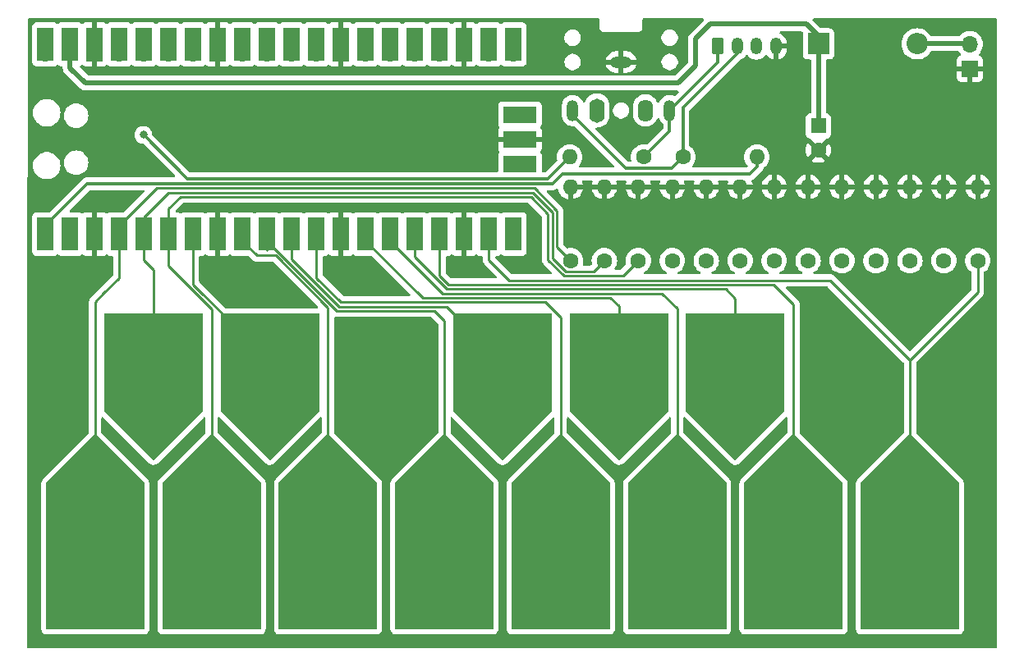
<source format=gbr>
%TF.GenerationSoftware,KiCad,Pcbnew,8.0.3*%
%TF.CreationDate,2024-06-25T21:05:21+01:00*%
%TF.ProjectId,PicoMIDITouchKeyboard,5069636f-4d49-4444-9954-6f7563684b65,rev?*%
%TF.SameCoordinates,Original*%
%TF.FileFunction,Copper,L1,Top*%
%TF.FilePolarity,Positive*%
%FSLAX46Y46*%
G04 Gerber Fmt 4.6, Leading zero omitted, Abs format (unit mm)*
G04 Created by KiCad (PCBNEW 8.0.3) date 2024-06-25 21:05:21*
%MOMM*%
%LPD*%
G01*
G04 APERTURE LIST*
G04 Aperture macros list*
%AMRoundRect*
0 Rectangle with rounded corners*
0 $1 Rounding radius*
0 $2 $3 $4 $5 $6 $7 $8 $9 X,Y pos of 4 corners*
0 Add a 4 corners polygon primitive as box body*
4,1,4,$2,$3,$4,$5,$6,$7,$8,$9,$2,$3,0*
0 Add four circle primitives for the rounded corners*
1,1,$1+$1,$2,$3*
1,1,$1+$1,$4,$5*
1,1,$1+$1,$6,$7*
1,1,$1+$1,$8,$9*
0 Add four rect primitives between the rounded corners*
20,1,$1+$1,$2,$3,$4,$5,0*
20,1,$1+$1,$4,$5,$6,$7,0*
20,1,$1+$1,$6,$7,$8,$9,0*
20,1,$1+$1,$8,$9,$2,$3,0*%
%AMFreePoly0*
4,1,14,0.042426,10.042426,5.042426,5.042426,5.060000,5.000000,5.060000,-5.000000,5.042426,-5.042426,5.000000,-5.060000,-5.000000,-5.060000,-5.042426,-5.042426,-5.060000,-5.000000,-5.060000,5.000000,-5.042426,5.042426,-0.042426,10.042426,0.000000,10.060000,0.042426,10.042426,0.042426,10.042426,$1*%
%AMFreePoly1*
4,1,14,0.042426,10.042426,5.042426,5.042426,5.060000,5.000000,5.060000,-10.000000,5.042426,-10.042426,5.000000,-10.060000,-5.000000,-10.060000,-5.042426,-10.042426,-5.060000,-10.000000,-5.060000,5.000000,-5.042426,5.042426,-0.042426,10.042426,0.000000,10.060000,0.042426,10.042426,0.042426,10.042426,$1*%
G04 Aperture macros list end*
%TA.AperFunction,ComponentPad*%
%ADD10RoundRect,0.250000X-0.350000X-0.625000X0.350000X-0.625000X0.350000X0.625000X-0.350000X0.625000X0*%
%TD*%
%TA.AperFunction,ComponentPad*%
%ADD11O,1.200000X1.750000*%
%TD*%
%TA.AperFunction,ComponentPad*%
%ADD12C,1.600000*%
%TD*%
%TA.AperFunction,ComponentPad*%
%ADD13O,1.600000X1.600000*%
%TD*%
%TA.AperFunction,SMDPad,CuDef*%
%ADD14FreePoly0,180.000000*%
%TD*%
%TA.AperFunction,SMDPad,CuDef*%
%ADD15FreePoly1,0.000000*%
%TD*%
%TA.AperFunction,ComponentPad*%
%ADD16R,1.600000X1.600000*%
%TD*%
%TA.AperFunction,ComponentPad*%
%ADD17O,1.200000X2.200000*%
%TD*%
%TA.AperFunction,ComponentPad*%
%ADD18O,1.600000X2.300000*%
%TD*%
%TA.AperFunction,ComponentPad*%
%ADD19O,2.200000X1.200000*%
%TD*%
%TA.AperFunction,ComponentPad*%
%ADD20O,1.600000X2.500000*%
%TD*%
%TA.AperFunction,ComponentPad*%
%ADD21O,1.700000X1.700000*%
%TD*%
%TA.AperFunction,SMDPad,CuDef*%
%ADD22R,1.700000X3.500000*%
%TD*%
%TA.AperFunction,ComponentPad*%
%ADD23R,1.700000X1.700000*%
%TD*%
%TA.AperFunction,SMDPad,CuDef*%
%ADD24R,3.500000X1.700000*%
%TD*%
%TA.AperFunction,ComponentPad*%
%ADD25R,2.200000X2.200000*%
%TD*%
%TA.AperFunction,ComponentPad*%
%ADD26O,2.200000X2.200000*%
%TD*%
%TA.AperFunction,ViaPad*%
%ADD27C,0.800000*%
%TD*%
%TA.AperFunction,Conductor*%
%ADD28C,0.500000*%
%TD*%
%TA.AperFunction,Conductor*%
%ADD29C,0.300000*%
%TD*%
%TA.AperFunction,Conductor*%
%ADD30C,0.250000*%
%TD*%
%TA.AperFunction,Conductor*%
%ADD31C,0.600000*%
%TD*%
G04 APERTURE END LIST*
D10*
%TO.P,J3,1,Pin_1*%
%TO.N,Net-(J3-Pin_1)*%
X121190000Y-87884000D03*
D11*
%TO.P,J3,2,Pin_2*%
%TO.N,Net-(J3-Pin_2)*%
X123190000Y-87884000D03*
%TO.P,J3,3,Pin_3*%
%TO.N,/5V IN*%
X125190000Y-87884000D03*
%TO.P,J3,4,Pin_4*%
%TO.N,GND*%
X127190000Y-87884000D03*
%TD*%
D12*
%TO.P,R2,1*%
%TO.N,/TOUCH_E*%
X120000000Y-110000000D03*
D13*
%TO.P,R2,2*%
%TO.N,GND*%
X120000000Y-102380000D03*
%TD*%
D14*
%TO.P,J26,1,Pin_1*%
%TO.N,/TOUCH_A#*%
X123000000Y-120500000D03*
%TD*%
D12*
%TO.P,R7,1*%
%TO.N,/TOUCH_F#*%
X127000000Y-110000000D03*
D13*
%TO.P,R7,2*%
%TO.N,GND*%
X127000000Y-102380000D03*
%TD*%
D12*
%TO.P,R10,1*%
%TO.N,/TOUCH_A*%
X137500000Y-110000000D03*
D13*
%TO.P,R10,2*%
%TO.N,GND*%
X137500000Y-102380000D03*
%TD*%
D12*
%TO.P,R11,1*%
%TO.N,/TOUCH_A#*%
X141000000Y-110000000D03*
D13*
%TO.P,R11,2*%
%TO.N,GND*%
X141000000Y-102380000D03*
%TD*%
D12*
%TO.P,R5,1*%
%TO.N,/TOUCH_C#*%
X109500000Y-110000000D03*
D13*
%TO.P,R5,2*%
%TO.N,GND*%
X109500000Y-102380000D03*
%TD*%
D12*
%TO.P,R6,1*%
%TO.N,/TOUCH_C*%
X106000000Y-110000000D03*
D13*
%TO.P,R6,2*%
%TO.N,GND*%
X106000000Y-102380000D03*
%TD*%
D15*
%TO.P,J28,1,Pin_1*%
%TO.N,/TOUCH_C'*%
X141000000Y-138000000D03*
%TD*%
%TO.P,J23,1,Pin_1*%
%TO.N,/TOUCH_G*%
X105000000Y-138000000D03*
%TD*%
D12*
%TO.P,R13,1*%
%TO.N,/TOUCH_C'*%
X148000000Y-110000000D03*
D13*
%TO.P,R13,2*%
%TO.N,GND*%
X148000000Y-102380000D03*
%TD*%
D14*
%TO.P,J24,1,Pin_1*%
%TO.N,/TOUCH_G#*%
X111000000Y-120500000D03*
%TD*%
D16*
%TO.P,C1,1*%
%TO.N,/5V_PWR*%
X131572000Y-96099621D03*
D12*
%TO.P,C1,2*%
%TO.N,GND*%
X131572000Y-98599621D03*
%TD*%
D17*
%TO.P,J1,R*%
%TO.N,Net-(J3-Pin_1)*%
X116230000Y-94500000D03*
D18*
%TO.P,J1,RN*%
%TO.N,N/C*%
X113730000Y-94500000D03*
D19*
%TO.P,J1,S*%
%TO.N,GND*%
X111230000Y-89500000D03*
D17*
%TO.P,J1,T*%
%TO.N,Net-(J3-Pin_2)*%
X106230000Y-94500000D03*
D20*
%TO.P,J1,TN*%
%TO.N,N/C*%
X108730000Y-94500000D03*
%TD*%
D14*
%TO.P,J17,1,Pin_1*%
%TO.N,/TOUCH_C#*%
X63000000Y-120500000D03*
%TD*%
D15*
%TO.P,J16,1,Pin_1*%
%TO.N,/TOUCH_C*%
X57000000Y-138000000D03*
%TD*%
%TO.P,J25,1,Pin_1*%
%TO.N,/TOUCH_A*%
X117000000Y-138000000D03*
%TD*%
%TO.P,J21,1,Pin_1*%
%TO.N,/TOUCH_F*%
X93000000Y-138000000D03*
%TD*%
D12*
%TO.P,R1,1*%
%TO.N,/TOUCH_F*%
X123500000Y-110000000D03*
D13*
%TO.P,R1,2*%
%TO.N,GND*%
X123500000Y-102380000D03*
%TD*%
D15*
%TO.P,J27,1,Pin_1*%
%TO.N,/TOUCH_B*%
X129000000Y-138000000D03*
%TD*%
D14*
%TO.P,J19,1,Pin_1*%
%TO.N,/TOUCH_D#*%
X75000000Y-120500000D03*
%TD*%
D12*
%TO.P,R8,1*%
%TO.N,/TOUCH_G*%
X130500000Y-110000000D03*
D13*
%TO.P,R8,2*%
%TO.N,GND*%
X130500000Y-102380000D03*
%TD*%
D15*
%TO.P,J20,1,Pin_1*%
%TO.N,/TOUCH_E*%
X81000000Y-138000000D03*
%TD*%
D12*
%TO.P,R14,1*%
%TO.N,Net-(J3-Pin_2)*%
X117602000Y-99314000D03*
D13*
%TO.P,R14,2*%
%TO.N,/MIDI_OUT*%
X125222000Y-99314000D03*
%TD*%
D12*
%TO.P,R12,1*%
%TO.N,/TOUCH_B*%
X144500000Y-110000000D03*
D13*
%TO.P,R12,2*%
%TO.N,GND*%
X144500000Y-102380000D03*
%TD*%
D12*
%TO.P,R15,1*%
%TO.N,Net-(J3-Pin_1)*%
X113538000Y-99314000D03*
D13*
%TO.P,R15,2*%
%TO.N,+3V3*%
X105918000Y-99314000D03*
%TD*%
D21*
%TO.P,U1,1,GPIO0*%
%TO.N,/MIDI_OUT*%
X51870000Y-106360000D03*
D22*
X51870000Y-107260000D03*
D21*
%TO.P,U1,2,GPIO1*%
%TO.N,unconnected-(U1-GPIO1-Pad2)_0*%
X54410000Y-106360000D03*
D22*
%TO.N,unconnected-(U1-GPIO1-Pad2)*%
X54410000Y-107260000D03*
D23*
%TO.P,U1,3,GND*%
%TO.N,GND*%
X56950000Y-106360000D03*
D22*
X56950000Y-107260000D03*
D21*
%TO.P,U1,4,GPIO2*%
%TO.N,/TOUCH_C*%
X59490000Y-106360000D03*
D22*
X59490000Y-107260000D03*
D21*
%TO.P,U1,5,GPIO3*%
%TO.N,/TOUCH_C#*%
X62030000Y-106360000D03*
D22*
X62030000Y-107260000D03*
D21*
%TO.P,U1,6,GPIO4*%
%TO.N,/TOUCH_D*%
X64570000Y-106360000D03*
D22*
X64570000Y-107260000D03*
D21*
%TO.P,U1,7,GPIO5*%
%TO.N,/TOUCH_D#*%
X67110000Y-106360000D03*
D22*
X67110000Y-107260000D03*
D23*
%TO.P,U1,8,GND*%
%TO.N,GND*%
X69650000Y-106360000D03*
D22*
X69650000Y-107260000D03*
D21*
%TO.P,U1,9,GPIO6*%
%TO.N,/TOUCH_E*%
X72190000Y-106360000D03*
D22*
X72190000Y-107260000D03*
D21*
%TO.P,U1,10,GPIO7*%
%TO.N,/TOUCH_F*%
X74730000Y-106360000D03*
D22*
X74730000Y-107260000D03*
D21*
%TO.P,U1,11,GPIO8*%
%TO.N,/TOUCH_F#*%
X77270000Y-106360000D03*
D22*
X77270000Y-107260000D03*
D21*
%TO.P,U1,12,GPIO9*%
%TO.N,/TOUCH_G*%
X79810000Y-106360000D03*
D22*
X79810000Y-107260000D03*
D23*
%TO.P,U1,13,GND*%
%TO.N,GND*%
X82350000Y-106360000D03*
D22*
X82350000Y-107260000D03*
D21*
%TO.P,U1,14,GPIO10*%
%TO.N,/TOUCH_G#*%
X84890000Y-106360000D03*
D22*
X84890000Y-107260000D03*
D21*
%TO.P,U1,15,GPIO11*%
%TO.N,/TOUCH_A*%
X87430000Y-106360000D03*
D22*
X87430000Y-107260000D03*
D21*
%TO.P,U1,16,GPIO12*%
%TO.N,/TOUCH_A#*%
X89970000Y-106360000D03*
D22*
X89970000Y-107260000D03*
D21*
%TO.P,U1,17,GPIO13*%
%TO.N,/TOUCH_B*%
X92510000Y-106360000D03*
D22*
X92510000Y-107260000D03*
D23*
%TO.P,U1,18,GND*%
%TO.N,GND*%
X95050000Y-106360000D03*
D22*
X95050000Y-107260000D03*
D21*
%TO.P,U1,19,GPIO14*%
%TO.N,/TOUCH_C'*%
X97590000Y-106360000D03*
D22*
X97590000Y-107260000D03*
D21*
%TO.P,U1,20,GPIO15*%
%TO.N,unconnected-(U1-GPIO15-Pad20)_0*%
X100130000Y-106360000D03*
D22*
%TO.N,unconnected-(U1-GPIO15-Pad20)*%
X100130000Y-107260000D03*
D21*
%TO.P,U1,21,GPIO16*%
%TO.N,unconnected-(U1-GPIO16-Pad21)_0*%
X100130000Y-88580000D03*
D22*
%TO.N,unconnected-(U1-GPIO16-Pad21)*%
X100130000Y-87680000D03*
D21*
%TO.P,U1,22,GPIO17*%
%TO.N,unconnected-(U1-GPIO17-Pad22)_0*%
X97590000Y-88580000D03*
D22*
%TO.N,unconnected-(U1-GPIO17-Pad22)*%
X97590000Y-87680000D03*
D23*
%TO.P,U1,23,GND*%
%TO.N,GND*%
X95050000Y-88580000D03*
D22*
X95050000Y-87680000D03*
D21*
%TO.P,U1,24,GPIO18*%
%TO.N,unconnected-(U1-GPIO18-Pad24)_0*%
X92510000Y-88580000D03*
D22*
%TO.N,unconnected-(U1-GPIO18-Pad24)*%
X92510000Y-87680000D03*
D21*
%TO.P,U1,25,GPIO19*%
%TO.N,unconnected-(U1-GPIO19-Pad25)_0*%
X89970000Y-88580000D03*
D22*
%TO.N,unconnected-(U1-GPIO19-Pad25)*%
X89970000Y-87680000D03*
D21*
%TO.P,U1,26,GPIO20*%
%TO.N,unconnected-(U1-GPIO20-Pad26)*%
X87430000Y-88580000D03*
D22*
%TO.N,unconnected-(U1-GPIO20-Pad26)_0*%
X87430000Y-87680000D03*
D21*
%TO.P,U1,27,GPIO21*%
%TO.N,unconnected-(U1-GPIO21-Pad27)_0*%
X84890000Y-88580000D03*
D22*
%TO.N,unconnected-(U1-GPIO21-Pad27)*%
X84890000Y-87680000D03*
D23*
%TO.P,U1,28,GND*%
%TO.N,GND*%
X82350000Y-88580000D03*
D22*
X82350000Y-87680000D03*
D21*
%TO.P,U1,29,GPIO22*%
%TO.N,unconnected-(U1-GPIO22-Pad29)_0*%
X79810000Y-88580000D03*
D22*
%TO.N,unconnected-(U1-GPIO22-Pad29)*%
X79810000Y-87680000D03*
D21*
%TO.P,U1,30,RUN*%
%TO.N,unconnected-(U1-RUN-Pad30)_0*%
X77270000Y-88580000D03*
D22*
%TO.N,unconnected-(U1-RUN-Pad30)*%
X77270000Y-87680000D03*
D21*
%TO.P,U1,31,GPIO26_ADC0*%
%TO.N,unconnected-(U1-GPIO26_ADC0-Pad31)*%
X74730000Y-88580000D03*
D22*
%TO.N,unconnected-(U1-GPIO26_ADC0-Pad31)_0*%
X74730000Y-87680000D03*
D21*
%TO.P,U1,32,GPIO27_ADC1*%
%TO.N,unconnected-(U1-GPIO27_ADC1-Pad32)*%
X72190000Y-88580000D03*
D22*
%TO.N,unconnected-(U1-GPIO27_ADC1-Pad32)_0*%
X72190000Y-87680000D03*
D23*
%TO.P,U1,33,AGND*%
%TO.N,GND*%
X69650000Y-88580000D03*
D22*
X69650000Y-87680000D03*
D21*
%TO.P,U1,34,GPIO28_ADC2*%
%TO.N,unconnected-(U1-GPIO28_ADC2-Pad34)_0*%
X67110000Y-88580000D03*
D22*
%TO.N,unconnected-(U1-GPIO28_ADC2-Pad34)*%
X67110000Y-87680000D03*
D21*
%TO.P,U1,35,ADC_VREF*%
%TO.N,unconnected-(U1-ADC_VREF-Pad35)_0*%
X64570000Y-88580000D03*
D22*
%TO.N,unconnected-(U1-ADC_VREF-Pad35)*%
X64570000Y-87680000D03*
D21*
%TO.P,U1,36,3V3*%
%TO.N,+3V3*%
X62030000Y-88580000D03*
D22*
X62030000Y-87680000D03*
D21*
%TO.P,U1,37,3V3_EN*%
%TO.N,unconnected-(U1-3V3_EN-Pad37)_0*%
X59490000Y-88580000D03*
D22*
%TO.N,unconnected-(U1-3V3_EN-Pad37)*%
X59490000Y-87680000D03*
D23*
%TO.P,U1,38,GND*%
%TO.N,GND*%
X56950000Y-88580000D03*
D22*
X56950000Y-87680000D03*
D21*
%TO.P,U1,39,VSYS*%
%TO.N,/5V_PWR*%
X54410000Y-88580000D03*
D22*
X54410000Y-87680000D03*
D21*
%TO.P,U1,40,VBUS*%
%TO.N,unconnected-(U1-VBUS-Pad40)_0*%
X51870000Y-88580000D03*
D22*
%TO.N,unconnected-(U1-VBUS-Pad40)*%
X51870000Y-87680000D03*
D21*
%TO.P,U1,41,SWCLK*%
%TO.N,unconnected-(U1-SWCLK-Pad41)*%
X99900000Y-100010000D03*
D24*
%TO.N,unconnected-(U1-SWCLK-Pad41)_0*%
X100800000Y-100010000D03*
D23*
%TO.P,U1,42,GND*%
%TO.N,GND*%
X99900000Y-97470000D03*
D24*
X100800000Y-97470000D03*
D21*
%TO.P,U1,43,SWDIO*%
%TO.N,unconnected-(U1-SWDIO-Pad43)*%
X99900000Y-94930000D03*
D24*
%TO.N,unconnected-(U1-SWDIO-Pad43)_0*%
X100800000Y-94930000D03*
%TD*%
D15*
%TO.P,J18,1,Pin_1*%
%TO.N,/TOUCH_D*%
X69000000Y-138000000D03*
%TD*%
D25*
%TO.P,D1,1,K*%
%TO.N,/5V_PWR*%
X131572000Y-87630000D03*
D26*
%TO.P,D1,2,A*%
%TO.N,/5V IN*%
X141732000Y-87630000D03*
%TD*%
D14*
%TO.P,J22,1,Pin_1*%
%TO.N,/TOUCH_F#*%
X99000000Y-120500000D03*
%TD*%
D23*
%TO.P,J2,1,Pin_1*%
%TO.N,GND*%
X147180000Y-90200000D03*
D21*
%TO.P,J2,2,Pin_2*%
%TO.N,/5V IN*%
X147180000Y-87660000D03*
%TD*%
D12*
%TO.P,R3,1*%
%TO.N,/TOUCH_D#*%
X116500000Y-110000000D03*
D13*
%TO.P,R3,2*%
%TO.N,GND*%
X116500000Y-102380000D03*
%TD*%
D12*
%TO.P,R4,1*%
%TO.N,/TOUCH_D*%
X113000000Y-110000000D03*
D13*
%TO.P,R4,2*%
%TO.N,GND*%
X113000000Y-102380000D03*
%TD*%
D12*
%TO.P,R9,1*%
%TO.N,/TOUCH_G#*%
X134000000Y-110000000D03*
D13*
%TO.P,R9,2*%
%TO.N,GND*%
X134000000Y-102380000D03*
%TD*%
D27*
%TO.N,GND*%
X136652000Y-87630000D03*
X141986000Y-95504000D03*
X123952000Y-95504000D03*
X70104000Y-96266000D03*
X92202000Y-96520000D03*
X146050000Y-118364000D03*
X134874000Y-118364000D03*
X86868000Y-118872000D03*
X146050000Y-126492000D03*
X140970000Y-115062000D03*
X134874000Y-126492000D03*
X86868000Y-127000000D03*
X54356000Y-126492000D03*
%TO.N,+3V3*%
X61976000Y-97028000D03*
%TD*%
D28*
%TO.N,/5V IN*%
X141732000Y-87630000D02*
X147150000Y-87630000D01*
X147150000Y-87630000D02*
X147180000Y-87660000D01*
%TO.N,/5V_PWR*%
X131572000Y-87630000D02*
X131572000Y-96099621D01*
D29*
%TO.N,Net-(J3-Pin_1)*%
X116230000Y-96622000D02*
X113538000Y-99314000D01*
X116230000Y-94500000D02*
X116230000Y-96622000D01*
%TO.N,Net-(J3-Pin_2)*%
X123190000Y-88646000D02*
X123190000Y-87884000D01*
X117602000Y-94234000D02*
X123190000Y-88646000D01*
X117602000Y-99314000D02*
X117602000Y-94234000D01*
%TO.N,+3V3*%
X66498000Y-101550000D02*
X67564000Y-101550000D01*
X61976000Y-97028000D02*
X66498000Y-101550000D01*
X67564000Y-101550000D02*
X103682000Y-101550000D01*
X103682000Y-101550000D02*
X105918000Y-99314000D01*
%TO.N,/MIDI_OUT*%
X125222000Y-100330000D02*
X125222000Y-99314000D01*
X124493000Y-101059000D02*
X125222000Y-100330000D01*
X104165000Y-102050000D02*
X105156000Y-101059000D01*
X105156000Y-101059000D02*
X124493000Y-101059000D01*
X51870000Y-106360000D02*
X56180000Y-102050000D01*
X56180000Y-102050000D02*
X104165000Y-102050000D01*
%TO.N,Net-(J3-Pin_2)*%
X116452000Y-100464000D02*
X117602000Y-99314000D01*
X111694000Y-100464000D02*
X116452000Y-100464000D01*
X106230000Y-95000000D02*
X111694000Y-100464000D01*
X106230000Y-94500000D02*
X106230000Y-95000000D01*
%TO.N,Net-(J3-Pin_1)*%
X121190000Y-89540000D02*
X121190000Y-87884000D01*
X116230000Y-94500000D02*
X121190000Y-89540000D01*
D28*
%TO.N,/5V_PWR*%
X118872000Y-87122000D02*
X120396000Y-85598000D01*
X118872000Y-89916000D02*
X118872000Y-87122000D01*
X120396000Y-85598000D02*
X130302000Y-85598000D01*
X117094000Y-91694000D02*
X118872000Y-89916000D01*
X56004000Y-91694000D02*
X117094000Y-91694000D01*
X130302000Y-85598000D02*
X132334000Y-87630000D01*
X54410000Y-88580000D02*
X54410000Y-90100000D01*
X54410000Y-90100000D02*
X56004000Y-91694000D01*
D30*
%TO.N,/TOUCH_C*%
X63325000Y-102525000D02*
X59490000Y-106360000D01*
X106000000Y-110000000D02*
X104599505Y-108599505D01*
X104599505Y-108599505D02*
X104599505Y-104840495D01*
X102305000Y-102525000D02*
X63325000Y-102525000D01*
X59460000Y-111780000D02*
X57875000Y-113365000D01*
X59460000Y-106360000D02*
X59460000Y-111780000D01*
X57000000Y-138000000D02*
X57000000Y-114240000D01*
X57000000Y-114240000D02*
X57875000Y-113365000D01*
X104599505Y-104840495D02*
X104610000Y-104830000D01*
X104610000Y-104830000D02*
X102305000Y-102525000D01*
%TO.N,/TOUCH_C#*%
X102118604Y-102975000D02*
X104149505Y-105005901D01*
X109500000Y-110000000D02*
X108370000Y-111130000D01*
X62030000Y-106360000D02*
X62030000Y-105520000D01*
X63000000Y-120500000D02*
X63000000Y-110982000D01*
X62030000Y-105520000D02*
X64575000Y-102975000D01*
X62000000Y-106360000D02*
X62000000Y-109982000D01*
X64575000Y-102975000D02*
X102118604Y-102975000D01*
X105539009Y-111130000D02*
X104149505Y-109740495D01*
X104149505Y-105005901D02*
X104149505Y-109740495D01*
X63000000Y-110982000D02*
X62000000Y-109982000D01*
X108370000Y-111130000D02*
X105539009Y-111130000D01*
%TO.N,/TOUCH_D*%
X64540000Y-106360000D02*
X64540000Y-110550000D01*
X101932208Y-103425000D02*
X65775000Y-103425000D01*
X111420000Y-111580000D02*
X105352613Y-111580000D01*
X103699505Y-109926892D02*
X103699505Y-105192297D01*
X103699505Y-105192297D02*
X101932208Y-103425000D01*
X64540000Y-110550000D02*
X69000000Y-115010000D01*
X105352613Y-111580000D02*
X103699505Y-109926892D01*
X65775000Y-103425000D02*
X64570000Y-104630000D01*
X113000000Y-110000000D02*
X111420000Y-111580000D01*
X64570000Y-104630000D02*
X64570000Y-106360000D01*
X69000000Y-115010000D02*
X69000000Y-138000000D01*
%TO.N,/TOUCH_D#*%
X75000000Y-117030000D02*
X75000000Y-122000000D01*
X67080000Y-106360000D02*
X67080000Y-112453604D01*
X75000000Y-120373604D02*
X75000000Y-120500000D01*
X67080000Y-112453604D02*
X75000000Y-120373604D01*
%TO.N,/TOUCH_E*%
X72160000Y-106360000D02*
X72160000Y-107970000D01*
X81000000Y-114876396D02*
X81000000Y-138000000D01*
X72160000Y-107970000D02*
X73662000Y-109472000D01*
X75595604Y-109472000D02*
X81000000Y-114876396D01*
X73662000Y-109472000D02*
X75595604Y-109472000D01*
%TO.N,/TOUCH_F*%
X91948000Y-115180000D02*
X93000000Y-116232000D01*
X81940000Y-115180000D02*
X91948000Y-115180000D01*
X74700000Y-108943604D02*
X74700000Y-106360000D01*
X74730000Y-106360000D02*
X74730000Y-107970000D01*
X74730000Y-107970000D02*
X81940000Y-115180000D01*
X93000000Y-116232000D02*
X93000000Y-138000000D01*
%TO.N,/TOUCH_F#*%
X77270000Y-109873604D02*
X82126396Y-114730000D01*
X93230000Y-114730000D02*
X99000000Y-120500000D01*
X77270000Y-106360000D02*
X77270000Y-109873604D01*
X82126396Y-114730000D02*
X85344000Y-114730000D01*
X85344000Y-114730000D02*
X93230000Y-114730000D01*
X77240000Y-106360000D02*
X77240000Y-107970000D01*
%TO.N,/TOUCH_G*%
X79810000Y-111777208D02*
X82312792Y-114280000D01*
X105000000Y-115900000D02*
X105000000Y-138000000D01*
X79810000Y-106360000D02*
X79810000Y-111777208D01*
X82312792Y-114280000D02*
X103380000Y-114280000D01*
X79780000Y-106360000D02*
X79780000Y-107970000D01*
X103380000Y-114280000D02*
X105000000Y-115900000D01*
%TO.N,/TOUCH_G#*%
X110110000Y-113830000D02*
X111000000Y-114720000D01*
X84890000Y-107970000D02*
X90750000Y-113830000D01*
X84890000Y-106360000D02*
X84890000Y-107970000D01*
X111000000Y-114720000D02*
X111000000Y-120500000D01*
X92550000Y-113830000D02*
X110110000Y-113830000D01*
X90750000Y-113830000D02*
X92550000Y-113830000D01*
%TO.N,/TOUCH_A*%
X117000000Y-114940000D02*
X117000000Y-138000000D01*
X115440000Y-113380000D02*
X117000000Y-114940000D01*
X87430000Y-106360000D02*
X87430000Y-107970000D01*
X92840000Y-113380000D02*
X115440000Y-113380000D01*
X87430000Y-107970000D02*
X92840000Y-113380000D01*
%TO.N,/TOUCH_A#*%
X121990000Y-112930000D02*
X123000000Y-113940000D01*
X95760000Y-112930000D02*
X121990000Y-112930000D01*
X89940000Y-106360000D02*
X89940000Y-107970000D01*
X89970000Y-109646396D02*
X93253604Y-112930000D01*
X89970000Y-106360000D02*
X89970000Y-109646396D01*
X123000000Y-122000000D02*
X123000000Y-118770000D01*
X123000000Y-113940000D02*
X123000000Y-120500000D01*
X93253604Y-112930000D02*
X95760000Y-112930000D01*
%TO.N,/TOUCH_B*%
X92510000Y-106360000D02*
X92510000Y-111550000D01*
X129000000Y-114520000D02*
X129000000Y-138000000D01*
X92510000Y-111550000D02*
X93440000Y-112480000D01*
X93440000Y-112480000D02*
X97490000Y-112480000D01*
X126960000Y-112480000D02*
X129000000Y-114520000D01*
X97490000Y-112480000D02*
X126960000Y-112480000D01*
X92480000Y-106360000D02*
X92480000Y-107970000D01*
%TO.N,/TOUCH_C'*%
X148000000Y-110000000D02*
X148000000Y-113270000D01*
X97590000Y-109940000D02*
X99680000Y-112030000D01*
X148000000Y-113270000D02*
X141000000Y-120270000D01*
X97560000Y-106360000D02*
X97560000Y-107970000D01*
X132760000Y-112030000D02*
X141000000Y-120270000D01*
X141000000Y-120270000D02*
X141000000Y-138000000D01*
X97590000Y-106360000D02*
X97590000Y-109940000D01*
X99680000Y-112030000D02*
X102750000Y-112030000D01*
X102750000Y-112030000D02*
X132760000Y-112030000D01*
D31*
%TO.N,/5V IN*%
X147150000Y-87690000D02*
X147180000Y-87660000D01*
%TD*%
%TA.AperFunction,Conductor*%
%TO.N,GND*%
G36*
X108972121Y-85020002D02*
G01*
X109018614Y-85073658D01*
X109030000Y-85126000D01*
X109030000Y-85999994D01*
X109032461Y-86062964D01*
X109071375Y-86182726D01*
X109071376Y-86182728D01*
X109145394Y-86284606D01*
X109247272Y-86358624D01*
X109302294Y-86376502D01*
X109367035Y-86397538D01*
X109376030Y-86397889D01*
X109430000Y-86400000D01*
X113029994Y-86400000D01*
X113030000Y-86400000D01*
X113092964Y-86397538D01*
X113212728Y-86358624D01*
X113314606Y-86284606D01*
X113388624Y-86182728D01*
X113427538Y-86062964D01*
X113430000Y-86000000D01*
X113430000Y-85126000D01*
X113450002Y-85057879D01*
X113503658Y-85011386D01*
X113556000Y-85000000D01*
X119617128Y-85000000D01*
X119685249Y-85020002D01*
X119731742Y-85073658D01*
X119741846Y-85143932D01*
X119712352Y-85208512D01*
X119706223Y-85215095D01*
X118282838Y-86638480D01*
X118282833Y-86638486D01*
X118207044Y-86751914D01*
X118199826Y-86762716D01*
X118190451Y-86785350D01*
X118144389Y-86896553D01*
X118142649Y-86900753D01*
X118139570Y-86916233D01*
X118128074Y-86974025D01*
X118113500Y-87047288D01*
X118113500Y-89549629D01*
X118093498Y-89617750D01*
X118076595Y-89638724D01*
X116816724Y-90898595D01*
X116754412Y-90932621D01*
X116727629Y-90935500D01*
X56370371Y-90935500D01*
X56302250Y-90915498D01*
X56281276Y-90898595D01*
X55468118Y-90085437D01*
X55434092Y-90023125D01*
X55439157Y-89952310D01*
X55481704Y-89895474D01*
X55498807Y-89886135D01*
X55498299Y-89885205D01*
X55506199Y-89880890D01*
X55506204Y-89880889D01*
X55604907Y-89807000D01*
X55671426Y-89782189D01*
X55740800Y-89797280D01*
X55755925Y-89807000D01*
X55854034Y-89880444D01*
X55990906Y-89931494D01*
X56051402Y-89937999D01*
X56051415Y-89938000D01*
X56696000Y-89938000D01*
X56696000Y-89022250D01*
X56753147Y-89055245D01*
X56882857Y-89090000D01*
X57017143Y-89090000D01*
X57146853Y-89055245D01*
X57204000Y-89022250D01*
X57204000Y-89938000D01*
X57848585Y-89938000D01*
X57848597Y-89937999D01*
X57909093Y-89931494D01*
X58045964Y-89880444D01*
X58045966Y-89880443D01*
X58144072Y-89807001D01*
X58210592Y-89782189D01*
X58279966Y-89797280D01*
X58295091Y-89807000D01*
X58393792Y-89880887D01*
X58393794Y-89880888D01*
X58393796Y-89880889D01*
X58452710Y-89902863D01*
X58530795Y-89931988D01*
X58530803Y-89931990D01*
X58591350Y-89938499D01*
X58591355Y-89938499D01*
X58591362Y-89938500D01*
X58591368Y-89938500D01*
X60388632Y-89938500D01*
X60388638Y-89938500D01*
X60388645Y-89938499D01*
X60388649Y-89938499D01*
X60449196Y-89931990D01*
X60449199Y-89931989D01*
X60449201Y-89931989D01*
X60586204Y-89880889D01*
X60684492Y-89807311D01*
X60751011Y-89782501D01*
X60820385Y-89797592D01*
X60835502Y-89807306D01*
X60880905Y-89841295D01*
X60933796Y-89880889D01*
X61070795Y-89931988D01*
X61070803Y-89931990D01*
X61131350Y-89938499D01*
X61131355Y-89938499D01*
X61131362Y-89938500D01*
X61131368Y-89938500D01*
X62928632Y-89938500D01*
X62928638Y-89938500D01*
X62928645Y-89938499D01*
X62928649Y-89938499D01*
X62989196Y-89931990D01*
X62989199Y-89931989D01*
X62989201Y-89931989D01*
X63126204Y-89880889D01*
X63224492Y-89807311D01*
X63291011Y-89782501D01*
X63360385Y-89797592D01*
X63375502Y-89807306D01*
X63420905Y-89841295D01*
X63473796Y-89880889D01*
X63610795Y-89931988D01*
X63610803Y-89931990D01*
X63671350Y-89938499D01*
X63671355Y-89938499D01*
X63671362Y-89938500D01*
X63671368Y-89938500D01*
X65468632Y-89938500D01*
X65468638Y-89938500D01*
X65468645Y-89938499D01*
X65468649Y-89938499D01*
X65529196Y-89931990D01*
X65529199Y-89931989D01*
X65529201Y-89931989D01*
X65666204Y-89880889D01*
X65764492Y-89807311D01*
X65831011Y-89782501D01*
X65900385Y-89797592D01*
X65915502Y-89807306D01*
X65960905Y-89841295D01*
X66013796Y-89880889D01*
X66150795Y-89931988D01*
X66150803Y-89931990D01*
X66211350Y-89938499D01*
X66211355Y-89938499D01*
X66211362Y-89938500D01*
X66211368Y-89938500D01*
X68008632Y-89938500D01*
X68008638Y-89938500D01*
X68008645Y-89938499D01*
X68008649Y-89938499D01*
X68069196Y-89931990D01*
X68069199Y-89931989D01*
X68069201Y-89931989D01*
X68206204Y-89880889D01*
X68304907Y-89807000D01*
X68371426Y-89782189D01*
X68440800Y-89797280D01*
X68455925Y-89807000D01*
X68554034Y-89880444D01*
X68690906Y-89931494D01*
X68751402Y-89937999D01*
X68751415Y-89938000D01*
X69396000Y-89938000D01*
X69396000Y-89022250D01*
X69453147Y-89055245D01*
X69582857Y-89090000D01*
X69717143Y-89090000D01*
X69846853Y-89055245D01*
X69904000Y-89022250D01*
X69904000Y-89938000D01*
X70548585Y-89938000D01*
X70548597Y-89937999D01*
X70609093Y-89931494D01*
X70745964Y-89880444D01*
X70745966Y-89880443D01*
X70844072Y-89807001D01*
X70910592Y-89782189D01*
X70979966Y-89797280D01*
X70995091Y-89807000D01*
X71093792Y-89880887D01*
X71093794Y-89880888D01*
X71093796Y-89880889D01*
X71152710Y-89902863D01*
X71230795Y-89931988D01*
X71230803Y-89931990D01*
X71291350Y-89938499D01*
X71291355Y-89938499D01*
X71291362Y-89938500D01*
X71291368Y-89938500D01*
X73088632Y-89938500D01*
X73088638Y-89938500D01*
X73088645Y-89938499D01*
X73088649Y-89938499D01*
X73149196Y-89931990D01*
X73149199Y-89931989D01*
X73149201Y-89931989D01*
X73286204Y-89880889D01*
X73384492Y-89807311D01*
X73451011Y-89782501D01*
X73520385Y-89797592D01*
X73535502Y-89807306D01*
X73580905Y-89841295D01*
X73633796Y-89880889D01*
X73770795Y-89931988D01*
X73770803Y-89931990D01*
X73831350Y-89938499D01*
X73831355Y-89938499D01*
X73831362Y-89938500D01*
X73831368Y-89938500D01*
X75628632Y-89938500D01*
X75628638Y-89938500D01*
X75628645Y-89938499D01*
X75628649Y-89938499D01*
X75689196Y-89931990D01*
X75689199Y-89931989D01*
X75689201Y-89931989D01*
X75826204Y-89880889D01*
X75924492Y-89807311D01*
X75991011Y-89782501D01*
X76060385Y-89797592D01*
X76075502Y-89807306D01*
X76120905Y-89841295D01*
X76173796Y-89880889D01*
X76310795Y-89931988D01*
X76310803Y-89931990D01*
X76371350Y-89938499D01*
X76371355Y-89938499D01*
X76371362Y-89938500D01*
X76371368Y-89938500D01*
X78168632Y-89938500D01*
X78168638Y-89938500D01*
X78168645Y-89938499D01*
X78168649Y-89938499D01*
X78229196Y-89931990D01*
X78229199Y-89931989D01*
X78229201Y-89931989D01*
X78366204Y-89880889D01*
X78464492Y-89807311D01*
X78531011Y-89782501D01*
X78600385Y-89797592D01*
X78615502Y-89807306D01*
X78660905Y-89841295D01*
X78713796Y-89880889D01*
X78850795Y-89931988D01*
X78850803Y-89931990D01*
X78911350Y-89938499D01*
X78911355Y-89938499D01*
X78911362Y-89938500D01*
X78911368Y-89938500D01*
X80708632Y-89938500D01*
X80708638Y-89938500D01*
X80708645Y-89938499D01*
X80708649Y-89938499D01*
X80769196Y-89931990D01*
X80769199Y-89931989D01*
X80769201Y-89931989D01*
X80906204Y-89880889D01*
X81004907Y-89807000D01*
X81071426Y-89782189D01*
X81140800Y-89797280D01*
X81155925Y-89807000D01*
X81254034Y-89880444D01*
X81390906Y-89931494D01*
X81451402Y-89937999D01*
X81451415Y-89938000D01*
X82096000Y-89938000D01*
X82096000Y-89022250D01*
X82153147Y-89055245D01*
X82282857Y-89090000D01*
X82417143Y-89090000D01*
X82546853Y-89055245D01*
X82604000Y-89022250D01*
X82604000Y-89938000D01*
X83248585Y-89938000D01*
X83248597Y-89937999D01*
X83309093Y-89931494D01*
X83445964Y-89880444D01*
X83445966Y-89880443D01*
X83544072Y-89807001D01*
X83610592Y-89782189D01*
X83679966Y-89797280D01*
X83695091Y-89807000D01*
X83793792Y-89880887D01*
X83793794Y-89880888D01*
X83793796Y-89880889D01*
X83852710Y-89902863D01*
X83930795Y-89931988D01*
X83930803Y-89931990D01*
X83991350Y-89938499D01*
X83991355Y-89938499D01*
X83991362Y-89938500D01*
X83991368Y-89938500D01*
X85788632Y-89938500D01*
X85788638Y-89938500D01*
X85788645Y-89938499D01*
X85788649Y-89938499D01*
X85849196Y-89931990D01*
X85849199Y-89931989D01*
X85849201Y-89931989D01*
X85986204Y-89880889D01*
X86084492Y-89807311D01*
X86151011Y-89782501D01*
X86220385Y-89797592D01*
X86235502Y-89807306D01*
X86280905Y-89841295D01*
X86333796Y-89880889D01*
X86470795Y-89931988D01*
X86470803Y-89931990D01*
X86531350Y-89938499D01*
X86531355Y-89938499D01*
X86531362Y-89938500D01*
X86531368Y-89938500D01*
X88328632Y-89938500D01*
X88328638Y-89938500D01*
X88328645Y-89938499D01*
X88328649Y-89938499D01*
X88389196Y-89931990D01*
X88389199Y-89931989D01*
X88389201Y-89931989D01*
X88526204Y-89880889D01*
X88624492Y-89807311D01*
X88691011Y-89782501D01*
X88760385Y-89797592D01*
X88775502Y-89807306D01*
X88820905Y-89841295D01*
X88873796Y-89880889D01*
X89010795Y-89931988D01*
X89010803Y-89931990D01*
X89071350Y-89938499D01*
X89071355Y-89938499D01*
X89071362Y-89938500D01*
X89071368Y-89938500D01*
X90868632Y-89938500D01*
X90868638Y-89938500D01*
X90868645Y-89938499D01*
X90868649Y-89938499D01*
X90929196Y-89931990D01*
X90929199Y-89931989D01*
X90929201Y-89931989D01*
X91066204Y-89880889D01*
X91164492Y-89807311D01*
X91231011Y-89782501D01*
X91300385Y-89797592D01*
X91315502Y-89807306D01*
X91360905Y-89841295D01*
X91413796Y-89880889D01*
X91550795Y-89931988D01*
X91550803Y-89931990D01*
X91611350Y-89938499D01*
X91611355Y-89938499D01*
X91611362Y-89938500D01*
X91611368Y-89938500D01*
X93408632Y-89938500D01*
X93408638Y-89938500D01*
X93408645Y-89938499D01*
X93408649Y-89938499D01*
X93469196Y-89931990D01*
X93469199Y-89931989D01*
X93469201Y-89931989D01*
X93606204Y-89880889D01*
X93704907Y-89807000D01*
X93771426Y-89782189D01*
X93840800Y-89797280D01*
X93855925Y-89807000D01*
X93954034Y-89880444D01*
X94090906Y-89931494D01*
X94151402Y-89937999D01*
X94151415Y-89938000D01*
X94796000Y-89938000D01*
X94796000Y-89022250D01*
X94853147Y-89055245D01*
X94982857Y-89090000D01*
X95117143Y-89090000D01*
X95246853Y-89055245D01*
X95304000Y-89022250D01*
X95304000Y-89938000D01*
X95948585Y-89938000D01*
X95948597Y-89937999D01*
X96009093Y-89931494D01*
X96145964Y-89880444D01*
X96145966Y-89880443D01*
X96244072Y-89807001D01*
X96310592Y-89782189D01*
X96379966Y-89797280D01*
X96395091Y-89807000D01*
X96493792Y-89880887D01*
X96493794Y-89880888D01*
X96493796Y-89880889D01*
X96552710Y-89902863D01*
X96630795Y-89931988D01*
X96630803Y-89931990D01*
X96691350Y-89938499D01*
X96691355Y-89938499D01*
X96691362Y-89938500D01*
X96691368Y-89938500D01*
X98488632Y-89938500D01*
X98488638Y-89938500D01*
X98488645Y-89938499D01*
X98488649Y-89938499D01*
X98549196Y-89931990D01*
X98549199Y-89931989D01*
X98549201Y-89931989D01*
X98686204Y-89880889D01*
X98784492Y-89807311D01*
X98851011Y-89782501D01*
X98920385Y-89797592D01*
X98935502Y-89807306D01*
X98980905Y-89841295D01*
X99033796Y-89880889D01*
X99170795Y-89931988D01*
X99170803Y-89931990D01*
X99231350Y-89938499D01*
X99231355Y-89938499D01*
X99231362Y-89938500D01*
X99231368Y-89938500D01*
X101028632Y-89938500D01*
X101028638Y-89938500D01*
X101028645Y-89938499D01*
X101028649Y-89938499D01*
X101089196Y-89931990D01*
X101089199Y-89931989D01*
X101089201Y-89931989D01*
X101226204Y-89880889D01*
X101226799Y-89880444D01*
X101343261Y-89793261D01*
X101430887Y-89676207D01*
X101430887Y-89676206D01*
X101430889Y-89676204D01*
X101481989Y-89539201D01*
X101488500Y-89478638D01*
X101488500Y-89416230D01*
X105379500Y-89416230D01*
X105379500Y-89583769D01*
X105395731Y-89665368D01*
X105412184Y-89748082D01*
X105476297Y-89902863D01*
X105513474Y-89958502D01*
X105569373Y-90042161D01*
X105569378Y-90042167D01*
X105687832Y-90160621D01*
X105687838Y-90160626D01*
X105827137Y-90253703D01*
X105981918Y-90317816D01*
X106146233Y-90350500D01*
X106146234Y-90350500D01*
X106313766Y-90350500D01*
X106313767Y-90350500D01*
X106478082Y-90317816D01*
X106632863Y-90253703D01*
X106772162Y-90160626D01*
X106890626Y-90042162D01*
X106983703Y-89902863D01*
X107045365Y-89754000D01*
X109648420Y-89754000D01*
X109649285Y-89759465D01*
X109703174Y-89925319D01*
X109703177Y-89925325D01*
X109782356Y-90080721D01*
X109884867Y-90221815D01*
X109884869Y-90221818D01*
X110008181Y-90345130D01*
X110008184Y-90345132D01*
X110149278Y-90447643D01*
X110304674Y-90526822D01*
X110304680Y-90526825D01*
X110470539Y-90580715D01*
X110470535Y-90580715D01*
X110642802Y-90608000D01*
X110976000Y-90608000D01*
X111484000Y-90608000D01*
X111817198Y-90608000D01*
X111989462Y-90580715D01*
X112155319Y-90526825D01*
X112155325Y-90526822D01*
X112310721Y-90447643D01*
X112451815Y-90345132D01*
X112451818Y-90345130D01*
X112575130Y-90221818D01*
X112575132Y-90221815D01*
X112677643Y-90080721D01*
X112756822Y-89925325D01*
X112756825Y-89925319D01*
X112810714Y-89759465D01*
X112811580Y-89754000D01*
X111484000Y-89754000D01*
X111484000Y-90608000D01*
X110976000Y-90608000D01*
X110976000Y-89754000D01*
X109648420Y-89754000D01*
X107045365Y-89754000D01*
X107047816Y-89748082D01*
X107080500Y-89583767D01*
X107080500Y-89460218D01*
X110530000Y-89460218D01*
X110530000Y-89539782D01*
X110560448Y-89613291D01*
X110616709Y-89669552D01*
X110690218Y-89700000D01*
X111769782Y-89700000D01*
X111843291Y-89669552D01*
X111899552Y-89613291D01*
X111930000Y-89539782D01*
X111930000Y-89460218D01*
X111911780Y-89416230D01*
X115379500Y-89416230D01*
X115379500Y-89583769D01*
X115395731Y-89665368D01*
X115412184Y-89748082D01*
X115476297Y-89902863D01*
X115513474Y-89958502D01*
X115569373Y-90042161D01*
X115569378Y-90042167D01*
X115687832Y-90160621D01*
X115687838Y-90160626D01*
X115827137Y-90253703D01*
X115981918Y-90317816D01*
X116146233Y-90350500D01*
X116146234Y-90350500D01*
X116313766Y-90350500D01*
X116313767Y-90350500D01*
X116478082Y-90317816D01*
X116632863Y-90253703D01*
X116772162Y-90160626D01*
X116890626Y-90042162D01*
X116983703Y-89902863D01*
X117047816Y-89748082D01*
X117080500Y-89583767D01*
X117080500Y-89416233D01*
X117047816Y-89251918D01*
X116983703Y-89097137D01*
X116890626Y-88957838D01*
X116890621Y-88957832D01*
X116772167Y-88839378D01*
X116772161Y-88839373D01*
X116681281Y-88778649D01*
X116632863Y-88746297D01*
X116523420Y-88700964D01*
X116478085Y-88682185D01*
X116478083Y-88682184D01*
X116478082Y-88682184D01*
X116395368Y-88665731D01*
X116313769Y-88649500D01*
X116313767Y-88649500D01*
X116146233Y-88649500D01*
X116146230Y-88649500D01*
X116023830Y-88673847D01*
X115981918Y-88682184D01*
X115981917Y-88682184D01*
X115981914Y-88682185D01*
X115827135Y-88746298D01*
X115687838Y-88839373D01*
X115687832Y-88839378D01*
X115569378Y-88957832D01*
X115569373Y-88957838D01*
X115478887Y-89093261D01*
X115476297Y-89097137D01*
X115471785Y-89108030D01*
X115412185Y-89251914D01*
X115412184Y-89251917D01*
X115412184Y-89251918D01*
X115409136Y-89267240D01*
X115379500Y-89416230D01*
X111911780Y-89416230D01*
X111899552Y-89386709D01*
X111843291Y-89330448D01*
X111769782Y-89300000D01*
X110690218Y-89300000D01*
X110616709Y-89330448D01*
X110560448Y-89386709D01*
X110530000Y-89460218D01*
X107080500Y-89460218D01*
X107080500Y-89416233D01*
X107047816Y-89251918D01*
X107045365Y-89246000D01*
X109648420Y-89246000D01*
X110976000Y-89246000D01*
X111484000Y-89246000D01*
X112811580Y-89246000D01*
X112810714Y-89240534D01*
X112756825Y-89074680D01*
X112756822Y-89074674D01*
X112677643Y-88919278D01*
X112575132Y-88778184D01*
X112575130Y-88778181D01*
X112451818Y-88654869D01*
X112451815Y-88654867D01*
X112310721Y-88552356D01*
X112155325Y-88473177D01*
X112155319Y-88473174D01*
X111989460Y-88419284D01*
X111989464Y-88419284D01*
X111817198Y-88392000D01*
X111484000Y-88392000D01*
X111484000Y-89246000D01*
X110976000Y-89246000D01*
X110976000Y-88392000D01*
X110642802Y-88392000D01*
X110470537Y-88419284D01*
X110304680Y-88473174D01*
X110304674Y-88473177D01*
X110149278Y-88552356D01*
X110008184Y-88654867D01*
X110008181Y-88654869D01*
X109884869Y-88778181D01*
X109884867Y-88778184D01*
X109782356Y-88919278D01*
X109703177Y-89074674D01*
X109703174Y-89074680D01*
X109649285Y-89240534D01*
X109648420Y-89246000D01*
X107045365Y-89246000D01*
X106983703Y-89097137D01*
X106890626Y-88957838D01*
X106890621Y-88957832D01*
X106772167Y-88839378D01*
X106772161Y-88839373D01*
X106681281Y-88778649D01*
X106632863Y-88746297D01*
X106523420Y-88700964D01*
X106478085Y-88682185D01*
X106478083Y-88682184D01*
X106478082Y-88682184D01*
X106395368Y-88665731D01*
X106313769Y-88649500D01*
X106313767Y-88649500D01*
X106146233Y-88649500D01*
X106146230Y-88649500D01*
X106023830Y-88673847D01*
X105981918Y-88682184D01*
X105981917Y-88682184D01*
X105981914Y-88682185D01*
X105827135Y-88746298D01*
X105687838Y-88839373D01*
X105687832Y-88839378D01*
X105569378Y-88957832D01*
X105569373Y-88957838D01*
X105478887Y-89093261D01*
X105476297Y-89097137D01*
X105471785Y-89108030D01*
X105412185Y-89251914D01*
X105412184Y-89251917D01*
X105412184Y-89251918D01*
X105409136Y-89267240D01*
X105379500Y-89416230D01*
X101488500Y-89416230D01*
X101488500Y-88641403D01*
X101488930Y-88630998D01*
X101493156Y-88580000D01*
X101488930Y-88528999D01*
X101488500Y-88518595D01*
X101488500Y-86916230D01*
X105379500Y-86916230D01*
X105379500Y-87083769D01*
X105388977Y-87131410D01*
X105412184Y-87248082D01*
X105476297Y-87402863D01*
X105522835Y-87472512D01*
X105569373Y-87542161D01*
X105569378Y-87542167D01*
X105687832Y-87660621D01*
X105687838Y-87660626D01*
X105827137Y-87753703D01*
X105981918Y-87817816D01*
X106146233Y-87850500D01*
X106146234Y-87850500D01*
X106313766Y-87850500D01*
X106313767Y-87850500D01*
X106478082Y-87817816D01*
X106632863Y-87753703D01*
X106772162Y-87660626D01*
X106890626Y-87542162D01*
X106983703Y-87402863D01*
X107047816Y-87248082D01*
X107080500Y-87083767D01*
X107080500Y-86916233D01*
X107080499Y-86916230D01*
X115379500Y-86916230D01*
X115379500Y-87083769D01*
X115388977Y-87131410D01*
X115412184Y-87248082D01*
X115476297Y-87402863D01*
X115522835Y-87472512D01*
X115569373Y-87542161D01*
X115569378Y-87542167D01*
X115687832Y-87660621D01*
X115687838Y-87660626D01*
X115827137Y-87753703D01*
X115981918Y-87817816D01*
X116146233Y-87850500D01*
X116146234Y-87850500D01*
X116313766Y-87850500D01*
X116313767Y-87850500D01*
X116478082Y-87817816D01*
X116632863Y-87753703D01*
X116772162Y-87660626D01*
X116890626Y-87542162D01*
X116983703Y-87402863D01*
X117047816Y-87248082D01*
X117080500Y-87083767D01*
X117080500Y-86916233D01*
X117047816Y-86751918D01*
X116983703Y-86597137D01*
X116890626Y-86457838D01*
X116890621Y-86457832D01*
X116772167Y-86339378D01*
X116772161Y-86339373D01*
X116632864Y-86246298D01*
X116632865Y-86246298D01*
X116632863Y-86246297D01*
X116502707Y-86192384D01*
X116478085Y-86182185D01*
X116478083Y-86182184D01*
X116478082Y-86182184D01*
X116395368Y-86165731D01*
X116313769Y-86149500D01*
X116313767Y-86149500D01*
X116146233Y-86149500D01*
X116146230Y-86149500D01*
X116023830Y-86173847D01*
X115981918Y-86182184D01*
X115981917Y-86182184D01*
X115981914Y-86182185D01*
X115827135Y-86246298D01*
X115687838Y-86339373D01*
X115687832Y-86339378D01*
X115569378Y-86457832D01*
X115569373Y-86457838D01*
X115476298Y-86597135D01*
X115412185Y-86751914D01*
X115379500Y-86916230D01*
X107080499Y-86916230D01*
X107047816Y-86751918D01*
X106983703Y-86597137D01*
X106890626Y-86457838D01*
X106890621Y-86457832D01*
X106772167Y-86339378D01*
X106772161Y-86339373D01*
X106632864Y-86246298D01*
X106632865Y-86246298D01*
X106632863Y-86246297D01*
X106502707Y-86192384D01*
X106478085Y-86182185D01*
X106478083Y-86182184D01*
X106478082Y-86182184D01*
X106395368Y-86165731D01*
X106313769Y-86149500D01*
X106313767Y-86149500D01*
X106146233Y-86149500D01*
X106146230Y-86149500D01*
X106023830Y-86173847D01*
X105981918Y-86182184D01*
X105981917Y-86182184D01*
X105981914Y-86182185D01*
X105827135Y-86246298D01*
X105687838Y-86339373D01*
X105687832Y-86339378D01*
X105569378Y-86457832D01*
X105569373Y-86457838D01*
X105476298Y-86597135D01*
X105412185Y-86751914D01*
X105379500Y-86916230D01*
X101488500Y-86916230D01*
X101488500Y-85881367D01*
X101488499Y-85881350D01*
X101481990Y-85820803D01*
X101481988Y-85820795D01*
X101430889Y-85683797D01*
X101430887Y-85683792D01*
X101343261Y-85566738D01*
X101226207Y-85479112D01*
X101226202Y-85479110D01*
X101089204Y-85428011D01*
X101089196Y-85428009D01*
X101028649Y-85421500D01*
X101028638Y-85421500D01*
X99231362Y-85421500D01*
X99231350Y-85421500D01*
X99170803Y-85428009D01*
X99170795Y-85428011D01*
X99033797Y-85479110D01*
X99033792Y-85479112D01*
X98935509Y-85552687D01*
X98868989Y-85577498D01*
X98799615Y-85562407D01*
X98784491Y-85552687D01*
X98686207Y-85479112D01*
X98686202Y-85479110D01*
X98549204Y-85428011D01*
X98549196Y-85428009D01*
X98488649Y-85421500D01*
X98488638Y-85421500D01*
X96691362Y-85421500D01*
X96691350Y-85421500D01*
X96630803Y-85428009D01*
X96630795Y-85428011D01*
X96493797Y-85479110D01*
X96493792Y-85479112D01*
X96395091Y-85553000D01*
X96328571Y-85577811D01*
X96259197Y-85562720D01*
X96244072Y-85552999D01*
X96145966Y-85479556D01*
X96145964Y-85479555D01*
X96009093Y-85428505D01*
X95948597Y-85422000D01*
X95304000Y-85422000D01*
X95304000Y-88137749D01*
X95246853Y-88104755D01*
X95117143Y-88070000D01*
X94982857Y-88070000D01*
X94853147Y-88104755D01*
X94796000Y-88137749D01*
X94796000Y-85422000D01*
X94151402Y-85422000D01*
X94090906Y-85428505D01*
X93954035Y-85479555D01*
X93855924Y-85553000D01*
X93789404Y-85577810D01*
X93720030Y-85562718D01*
X93704907Y-85552999D01*
X93606207Y-85479112D01*
X93606202Y-85479110D01*
X93469204Y-85428011D01*
X93469196Y-85428009D01*
X93408649Y-85421500D01*
X93408638Y-85421500D01*
X91611362Y-85421500D01*
X91611350Y-85421500D01*
X91550803Y-85428009D01*
X91550795Y-85428011D01*
X91413797Y-85479110D01*
X91413792Y-85479112D01*
X91315509Y-85552687D01*
X91248989Y-85577498D01*
X91179615Y-85562407D01*
X91164491Y-85552687D01*
X91066207Y-85479112D01*
X91066202Y-85479110D01*
X90929204Y-85428011D01*
X90929196Y-85428009D01*
X90868649Y-85421500D01*
X90868638Y-85421500D01*
X89071362Y-85421500D01*
X89071350Y-85421500D01*
X89010803Y-85428009D01*
X89010795Y-85428011D01*
X88873797Y-85479110D01*
X88873792Y-85479112D01*
X88775509Y-85552687D01*
X88708989Y-85577498D01*
X88639615Y-85562407D01*
X88624491Y-85552687D01*
X88526207Y-85479112D01*
X88526202Y-85479110D01*
X88389204Y-85428011D01*
X88389196Y-85428009D01*
X88328649Y-85421500D01*
X88328638Y-85421500D01*
X86531362Y-85421500D01*
X86531350Y-85421500D01*
X86470803Y-85428009D01*
X86470795Y-85428011D01*
X86333797Y-85479110D01*
X86333792Y-85479112D01*
X86235509Y-85552687D01*
X86168989Y-85577498D01*
X86099615Y-85562407D01*
X86084491Y-85552687D01*
X85986207Y-85479112D01*
X85986202Y-85479110D01*
X85849204Y-85428011D01*
X85849196Y-85428009D01*
X85788649Y-85421500D01*
X85788638Y-85421500D01*
X83991362Y-85421500D01*
X83991350Y-85421500D01*
X83930803Y-85428009D01*
X83930795Y-85428011D01*
X83793797Y-85479110D01*
X83793792Y-85479112D01*
X83695091Y-85553000D01*
X83628571Y-85577811D01*
X83559197Y-85562720D01*
X83544072Y-85552999D01*
X83445966Y-85479556D01*
X83445964Y-85479555D01*
X83309093Y-85428505D01*
X83248597Y-85422000D01*
X82604000Y-85422000D01*
X82604000Y-88137749D01*
X82546853Y-88104755D01*
X82417143Y-88070000D01*
X82282857Y-88070000D01*
X82153147Y-88104755D01*
X82096000Y-88137749D01*
X82096000Y-85422000D01*
X81451402Y-85422000D01*
X81390906Y-85428505D01*
X81254035Y-85479555D01*
X81155924Y-85553000D01*
X81089404Y-85577810D01*
X81020030Y-85562718D01*
X81004907Y-85552999D01*
X80906207Y-85479112D01*
X80906202Y-85479110D01*
X80769204Y-85428011D01*
X80769196Y-85428009D01*
X80708649Y-85421500D01*
X80708638Y-85421500D01*
X78911362Y-85421500D01*
X78911350Y-85421500D01*
X78850803Y-85428009D01*
X78850795Y-85428011D01*
X78713797Y-85479110D01*
X78713792Y-85479112D01*
X78615509Y-85552687D01*
X78548989Y-85577498D01*
X78479615Y-85562407D01*
X78464491Y-85552687D01*
X78366207Y-85479112D01*
X78366202Y-85479110D01*
X78229204Y-85428011D01*
X78229196Y-85428009D01*
X78168649Y-85421500D01*
X78168638Y-85421500D01*
X76371362Y-85421500D01*
X76371350Y-85421500D01*
X76310803Y-85428009D01*
X76310795Y-85428011D01*
X76173797Y-85479110D01*
X76173792Y-85479112D01*
X76075509Y-85552687D01*
X76008989Y-85577498D01*
X75939615Y-85562407D01*
X75924491Y-85552687D01*
X75826207Y-85479112D01*
X75826202Y-85479110D01*
X75689204Y-85428011D01*
X75689196Y-85428009D01*
X75628649Y-85421500D01*
X75628638Y-85421500D01*
X73831362Y-85421500D01*
X73831350Y-85421500D01*
X73770803Y-85428009D01*
X73770795Y-85428011D01*
X73633797Y-85479110D01*
X73633792Y-85479112D01*
X73535509Y-85552687D01*
X73468989Y-85577498D01*
X73399615Y-85562407D01*
X73384491Y-85552687D01*
X73286207Y-85479112D01*
X73286202Y-85479110D01*
X73149204Y-85428011D01*
X73149196Y-85428009D01*
X73088649Y-85421500D01*
X73088638Y-85421500D01*
X71291362Y-85421500D01*
X71291350Y-85421500D01*
X71230803Y-85428009D01*
X71230795Y-85428011D01*
X71093797Y-85479110D01*
X71093792Y-85479112D01*
X70995091Y-85553000D01*
X70928571Y-85577811D01*
X70859197Y-85562720D01*
X70844072Y-85552999D01*
X70745966Y-85479556D01*
X70745964Y-85479555D01*
X70609093Y-85428505D01*
X70548597Y-85422000D01*
X69904000Y-85422000D01*
X69904000Y-88137749D01*
X69846853Y-88104755D01*
X69717143Y-88070000D01*
X69582857Y-88070000D01*
X69453147Y-88104755D01*
X69396000Y-88137749D01*
X69396000Y-85422000D01*
X68751402Y-85422000D01*
X68690906Y-85428505D01*
X68554035Y-85479555D01*
X68455924Y-85553000D01*
X68389404Y-85577810D01*
X68320030Y-85562718D01*
X68304907Y-85552999D01*
X68206207Y-85479112D01*
X68206202Y-85479110D01*
X68069204Y-85428011D01*
X68069196Y-85428009D01*
X68008649Y-85421500D01*
X68008638Y-85421500D01*
X66211362Y-85421500D01*
X66211350Y-85421500D01*
X66150803Y-85428009D01*
X66150795Y-85428011D01*
X66013797Y-85479110D01*
X66013792Y-85479112D01*
X65915509Y-85552687D01*
X65848989Y-85577498D01*
X65779615Y-85562407D01*
X65764491Y-85552687D01*
X65666207Y-85479112D01*
X65666202Y-85479110D01*
X65529204Y-85428011D01*
X65529196Y-85428009D01*
X65468649Y-85421500D01*
X65468638Y-85421500D01*
X63671362Y-85421500D01*
X63671350Y-85421500D01*
X63610803Y-85428009D01*
X63610795Y-85428011D01*
X63473797Y-85479110D01*
X63473792Y-85479112D01*
X63375509Y-85552687D01*
X63308989Y-85577498D01*
X63239615Y-85562407D01*
X63224491Y-85552687D01*
X63126207Y-85479112D01*
X63126202Y-85479110D01*
X62989204Y-85428011D01*
X62989196Y-85428009D01*
X62928649Y-85421500D01*
X62928638Y-85421500D01*
X61131362Y-85421500D01*
X61131350Y-85421500D01*
X61070803Y-85428009D01*
X61070795Y-85428011D01*
X60933797Y-85479110D01*
X60933792Y-85479112D01*
X60835509Y-85552687D01*
X60768989Y-85577498D01*
X60699615Y-85562407D01*
X60684491Y-85552687D01*
X60586207Y-85479112D01*
X60586202Y-85479110D01*
X60449204Y-85428011D01*
X60449196Y-85428009D01*
X60388649Y-85421500D01*
X60388638Y-85421500D01*
X58591362Y-85421500D01*
X58591350Y-85421500D01*
X58530803Y-85428009D01*
X58530795Y-85428011D01*
X58393797Y-85479110D01*
X58393792Y-85479112D01*
X58295091Y-85553000D01*
X58228571Y-85577811D01*
X58159197Y-85562720D01*
X58144072Y-85552999D01*
X58045966Y-85479556D01*
X58045964Y-85479555D01*
X57909093Y-85428505D01*
X57848597Y-85422000D01*
X57204000Y-85422000D01*
X57204000Y-88137749D01*
X57146853Y-88104755D01*
X57017143Y-88070000D01*
X56882857Y-88070000D01*
X56753147Y-88104755D01*
X56696000Y-88137749D01*
X56696000Y-85422000D01*
X56051402Y-85422000D01*
X55990906Y-85428505D01*
X55854035Y-85479555D01*
X55755924Y-85553000D01*
X55689404Y-85577810D01*
X55620030Y-85562718D01*
X55604907Y-85552999D01*
X55506207Y-85479112D01*
X55506202Y-85479110D01*
X55369204Y-85428011D01*
X55369196Y-85428009D01*
X55308649Y-85421500D01*
X55308638Y-85421500D01*
X53511362Y-85421500D01*
X53511350Y-85421500D01*
X53450803Y-85428009D01*
X53450795Y-85428011D01*
X53313797Y-85479110D01*
X53313792Y-85479112D01*
X53215509Y-85552687D01*
X53148989Y-85577498D01*
X53079615Y-85562407D01*
X53064491Y-85552687D01*
X52966207Y-85479112D01*
X52966202Y-85479110D01*
X52829204Y-85428011D01*
X52829196Y-85428009D01*
X52768649Y-85421500D01*
X52768638Y-85421500D01*
X50971362Y-85421500D01*
X50971350Y-85421500D01*
X50910803Y-85428009D01*
X50910795Y-85428011D01*
X50773797Y-85479110D01*
X50773792Y-85479112D01*
X50656738Y-85566738D01*
X50569112Y-85683792D01*
X50569110Y-85683797D01*
X50518011Y-85820795D01*
X50518009Y-85820803D01*
X50511500Y-85881350D01*
X50511500Y-88518595D01*
X50511070Y-88528999D01*
X50506844Y-88579999D01*
X50511070Y-88630998D01*
X50511500Y-88641403D01*
X50511500Y-89478649D01*
X50518009Y-89539196D01*
X50518011Y-89539204D01*
X50569110Y-89676202D01*
X50569112Y-89676207D01*
X50656738Y-89793261D01*
X50773792Y-89880887D01*
X50773794Y-89880888D01*
X50773796Y-89880889D01*
X50832710Y-89902863D01*
X50910795Y-89931988D01*
X50910803Y-89931990D01*
X50971350Y-89938499D01*
X50971355Y-89938499D01*
X50971362Y-89938500D01*
X50971368Y-89938500D01*
X52768632Y-89938500D01*
X52768638Y-89938500D01*
X52768645Y-89938499D01*
X52768649Y-89938499D01*
X52829196Y-89931990D01*
X52829199Y-89931989D01*
X52829201Y-89931989D01*
X52966204Y-89880889D01*
X53064492Y-89807311D01*
X53131011Y-89782501D01*
X53200385Y-89797592D01*
X53215502Y-89807306D01*
X53260905Y-89841295D01*
X53313796Y-89880889D01*
X53450795Y-89931988D01*
X53450803Y-89931990D01*
X53511350Y-89938499D01*
X53511355Y-89938499D01*
X53511362Y-89938500D01*
X53525500Y-89938500D01*
X53593621Y-89958502D01*
X53640114Y-90012158D01*
X53651500Y-90064500D01*
X53651500Y-90174707D01*
X53669625Y-90265826D01*
X53680649Y-90321247D01*
X53737826Y-90459284D01*
X53820834Y-90583515D01*
X55414834Y-92177515D01*
X55414835Y-92177516D01*
X55520484Y-92283165D01*
X55644716Y-92366174D01*
X55725576Y-92399667D01*
X55782753Y-92423351D01*
X55856022Y-92437924D01*
X55856023Y-92437925D01*
X55870598Y-92440824D01*
X55929294Y-92452500D01*
X55929295Y-92452500D01*
X55929299Y-92452500D01*
X117042048Y-92452500D01*
X117110169Y-92472502D01*
X117156662Y-92526158D01*
X117166766Y-92596432D01*
X117137272Y-92661012D01*
X117131143Y-92667595D01*
X116833204Y-92965534D01*
X116770892Y-92999560D01*
X116700077Y-92994495D01*
X116686907Y-92988706D01*
X116655523Y-92972715D01*
X116655511Y-92972710D01*
X116489577Y-92918796D01*
X116489574Y-92918795D01*
X116317241Y-92891500D01*
X116142759Y-92891500D01*
X115970426Y-92918795D01*
X115970423Y-92918795D01*
X115970422Y-92918796D01*
X115804488Y-92972710D01*
X115804482Y-92972713D01*
X115649015Y-93051928D01*
X115507858Y-93154485D01*
X115507855Y-93154487D01*
X115384487Y-93277855D01*
X115384485Y-93277858D01*
X115281928Y-93419015D01*
X115258906Y-93464197D01*
X115202712Y-93574484D01*
X115188494Y-93618240D01*
X115180590Y-93642569D01*
X115140516Y-93701174D01*
X115075119Y-93728811D01*
X115005163Y-93716704D01*
X114952857Y-93668697D01*
X114944346Y-93651845D01*
X114942635Y-93647714D01*
X114942634Y-93647710D01*
X114849129Y-93464197D01*
X114728068Y-93297570D01*
X114728065Y-93297567D01*
X114728063Y-93297564D01*
X114582435Y-93151936D01*
X114582432Y-93151934D01*
X114582430Y-93151932D01*
X114415803Y-93030871D01*
X114232290Y-92937366D01*
X114232287Y-92937365D01*
X114232285Y-92937364D01*
X114036412Y-92873721D01*
X114036410Y-92873720D01*
X114036408Y-92873720D01*
X113832981Y-92841500D01*
X113627019Y-92841500D01*
X113423592Y-92873720D01*
X113423590Y-92873720D01*
X113423587Y-92873721D01*
X113227714Y-92937364D01*
X113227708Y-92937367D01*
X113044193Y-93030873D01*
X112877567Y-93151934D01*
X112877564Y-93151936D01*
X112731936Y-93297564D01*
X112731934Y-93297567D01*
X112610873Y-93464193D01*
X112517367Y-93647708D01*
X112517364Y-93647714D01*
X112453721Y-93843587D01*
X112453720Y-93843590D01*
X112453720Y-93843592D01*
X112421500Y-94047019D01*
X112421500Y-94952981D01*
X112442765Y-95087241D01*
X112453721Y-95156412D01*
X112516023Y-95348159D01*
X112517366Y-95352290D01*
X112610871Y-95535803D01*
X112731932Y-95702430D01*
X112731934Y-95702432D01*
X112731936Y-95702435D01*
X112877564Y-95848063D01*
X112877567Y-95848065D01*
X112877570Y-95848068D01*
X113044197Y-95969129D01*
X113227710Y-96062634D01*
X113423592Y-96126280D01*
X113627019Y-96158500D01*
X113627022Y-96158500D01*
X113832978Y-96158500D01*
X113832981Y-96158500D01*
X114036408Y-96126280D01*
X114232290Y-96062634D01*
X114415803Y-95969129D01*
X114582430Y-95848068D01*
X114728068Y-95702430D01*
X114849129Y-95535803D01*
X114942634Y-95352290D01*
X114942639Y-95352272D01*
X114944344Y-95348159D01*
X114988888Y-95292874D01*
X115056249Y-95270448D01*
X115125042Y-95288000D01*
X115173425Y-95339958D01*
X115180590Y-95357431D01*
X115202712Y-95425516D01*
X115281926Y-95580981D01*
X115384483Y-95722139D01*
X115384485Y-95722141D01*
X115384487Y-95722144D01*
X115507858Y-95845515D01*
X115507862Y-95845518D01*
X115519555Y-95854013D01*
X115562912Y-95910233D01*
X115571500Y-95955953D01*
X115571500Y-96297049D01*
X115551498Y-96365170D01*
X115534595Y-96386144D01*
X113923362Y-97997376D01*
X113861050Y-98031402D01*
X113801657Y-98029988D01*
X113766088Y-98020457D01*
X113538000Y-98000502D01*
X113309913Y-98020457D01*
X113088759Y-98079715D01*
X113088753Y-98079717D01*
X112881250Y-98176477D01*
X112693703Y-98307799D01*
X112693697Y-98307804D01*
X112531804Y-98469697D01*
X112531799Y-98469703D01*
X112400477Y-98657250D01*
X112303717Y-98864753D01*
X112303715Y-98864759D01*
X112272816Y-98980076D01*
X112244457Y-99085913D01*
X112224502Y-99314000D01*
X112244457Y-99542087D01*
X112253988Y-99577657D01*
X112272539Y-99646889D01*
X112270849Y-99717866D01*
X112231055Y-99776661D01*
X112165790Y-99804609D01*
X112150832Y-99805500D01*
X112018950Y-99805500D01*
X111950829Y-99785498D01*
X111929855Y-99768595D01*
X108634855Y-96473595D01*
X108600829Y-96411283D01*
X108605894Y-96340468D01*
X108648441Y-96283632D01*
X108714961Y-96258821D01*
X108723950Y-96258500D01*
X108832978Y-96258500D01*
X108832981Y-96258500D01*
X109036408Y-96226280D01*
X109232290Y-96162634D01*
X109415803Y-96069129D01*
X109582430Y-95948068D01*
X109728068Y-95802430D01*
X109849129Y-95635803D01*
X109942634Y-95452290D01*
X110006280Y-95256408D01*
X110038500Y-95052981D01*
X110038500Y-94416230D01*
X110379500Y-94416230D01*
X110379500Y-94583769D01*
X110385300Y-94612926D01*
X110404219Y-94708041D01*
X110412185Y-94748085D01*
X110430964Y-94793420D01*
X110476297Y-94902863D01*
X110498679Y-94936360D01*
X110569373Y-95042161D01*
X110569378Y-95042167D01*
X110687832Y-95160621D01*
X110687838Y-95160626D01*
X110827137Y-95253703D01*
X110981918Y-95317816D01*
X111146233Y-95350500D01*
X111146234Y-95350500D01*
X111313766Y-95350500D01*
X111313767Y-95350500D01*
X111478082Y-95317816D01*
X111632863Y-95253703D01*
X111772162Y-95160626D01*
X111890626Y-95042162D01*
X111983703Y-94902863D01*
X112047816Y-94748082D01*
X112080500Y-94583767D01*
X112080500Y-94416233D01*
X112047816Y-94251918D01*
X111983703Y-94097137D01*
X111890626Y-93957838D01*
X111890621Y-93957832D01*
X111772167Y-93839378D01*
X111772161Y-93839373D01*
X111632864Y-93746298D01*
X111632865Y-93746298D01*
X111632863Y-93746297D01*
X111523420Y-93700964D01*
X111478085Y-93682185D01*
X111478083Y-93682184D01*
X111478082Y-93682184D01*
X111395368Y-93665731D01*
X111313769Y-93649500D01*
X111313767Y-93649500D01*
X111146233Y-93649500D01*
X111146230Y-93649500D01*
X111049722Y-93668697D01*
X110981918Y-93682184D01*
X110981917Y-93682184D01*
X110981914Y-93682185D01*
X110859189Y-93733020D01*
X110833668Y-93743592D01*
X110827135Y-93746298D01*
X110687838Y-93839373D01*
X110687832Y-93839378D01*
X110569378Y-93957832D01*
X110569373Y-93957838D01*
X110476298Y-94097135D01*
X110412185Y-94251914D01*
X110379500Y-94416230D01*
X110038500Y-94416230D01*
X110038500Y-93947019D01*
X110006280Y-93743592D01*
X109942634Y-93547710D01*
X109849129Y-93364197D01*
X109728068Y-93197570D01*
X109728065Y-93197567D01*
X109728063Y-93197564D01*
X109582435Y-93051936D01*
X109582432Y-93051934D01*
X109582430Y-93051932D01*
X109415803Y-92930871D01*
X109232290Y-92837366D01*
X109232287Y-92837365D01*
X109232285Y-92837364D01*
X109036412Y-92773721D01*
X109036410Y-92773720D01*
X109036408Y-92773720D01*
X108832981Y-92741500D01*
X108627019Y-92741500D01*
X108423592Y-92773720D01*
X108423590Y-92773720D01*
X108423587Y-92773721D01*
X108227714Y-92837364D01*
X108227708Y-92837367D01*
X108044193Y-92930873D01*
X107877567Y-93051934D01*
X107877564Y-93051936D01*
X107731936Y-93197564D01*
X107731934Y-93197567D01*
X107610873Y-93364193D01*
X107517367Y-93547708D01*
X107517366Y-93547711D01*
X107502810Y-93592509D01*
X107462736Y-93651115D01*
X107397339Y-93678751D01*
X107327382Y-93666644D01*
X107275076Y-93618637D01*
X107263144Y-93592509D01*
X107257288Y-93574484D01*
X107178074Y-93419019D01*
X107075517Y-93277861D01*
X107075514Y-93277858D01*
X107075512Y-93277855D01*
X106952144Y-93154487D01*
X106952141Y-93154485D01*
X106952139Y-93154483D01*
X106810992Y-93051934D01*
X106810984Y-93051928D01*
X106810983Y-93051927D01*
X106810981Y-93051926D01*
X106655516Y-92972712D01*
X106655513Y-92972711D01*
X106655511Y-92972710D01*
X106489577Y-92918796D01*
X106489574Y-92918795D01*
X106317241Y-92891500D01*
X106142759Y-92891500D01*
X105970426Y-92918795D01*
X105970423Y-92918795D01*
X105970422Y-92918796D01*
X105804488Y-92972710D01*
X105804482Y-92972713D01*
X105649015Y-93051928D01*
X105507858Y-93154485D01*
X105507855Y-93154487D01*
X105384487Y-93277855D01*
X105384485Y-93277858D01*
X105281928Y-93419015D01*
X105202713Y-93574482D01*
X105202710Y-93574488D01*
X105156491Y-93716739D01*
X105148795Y-93740426D01*
X105121500Y-93912759D01*
X105121500Y-95087241D01*
X105148795Y-95259574D01*
X105148796Y-95259577D01*
X105177577Y-95348159D01*
X105202712Y-95425516D01*
X105281926Y-95580981D01*
X105384483Y-95722139D01*
X105384485Y-95722141D01*
X105384487Y-95722144D01*
X105507855Y-95845512D01*
X105507858Y-95845514D01*
X105507861Y-95845517D01*
X105649019Y-95948074D01*
X105804484Y-96027288D01*
X105970426Y-96081205D01*
X106142759Y-96108500D01*
X106142762Y-96108500D01*
X106317243Y-96108500D01*
X106331523Y-96106238D01*
X106401935Y-96115336D01*
X106440331Y-96141591D01*
X110484145Y-100185405D01*
X110518171Y-100247717D01*
X110513106Y-100318532D01*
X110470559Y-100375368D01*
X110404039Y-100400179D01*
X110395050Y-100400500D01*
X106986188Y-100400500D01*
X106918067Y-100380498D01*
X106871574Y-100326842D01*
X106861470Y-100256568D01*
X106890964Y-100191988D01*
X106897093Y-100185405D01*
X106924198Y-100158300D01*
X107055523Y-99970749D01*
X107152284Y-99763243D01*
X107211543Y-99542087D01*
X107231498Y-99314000D01*
X107211543Y-99085913D01*
X107152284Y-98864757D01*
X107055523Y-98657251D01*
X106924198Y-98469700D01*
X106762300Y-98307802D01*
X106574749Y-98176477D01*
X106539129Y-98159867D01*
X106367246Y-98079717D01*
X106367240Y-98079715D01*
X106251923Y-98048816D01*
X106146087Y-98020457D01*
X105918000Y-98000502D01*
X105689913Y-98020457D01*
X105468759Y-98079715D01*
X105468753Y-98079717D01*
X105261250Y-98176477D01*
X105073703Y-98307799D01*
X105073697Y-98307804D01*
X104911804Y-98469697D01*
X104911799Y-98469703D01*
X104780477Y-98657250D01*
X104683717Y-98864753D01*
X104683715Y-98864759D01*
X104624457Y-99085913D01*
X104604502Y-99314000D01*
X104624457Y-99542088D01*
X104633988Y-99577657D01*
X104632298Y-99648633D01*
X104601376Y-99699362D01*
X103446143Y-100854596D01*
X103383833Y-100888620D01*
X103357050Y-100891500D01*
X103184500Y-100891500D01*
X103116379Y-100871498D01*
X103069886Y-100817842D01*
X103058500Y-100765500D01*
X103058500Y-99111367D01*
X103058499Y-99111350D01*
X103051990Y-99050803D01*
X103051988Y-99050795D01*
X103005908Y-98927253D01*
X103000889Y-98913796D01*
X103000888Y-98913794D01*
X103000887Y-98913792D01*
X102927000Y-98815091D01*
X102902189Y-98748571D01*
X102917280Y-98679197D01*
X102927001Y-98664072D01*
X103000443Y-98565966D01*
X103000444Y-98565964D01*
X103051494Y-98429093D01*
X103057999Y-98368597D01*
X103058000Y-98368585D01*
X103058000Y-97724000D01*
X100342251Y-97724000D01*
X100375245Y-97666853D01*
X100410000Y-97537143D01*
X100410000Y-97402857D01*
X100375245Y-97273147D01*
X100342251Y-97216000D01*
X103058000Y-97216000D01*
X103058000Y-96571414D01*
X103057999Y-96571402D01*
X103051494Y-96510906D01*
X103000444Y-96374035D01*
X103000444Y-96374034D01*
X102927000Y-96275925D01*
X102902189Y-96209405D01*
X102917280Y-96140031D01*
X102926998Y-96124909D01*
X103000889Y-96026204D01*
X103051989Y-95889201D01*
X103055447Y-95857042D01*
X103058499Y-95828649D01*
X103058500Y-95828632D01*
X103058500Y-94031367D01*
X103058499Y-94031350D01*
X103051990Y-93970803D01*
X103051988Y-93970795D01*
X103009872Y-93857880D01*
X103000889Y-93833796D01*
X103000888Y-93833794D01*
X103000887Y-93833792D01*
X102913261Y-93716738D01*
X102796207Y-93629112D01*
X102796202Y-93629110D01*
X102659204Y-93578011D01*
X102659196Y-93578009D01*
X102598649Y-93571500D01*
X102598638Y-93571500D01*
X99001362Y-93571500D01*
X99001350Y-93571500D01*
X98940803Y-93578009D01*
X98940795Y-93578011D01*
X98803797Y-93629110D01*
X98803792Y-93629112D01*
X98686738Y-93716738D01*
X98599112Y-93833792D01*
X98599110Y-93833797D01*
X98548011Y-93970795D01*
X98548009Y-93970803D01*
X98541500Y-94031350D01*
X98541500Y-94868595D01*
X98541070Y-94878999D01*
X98536844Y-94929999D01*
X98541070Y-94980998D01*
X98541500Y-94991403D01*
X98541500Y-95828649D01*
X98548009Y-95889196D01*
X98548011Y-95889204D01*
X98599110Y-96026202D01*
X98599112Y-96026207D01*
X98672999Y-96124907D01*
X98697810Y-96191427D01*
X98682719Y-96260801D01*
X98673000Y-96275924D01*
X98599555Y-96374035D01*
X98548505Y-96510906D01*
X98542000Y-96571402D01*
X98542000Y-97216000D01*
X99457749Y-97216000D01*
X99424755Y-97273147D01*
X99390000Y-97402857D01*
X99390000Y-97537143D01*
X99424755Y-97666853D01*
X99457749Y-97724000D01*
X98542000Y-97724000D01*
X98542000Y-98368597D01*
X98548505Y-98429093D01*
X98599555Y-98565964D01*
X98599556Y-98565966D01*
X98672999Y-98664072D01*
X98697811Y-98730592D01*
X98682720Y-98799966D01*
X98673000Y-98815091D01*
X98599112Y-98913792D01*
X98599110Y-98913797D01*
X98548011Y-99050795D01*
X98548009Y-99050803D01*
X98541500Y-99111350D01*
X98541500Y-99948595D01*
X98541070Y-99958999D01*
X98536844Y-100009999D01*
X98541070Y-100060998D01*
X98541500Y-100071403D01*
X98541500Y-100765500D01*
X98521498Y-100833621D01*
X98467842Y-100880114D01*
X98415500Y-100891500D01*
X66822950Y-100891500D01*
X66754829Y-100871498D01*
X66733855Y-100854595D01*
X62918969Y-97039709D01*
X62884943Y-96977397D01*
X62882754Y-96963784D01*
X62882356Y-96960000D01*
X62869542Y-96838072D01*
X62810527Y-96656444D01*
X62715040Y-96491056D01*
X62715038Y-96491054D01*
X62715034Y-96491048D01*
X62587255Y-96349135D01*
X62432752Y-96236882D01*
X62258288Y-96159206D01*
X62071487Y-96119500D01*
X61880513Y-96119500D01*
X61693711Y-96159206D01*
X61519247Y-96236882D01*
X61364744Y-96349135D01*
X61236965Y-96491048D01*
X61236958Y-96491058D01*
X61141476Y-96656438D01*
X61141473Y-96656445D01*
X61082457Y-96838072D01*
X61062496Y-97028000D01*
X61082457Y-97217927D01*
X61100400Y-97273147D01*
X61141473Y-97399556D01*
X61147092Y-97409288D01*
X61236958Y-97564941D01*
X61236965Y-97564951D01*
X61364744Y-97706864D01*
X61364747Y-97706866D01*
X61519248Y-97819118D01*
X61693712Y-97896794D01*
X61880513Y-97936500D01*
X61901050Y-97936500D01*
X61969171Y-97956502D01*
X61990145Y-97973405D01*
X65193145Y-101176405D01*
X65227171Y-101238717D01*
X65222106Y-101309532D01*
X65179559Y-101366368D01*
X65113039Y-101391179D01*
X65104050Y-101391500D01*
X56115139Y-101391500D01*
X55987922Y-101416806D01*
X55987919Y-101416807D01*
X55868083Y-101466445D01*
X55760231Y-101538509D01*
X55760225Y-101538514D01*
X52334145Y-104964595D01*
X52271833Y-104998621D01*
X52245050Y-105001500D01*
X50971350Y-105001500D01*
X50910803Y-105008009D01*
X50910795Y-105008011D01*
X50773797Y-105059110D01*
X50773792Y-105059112D01*
X50656738Y-105146738D01*
X50569112Y-105263792D01*
X50569110Y-105263797D01*
X50518011Y-105400795D01*
X50518009Y-105400803D01*
X50511500Y-105461350D01*
X50511500Y-106298595D01*
X50511070Y-106308999D01*
X50506844Y-106359999D01*
X50511070Y-106410998D01*
X50511500Y-106421403D01*
X50511500Y-109058649D01*
X50518009Y-109119196D01*
X50518011Y-109119204D01*
X50569110Y-109256202D01*
X50569112Y-109256207D01*
X50656738Y-109373261D01*
X50773792Y-109460887D01*
X50773794Y-109460888D01*
X50773796Y-109460889D01*
X50832875Y-109482924D01*
X50910795Y-109511988D01*
X50910803Y-109511990D01*
X50971350Y-109518499D01*
X50971355Y-109518499D01*
X50971362Y-109518500D01*
X50971368Y-109518500D01*
X52768632Y-109518500D01*
X52768638Y-109518500D01*
X52768645Y-109518499D01*
X52768649Y-109518499D01*
X52829196Y-109511990D01*
X52829199Y-109511989D01*
X52829201Y-109511989D01*
X52966204Y-109460889D01*
X53064492Y-109387311D01*
X53131011Y-109362501D01*
X53200385Y-109377592D01*
X53215502Y-109387306D01*
X53313200Y-109460443D01*
X53313796Y-109460889D01*
X53450795Y-109511988D01*
X53450803Y-109511990D01*
X53511350Y-109518499D01*
X53511355Y-109518499D01*
X53511362Y-109518500D01*
X53511368Y-109518500D01*
X55308632Y-109518500D01*
X55308638Y-109518500D01*
X55308645Y-109518499D01*
X55308649Y-109518499D01*
X55369196Y-109511990D01*
X55369199Y-109511989D01*
X55369201Y-109511989D01*
X55506204Y-109460889D01*
X55604907Y-109387000D01*
X55671426Y-109362189D01*
X55740800Y-109377280D01*
X55755925Y-109387000D01*
X55854034Y-109460444D01*
X55990906Y-109511494D01*
X56051402Y-109517999D01*
X56051415Y-109518000D01*
X56696000Y-109518000D01*
X56696000Y-106802250D01*
X56753147Y-106835245D01*
X56882857Y-106870000D01*
X57017143Y-106870000D01*
X57146853Y-106835245D01*
X57204000Y-106802250D01*
X57204000Y-109518000D01*
X57848585Y-109518000D01*
X57848597Y-109517999D01*
X57909093Y-109511494D01*
X58045964Y-109460444D01*
X58045966Y-109460443D01*
X58144072Y-109387001D01*
X58210592Y-109362189D01*
X58279966Y-109377280D01*
X58295091Y-109387000D01*
X58393792Y-109460887D01*
X58393794Y-109460888D01*
X58393796Y-109460889D01*
X58452875Y-109482924D01*
X58530795Y-109511988D01*
X58530803Y-109511990D01*
X58591350Y-109518499D01*
X58591355Y-109518499D01*
X58591362Y-109518500D01*
X58700500Y-109518500D01*
X58768621Y-109538502D01*
X58815114Y-109592158D01*
X58826500Y-109644500D01*
X58826500Y-111465406D01*
X58806498Y-111533527D01*
X58789595Y-111554501D01*
X56507931Y-113836164D01*
X56507926Y-113836171D01*
X56438601Y-113939923D01*
X56390846Y-114055212D01*
X56366500Y-114177603D01*
X56366500Y-127763187D01*
X56346498Y-127831308D01*
X56329595Y-127852282D01*
X51590945Y-132590932D01*
X51590944Y-132590932D01*
X51554208Y-132631828D01*
X51554204Y-132631833D01*
X51479628Y-132757527D01*
X51479626Y-132757531D01*
X51460594Y-132803480D01*
X51460584Y-132803503D01*
X51442301Y-132855325D01*
X51442299Y-132855331D01*
X51421500Y-133000002D01*
X51421500Y-148000014D01*
X51424441Y-148054884D01*
X51424442Y-148054892D01*
X51460587Y-148196504D01*
X51460592Y-148196518D01*
X51479619Y-148242454D01*
X51479623Y-148242463D01*
X51479625Y-148242466D01*
X51479626Y-148242469D01*
X51532239Y-148338823D01*
X51631833Y-148445795D01*
X51757531Y-148520374D01*
X51803493Y-148539412D01*
X51855330Y-148557700D01*
X52000000Y-148578500D01*
X52000003Y-148578500D01*
X62000011Y-148578500D01*
X62000013Y-148578499D01*
X62054890Y-148575558D01*
X62196507Y-148539412D01*
X62242469Y-148520374D01*
X62338823Y-148467761D01*
X62445795Y-148368167D01*
X62520374Y-148242469D01*
X62539412Y-148196507D01*
X62557700Y-148144670D01*
X62578500Y-148000000D01*
X62578500Y-133000000D01*
X62578500Y-132999989D01*
X62578499Y-132999985D01*
X62575558Y-132945115D01*
X62575558Y-132945110D01*
X62539412Y-132803493D01*
X62520374Y-132757531D01*
X62496650Y-132707944D01*
X62496648Y-132707941D01*
X62496647Y-132707939D01*
X62409065Y-132590944D01*
X62409057Y-132590935D01*
X57670405Y-127852283D01*
X57636379Y-127789971D01*
X57633500Y-127763188D01*
X57633500Y-126255812D01*
X57653502Y-126187691D01*
X57707158Y-126141198D01*
X57777432Y-126131094D01*
X57842012Y-126160588D01*
X57848595Y-126166717D01*
X62590932Y-130909055D01*
X62631828Y-130945791D01*
X62631833Y-130945795D01*
X62757531Y-131020374D01*
X62803493Y-131039412D01*
X62908826Y-131070341D01*
X63054890Y-131075558D01*
X63196507Y-131039412D01*
X63242469Y-131020374D01*
X63292056Y-130996650D01*
X63409061Y-130909061D01*
X68151405Y-126166717D01*
X68213717Y-126132691D01*
X68284532Y-126137756D01*
X68341368Y-126180303D01*
X68366179Y-126246823D01*
X68366500Y-126255812D01*
X68366500Y-127763187D01*
X68346498Y-127831308D01*
X68329595Y-127852282D01*
X63590945Y-132590932D01*
X63590944Y-132590932D01*
X63554208Y-132631828D01*
X63554204Y-132631833D01*
X63479628Y-132757527D01*
X63479626Y-132757531D01*
X63460594Y-132803480D01*
X63460584Y-132803503D01*
X63442301Y-132855325D01*
X63442299Y-132855331D01*
X63421500Y-133000002D01*
X63421500Y-148000014D01*
X63424441Y-148054884D01*
X63424442Y-148054892D01*
X63460587Y-148196504D01*
X63460592Y-148196518D01*
X63479619Y-148242454D01*
X63479623Y-148242463D01*
X63479625Y-148242466D01*
X63479626Y-148242469D01*
X63532239Y-148338823D01*
X63631833Y-148445795D01*
X63757531Y-148520374D01*
X63803493Y-148539412D01*
X63855330Y-148557700D01*
X64000000Y-148578500D01*
X64000003Y-148578500D01*
X74000011Y-148578500D01*
X74000013Y-148578499D01*
X74054890Y-148575558D01*
X74196507Y-148539412D01*
X74242469Y-148520374D01*
X74338823Y-148467761D01*
X74445795Y-148368167D01*
X74520374Y-148242469D01*
X74539412Y-148196507D01*
X74557700Y-148144670D01*
X74578500Y-148000000D01*
X74578500Y-133000000D01*
X74578500Y-132999989D01*
X74578499Y-132999985D01*
X74575558Y-132945115D01*
X74575558Y-132945110D01*
X74539412Y-132803493D01*
X74520374Y-132757531D01*
X74496650Y-132707944D01*
X74496648Y-132707941D01*
X74496647Y-132707939D01*
X74409065Y-132590944D01*
X74409057Y-132590935D01*
X69670405Y-127852283D01*
X69636379Y-127789971D01*
X69633500Y-127763188D01*
X69633500Y-126255812D01*
X69653502Y-126187691D01*
X69707158Y-126141198D01*
X69777432Y-126131094D01*
X69842012Y-126160588D01*
X69848595Y-126166717D01*
X74590932Y-130909055D01*
X74631828Y-130945791D01*
X74631833Y-130945795D01*
X74757531Y-131020374D01*
X74803493Y-131039412D01*
X74908826Y-131070341D01*
X75054890Y-131075558D01*
X75196507Y-131039412D01*
X75242469Y-131020374D01*
X75292056Y-130996650D01*
X75409061Y-130909061D01*
X80151405Y-126166717D01*
X80213717Y-126132691D01*
X80284532Y-126137756D01*
X80341368Y-126180303D01*
X80366179Y-126246823D01*
X80366500Y-126255812D01*
X80366500Y-127763187D01*
X80346498Y-127831308D01*
X80329595Y-127852282D01*
X75590945Y-132590932D01*
X75590944Y-132590932D01*
X75554208Y-132631828D01*
X75554204Y-132631833D01*
X75479628Y-132757527D01*
X75479626Y-132757531D01*
X75460594Y-132803480D01*
X75460584Y-132803503D01*
X75442301Y-132855325D01*
X75442299Y-132855331D01*
X75421500Y-133000002D01*
X75421500Y-148000014D01*
X75424441Y-148054884D01*
X75424442Y-148054892D01*
X75460587Y-148196504D01*
X75460592Y-148196518D01*
X75479619Y-148242454D01*
X75479623Y-148242463D01*
X75479625Y-148242466D01*
X75479626Y-148242469D01*
X75532239Y-148338823D01*
X75631833Y-148445795D01*
X75757531Y-148520374D01*
X75803493Y-148539412D01*
X75855330Y-148557700D01*
X76000000Y-148578500D01*
X76000003Y-148578500D01*
X86000011Y-148578500D01*
X86000013Y-148578499D01*
X86054890Y-148575558D01*
X86196507Y-148539412D01*
X86242469Y-148520374D01*
X86338823Y-148467761D01*
X86445795Y-148368167D01*
X86520374Y-148242469D01*
X86539412Y-148196507D01*
X86557700Y-148144670D01*
X86578500Y-148000000D01*
X86578500Y-133000000D01*
X86578500Y-132999989D01*
X86578499Y-132999985D01*
X86575558Y-132945115D01*
X86575558Y-132945110D01*
X86539412Y-132803493D01*
X86520374Y-132757531D01*
X86496650Y-132707944D01*
X86496648Y-132707941D01*
X86496647Y-132707939D01*
X86409065Y-132590944D01*
X86409057Y-132590935D01*
X81670405Y-127852283D01*
X81636379Y-127789971D01*
X81633500Y-127763188D01*
X81633500Y-115918475D01*
X81653502Y-115850354D01*
X81707158Y-115803861D01*
X81777432Y-115793757D01*
X81784040Y-115794888D01*
X81877606Y-115813500D01*
X82002394Y-115813500D01*
X91633406Y-115813500D01*
X91701527Y-115833502D01*
X91722501Y-115850405D01*
X92329595Y-116457499D01*
X92363621Y-116519811D01*
X92366500Y-116546594D01*
X92366500Y-127763187D01*
X92346498Y-127831308D01*
X92329595Y-127852282D01*
X87590945Y-132590932D01*
X87590944Y-132590932D01*
X87554208Y-132631828D01*
X87554204Y-132631833D01*
X87479628Y-132757527D01*
X87479626Y-132757531D01*
X87460594Y-132803480D01*
X87460584Y-132803503D01*
X87442301Y-132855325D01*
X87442299Y-132855331D01*
X87421500Y-133000002D01*
X87421500Y-148000014D01*
X87424441Y-148054884D01*
X87424442Y-148054892D01*
X87460587Y-148196504D01*
X87460592Y-148196518D01*
X87479619Y-148242454D01*
X87479623Y-148242463D01*
X87479625Y-148242466D01*
X87479626Y-148242469D01*
X87532239Y-148338823D01*
X87631833Y-148445795D01*
X87757531Y-148520374D01*
X87803493Y-148539412D01*
X87855330Y-148557700D01*
X88000000Y-148578500D01*
X88000003Y-148578500D01*
X98000011Y-148578500D01*
X98000013Y-148578499D01*
X98054890Y-148575558D01*
X98196507Y-148539412D01*
X98242469Y-148520374D01*
X98338823Y-148467761D01*
X98445795Y-148368167D01*
X98520374Y-148242469D01*
X98539412Y-148196507D01*
X98557700Y-148144670D01*
X98578500Y-148000000D01*
X98578500Y-133000000D01*
X98578500Y-132999989D01*
X98578499Y-132999985D01*
X98575558Y-132945115D01*
X98575558Y-132945110D01*
X98539412Y-132803493D01*
X98520374Y-132757531D01*
X98496650Y-132707944D01*
X98496648Y-132707941D01*
X98496647Y-132707939D01*
X98409065Y-132590944D01*
X98409057Y-132590935D01*
X93670405Y-127852283D01*
X93636379Y-127789971D01*
X93633500Y-127763188D01*
X93633500Y-126255812D01*
X93653502Y-126187691D01*
X93707158Y-126141198D01*
X93777432Y-126131094D01*
X93842012Y-126160588D01*
X93848595Y-126166717D01*
X98590932Y-130909055D01*
X98631828Y-130945791D01*
X98631833Y-130945795D01*
X98757531Y-131020374D01*
X98803493Y-131039412D01*
X98908826Y-131070341D01*
X99054890Y-131075558D01*
X99196507Y-131039412D01*
X99242469Y-131020374D01*
X99292056Y-130996650D01*
X99409061Y-130909061D01*
X104151405Y-126166717D01*
X104213717Y-126132691D01*
X104284532Y-126137756D01*
X104341368Y-126180303D01*
X104366179Y-126246823D01*
X104366500Y-126255812D01*
X104366500Y-127763187D01*
X104346498Y-127831308D01*
X104329595Y-127852282D01*
X99590945Y-132590932D01*
X99590944Y-132590932D01*
X99554208Y-132631828D01*
X99554204Y-132631833D01*
X99479628Y-132757527D01*
X99479626Y-132757531D01*
X99460594Y-132803480D01*
X99460584Y-132803503D01*
X99442301Y-132855325D01*
X99442299Y-132855331D01*
X99421500Y-133000002D01*
X99421500Y-148000014D01*
X99424441Y-148054884D01*
X99424442Y-148054892D01*
X99460587Y-148196504D01*
X99460592Y-148196518D01*
X99479619Y-148242454D01*
X99479623Y-148242463D01*
X99479625Y-148242466D01*
X99479626Y-148242469D01*
X99532239Y-148338823D01*
X99631833Y-148445795D01*
X99757531Y-148520374D01*
X99803493Y-148539412D01*
X99855330Y-148557700D01*
X100000000Y-148578500D01*
X100000003Y-148578500D01*
X110000011Y-148578500D01*
X110000013Y-148578499D01*
X110054890Y-148575558D01*
X110196507Y-148539412D01*
X110242469Y-148520374D01*
X110338823Y-148467761D01*
X110445795Y-148368167D01*
X110520374Y-148242469D01*
X110539412Y-148196507D01*
X110557700Y-148144670D01*
X110578500Y-148000000D01*
X110578500Y-133000000D01*
X110578500Y-132999989D01*
X110578499Y-132999985D01*
X110575558Y-132945115D01*
X110575558Y-132945110D01*
X110539412Y-132803493D01*
X110520374Y-132757531D01*
X110496650Y-132707944D01*
X110496648Y-132707941D01*
X110496647Y-132707939D01*
X110409065Y-132590944D01*
X110409057Y-132590935D01*
X105670405Y-127852283D01*
X105636379Y-127789971D01*
X105633500Y-127763188D01*
X105633500Y-126255812D01*
X105653502Y-126187691D01*
X105707158Y-126141198D01*
X105777432Y-126131094D01*
X105842012Y-126160588D01*
X105848595Y-126166717D01*
X110590932Y-130909055D01*
X110631828Y-130945791D01*
X110631833Y-130945795D01*
X110757531Y-131020374D01*
X110803493Y-131039412D01*
X110908826Y-131070341D01*
X111054890Y-131075558D01*
X111196507Y-131039412D01*
X111242469Y-131020374D01*
X111292056Y-130996650D01*
X111409061Y-130909061D01*
X116151405Y-126166717D01*
X116213717Y-126132691D01*
X116284532Y-126137756D01*
X116341368Y-126180303D01*
X116366179Y-126246823D01*
X116366500Y-126255812D01*
X116366500Y-127763187D01*
X116346498Y-127831308D01*
X116329595Y-127852282D01*
X111590945Y-132590932D01*
X111590944Y-132590932D01*
X111554208Y-132631828D01*
X111554204Y-132631833D01*
X111479628Y-132757527D01*
X111479626Y-132757531D01*
X111460594Y-132803480D01*
X111460584Y-132803503D01*
X111442301Y-132855325D01*
X111442299Y-132855331D01*
X111421500Y-133000002D01*
X111421500Y-148000014D01*
X111424441Y-148054884D01*
X111424442Y-148054892D01*
X111460587Y-148196504D01*
X111460592Y-148196518D01*
X111479619Y-148242454D01*
X111479623Y-148242463D01*
X111479625Y-148242466D01*
X111479626Y-148242469D01*
X111532239Y-148338823D01*
X111631833Y-148445795D01*
X111757531Y-148520374D01*
X111803493Y-148539412D01*
X111855330Y-148557700D01*
X112000000Y-148578500D01*
X112000003Y-148578500D01*
X122000011Y-148578500D01*
X122000013Y-148578499D01*
X122054890Y-148575558D01*
X122196507Y-148539412D01*
X122242469Y-148520374D01*
X122338823Y-148467761D01*
X122445795Y-148368167D01*
X122520374Y-148242469D01*
X122539412Y-148196507D01*
X122557700Y-148144670D01*
X122578500Y-148000000D01*
X122578500Y-133000000D01*
X122578500Y-132999989D01*
X122578499Y-132999985D01*
X122575558Y-132945115D01*
X122575558Y-132945110D01*
X122539412Y-132803493D01*
X122520374Y-132757531D01*
X122496650Y-132707944D01*
X122496648Y-132707941D01*
X122496647Y-132707939D01*
X122409065Y-132590944D01*
X122409057Y-132590935D01*
X117670405Y-127852283D01*
X117636379Y-127789971D01*
X117633500Y-127763188D01*
X117633500Y-126255812D01*
X117653502Y-126187691D01*
X117707158Y-126141198D01*
X117777432Y-126131094D01*
X117842012Y-126160588D01*
X117848595Y-126166717D01*
X122590932Y-130909055D01*
X122631828Y-130945791D01*
X122631833Y-130945795D01*
X122757531Y-131020374D01*
X122803493Y-131039412D01*
X122908826Y-131070341D01*
X123054890Y-131075558D01*
X123196507Y-131039412D01*
X123242469Y-131020374D01*
X123292056Y-130996650D01*
X123409061Y-130909061D01*
X128151405Y-126166717D01*
X128213717Y-126132691D01*
X128284532Y-126137756D01*
X128341368Y-126180303D01*
X128366179Y-126246823D01*
X128366500Y-126255812D01*
X128366500Y-127763187D01*
X128346498Y-127831308D01*
X128329595Y-127852282D01*
X123590945Y-132590932D01*
X123590944Y-132590932D01*
X123554208Y-132631828D01*
X123554204Y-132631833D01*
X123479628Y-132757527D01*
X123479626Y-132757531D01*
X123460594Y-132803480D01*
X123460584Y-132803503D01*
X123442301Y-132855325D01*
X123442299Y-132855331D01*
X123421500Y-133000002D01*
X123421500Y-148000014D01*
X123424441Y-148054884D01*
X123424442Y-148054892D01*
X123460587Y-148196504D01*
X123460592Y-148196518D01*
X123479619Y-148242454D01*
X123479623Y-148242463D01*
X123479625Y-148242466D01*
X123479626Y-148242469D01*
X123532239Y-148338823D01*
X123631833Y-148445795D01*
X123757531Y-148520374D01*
X123803493Y-148539412D01*
X123855330Y-148557700D01*
X124000000Y-148578500D01*
X124000003Y-148578500D01*
X134000011Y-148578500D01*
X134000013Y-148578499D01*
X134054890Y-148575558D01*
X134196507Y-148539412D01*
X134242469Y-148520374D01*
X134338823Y-148467761D01*
X134445795Y-148368167D01*
X134520374Y-148242469D01*
X134539412Y-148196507D01*
X134557700Y-148144670D01*
X134578500Y-148000000D01*
X134578500Y-133000000D01*
X134578500Y-132999989D01*
X134578499Y-132999985D01*
X134575558Y-132945115D01*
X134575558Y-132945110D01*
X134539412Y-132803493D01*
X134520374Y-132757531D01*
X134496650Y-132707944D01*
X134496648Y-132707941D01*
X134496647Y-132707939D01*
X134409065Y-132590944D01*
X134409057Y-132590935D01*
X129670405Y-127852283D01*
X129636379Y-127789971D01*
X129633500Y-127763188D01*
X129633500Y-114457607D01*
X129633499Y-114457603D01*
X129631575Y-114447929D01*
X129609155Y-114335215D01*
X129601264Y-114316164D01*
X129581000Y-114267242D01*
X129580998Y-114267238D01*
X129561402Y-114219927D01*
X129525034Y-114165499D01*
X129492072Y-114116167D01*
X128254497Y-112878593D01*
X128220474Y-112816283D01*
X128225538Y-112745468D01*
X128268085Y-112688632D01*
X128334605Y-112663821D01*
X128343594Y-112663500D01*
X132445406Y-112663500D01*
X132513527Y-112683502D01*
X132534501Y-112700405D01*
X140329595Y-120495499D01*
X140363621Y-120557811D01*
X140366500Y-120584594D01*
X140366500Y-127763187D01*
X140346498Y-127831308D01*
X140329595Y-127852282D01*
X135590945Y-132590932D01*
X135590944Y-132590932D01*
X135554208Y-132631828D01*
X135554204Y-132631833D01*
X135479628Y-132757527D01*
X135479626Y-132757531D01*
X135460594Y-132803480D01*
X135460584Y-132803503D01*
X135442301Y-132855325D01*
X135442299Y-132855331D01*
X135421500Y-133000002D01*
X135421500Y-148000014D01*
X135424441Y-148054884D01*
X135424442Y-148054892D01*
X135460587Y-148196504D01*
X135460592Y-148196518D01*
X135479619Y-148242454D01*
X135479623Y-148242463D01*
X135479625Y-148242466D01*
X135479626Y-148242469D01*
X135532239Y-148338823D01*
X135631833Y-148445795D01*
X135757531Y-148520374D01*
X135803493Y-148539412D01*
X135855330Y-148557700D01*
X136000000Y-148578500D01*
X136000003Y-148578500D01*
X146000011Y-148578500D01*
X146000013Y-148578499D01*
X146054890Y-148575558D01*
X146196507Y-148539412D01*
X146242469Y-148520374D01*
X146338823Y-148467761D01*
X146445795Y-148368167D01*
X146520374Y-148242469D01*
X146539412Y-148196507D01*
X146557700Y-148144670D01*
X146578500Y-148000000D01*
X146578500Y-133000000D01*
X146578500Y-132999989D01*
X146578499Y-132999985D01*
X146575558Y-132945115D01*
X146575558Y-132945110D01*
X146539412Y-132803493D01*
X146520374Y-132757531D01*
X146496650Y-132707944D01*
X146496648Y-132707941D01*
X146496647Y-132707939D01*
X146409065Y-132590944D01*
X146409057Y-132590935D01*
X141670405Y-127852283D01*
X141636379Y-127789971D01*
X141633500Y-127763188D01*
X141633500Y-120584594D01*
X141653502Y-120516473D01*
X141670405Y-120495499D01*
X142880904Y-119285000D01*
X148492071Y-113673833D01*
X148561400Y-113570075D01*
X148609155Y-113454785D01*
X148633500Y-113332394D01*
X148633500Y-113207606D01*
X148633500Y-111219393D01*
X148653502Y-111151272D01*
X148687230Y-111116180D01*
X148844291Y-111006204D01*
X148844300Y-111006198D01*
X149006198Y-110844300D01*
X149137523Y-110656749D01*
X149234284Y-110449243D01*
X149293543Y-110228087D01*
X149313498Y-110000000D01*
X149293543Y-109771913D01*
X149234284Y-109550757D01*
X149137523Y-109343251D01*
X149006198Y-109155700D01*
X148844300Y-108993802D01*
X148656749Y-108862477D01*
X148449246Y-108765717D01*
X148449240Y-108765715D01*
X148355771Y-108740670D01*
X148228087Y-108706457D01*
X148000000Y-108686502D01*
X147771913Y-108706457D01*
X147550759Y-108765715D01*
X147550753Y-108765717D01*
X147343250Y-108862477D01*
X147155703Y-108993799D01*
X147155697Y-108993804D01*
X146993804Y-109155697D01*
X146993799Y-109155703D01*
X146862477Y-109343250D01*
X146765717Y-109550753D01*
X146765715Y-109550759D01*
X146724566Y-109704331D01*
X146706457Y-109771913D01*
X146686502Y-110000000D01*
X146706457Y-110228087D01*
X146722403Y-110287596D01*
X146765715Y-110449240D01*
X146765717Y-110449246D01*
X146862477Y-110656749D01*
X146960832Y-110797215D01*
X146993802Y-110844300D01*
X147155700Y-111006198D01*
X147155703Y-111006200D01*
X147155708Y-111006204D01*
X147312770Y-111116180D01*
X147357099Y-111171637D01*
X147366500Y-111219393D01*
X147366500Y-112955405D01*
X147346498Y-113023526D01*
X147329595Y-113044500D01*
X141089095Y-119285000D01*
X141026783Y-119319026D01*
X140955968Y-119313961D01*
X140910905Y-119285000D01*
X133163835Y-111537931D01*
X133163833Y-111537929D01*
X133060075Y-111468600D01*
X132944785Y-111420845D01*
X132871086Y-111406185D01*
X132822396Y-111396500D01*
X132822394Y-111396500D01*
X131169721Y-111396500D01*
X131101600Y-111376498D01*
X131055107Y-111322842D01*
X131045003Y-111252568D01*
X131074497Y-111187988D01*
X131116471Y-111156305D01*
X131133500Y-111148364D01*
X131156749Y-111137523D01*
X131344300Y-111006198D01*
X131506198Y-110844300D01*
X131637523Y-110656749D01*
X131734284Y-110449243D01*
X131793543Y-110228087D01*
X131813498Y-110000000D01*
X132686502Y-110000000D01*
X132706457Y-110228087D01*
X132722403Y-110287596D01*
X132765715Y-110449240D01*
X132765717Y-110449246D01*
X132862477Y-110656749D01*
X132960832Y-110797215D01*
X132993802Y-110844300D01*
X133155700Y-111006198D01*
X133343251Y-111137523D01*
X133550757Y-111234284D01*
X133771913Y-111293543D01*
X134000000Y-111313498D01*
X134228087Y-111293543D01*
X134449243Y-111234284D01*
X134656749Y-111137523D01*
X134844300Y-111006198D01*
X135006198Y-110844300D01*
X135137523Y-110656749D01*
X135234284Y-110449243D01*
X135293543Y-110228087D01*
X135313498Y-110000000D01*
X136186502Y-110000000D01*
X136206457Y-110228087D01*
X136222403Y-110287596D01*
X136265715Y-110449240D01*
X136265717Y-110449246D01*
X136362477Y-110656749D01*
X136460832Y-110797215D01*
X136493802Y-110844300D01*
X136655700Y-111006198D01*
X136843251Y-111137523D01*
X137050757Y-111234284D01*
X137271913Y-111293543D01*
X137500000Y-111313498D01*
X137728087Y-111293543D01*
X137949243Y-111234284D01*
X138156749Y-111137523D01*
X138344300Y-111006198D01*
X138506198Y-110844300D01*
X138637523Y-110656749D01*
X138734284Y-110449243D01*
X138793543Y-110228087D01*
X138813498Y-110000000D01*
X139686502Y-110000000D01*
X139706457Y-110228087D01*
X139722403Y-110287596D01*
X139765715Y-110449240D01*
X139765717Y-110449246D01*
X139862477Y-110656749D01*
X139960832Y-110797215D01*
X139993802Y-110844300D01*
X140155700Y-111006198D01*
X140343251Y-111137523D01*
X140550757Y-111234284D01*
X140771913Y-111293543D01*
X141000000Y-111313498D01*
X141228087Y-111293543D01*
X141449243Y-111234284D01*
X141656749Y-111137523D01*
X141844300Y-111006198D01*
X142006198Y-110844300D01*
X142137523Y-110656749D01*
X142234284Y-110449243D01*
X142293543Y-110228087D01*
X142313498Y-110000000D01*
X143186502Y-110000000D01*
X143206457Y-110228087D01*
X143222403Y-110287596D01*
X143265715Y-110449240D01*
X143265717Y-110449246D01*
X143362477Y-110656749D01*
X143460832Y-110797215D01*
X143493802Y-110844300D01*
X143655700Y-111006198D01*
X143843251Y-111137523D01*
X144050757Y-111234284D01*
X144271913Y-111293543D01*
X144500000Y-111313498D01*
X144728087Y-111293543D01*
X144949243Y-111234284D01*
X145156749Y-111137523D01*
X145344300Y-111006198D01*
X145506198Y-110844300D01*
X145637523Y-110656749D01*
X145734284Y-110449243D01*
X145793543Y-110228087D01*
X145813498Y-110000000D01*
X145793543Y-109771913D01*
X145734284Y-109550757D01*
X145637523Y-109343251D01*
X145506198Y-109155700D01*
X145344300Y-108993802D01*
X145156749Y-108862477D01*
X144949246Y-108765717D01*
X144949240Y-108765715D01*
X144855771Y-108740670D01*
X144728087Y-108706457D01*
X144500000Y-108686502D01*
X144271913Y-108706457D01*
X144050759Y-108765715D01*
X144050753Y-108765717D01*
X143843250Y-108862477D01*
X143655703Y-108993799D01*
X143655697Y-108993804D01*
X143493804Y-109155697D01*
X143493799Y-109155703D01*
X143362477Y-109343250D01*
X143265717Y-109550753D01*
X143265715Y-109550759D01*
X143224566Y-109704331D01*
X143206457Y-109771913D01*
X143186502Y-110000000D01*
X142313498Y-110000000D01*
X142293543Y-109771913D01*
X142234284Y-109550757D01*
X142137523Y-109343251D01*
X142006198Y-109155700D01*
X141844300Y-108993802D01*
X141656749Y-108862477D01*
X141449246Y-108765717D01*
X141449240Y-108765715D01*
X141355771Y-108740670D01*
X141228087Y-108706457D01*
X141000000Y-108686502D01*
X140771913Y-108706457D01*
X140550759Y-108765715D01*
X140550753Y-108765717D01*
X140343250Y-108862477D01*
X140155703Y-108993799D01*
X140155697Y-108993804D01*
X139993804Y-109155697D01*
X139993799Y-109155703D01*
X139862477Y-109343250D01*
X139765717Y-109550753D01*
X139765715Y-109550759D01*
X139724566Y-109704331D01*
X139706457Y-109771913D01*
X139686502Y-110000000D01*
X138813498Y-110000000D01*
X138793543Y-109771913D01*
X138734284Y-109550757D01*
X138637523Y-109343251D01*
X138506198Y-109155700D01*
X138344300Y-108993802D01*
X138156749Y-108862477D01*
X137949246Y-108765717D01*
X137949240Y-108765715D01*
X137855771Y-108740670D01*
X137728087Y-108706457D01*
X137500000Y-108686502D01*
X137271913Y-108706457D01*
X137050759Y-108765715D01*
X137050753Y-108765717D01*
X136843250Y-108862477D01*
X136655703Y-108993799D01*
X136655697Y-108993804D01*
X136493804Y-109155697D01*
X136493799Y-109155703D01*
X136362477Y-109343250D01*
X136265717Y-109550753D01*
X136265715Y-109550759D01*
X136224566Y-109704331D01*
X136206457Y-109771913D01*
X136186502Y-110000000D01*
X135313498Y-110000000D01*
X135293543Y-109771913D01*
X135234284Y-109550757D01*
X135137523Y-109343251D01*
X135006198Y-109155700D01*
X134844300Y-108993802D01*
X134656749Y-108862477D01*
X134449246Y-108765717D01*
X134449240Y-108765715D01*
X134355771Y-108740670D01*
X134228087Y-108706457D01*
X134000000Y-108686502D01*
X133771913Y-108706457D01*
X133550759Y-108765715D01*
X133550753Y-108765717D01*
X133343250Y-108862477D01*
X133155703Y-108993799D01*
X133155697Y-108993804D01*
X132993804Y-109155697D01*
X132993799Y-109155703D01*
X132862477Y-109343250D01*
X132765717Y-109550753D01*
X132765715Y-109550759D01*
X132724566Y-109704331D01*
X132706457Y-109771913D01*
X132686502Y-110000000D01*
X131813498Y-110000000D01*
X131793543Y-109771913D01*
X131734284Y-109550757D01*
X131637523Y-109343251D01*
X131506198Y-109155700D01*
X131344300Y-108993802D01*
X131156749Y-108862477D01*
X130949246Y-108765717D01*
X130949240Y-108765715D01*
X130855771Y-108740670D01*
X130728087Y-108706457D01*
X130500000Y-108686502D01*
X130271913Y-108706457D01*
X130050759Y-108765715D01*
X130050753Y-108765717D01*
X129843250Y-108862477D01*
X129655703Y-108993799D01*
X129655697Y-108993804D01*
X129493804Y-109155697D01*
X129493799Y-109155703D01*
X129362477Y-109343250D01*
X129265717Y-109550753D01*
X129265715Y-109550759D01*
X129224566Y-109704331D01*
X129206457Y-109771913D01*
X129186502Y-110000000D01*
X129206457Y-110228087D01*
X129222403Y-110287596D01*
X129265715Y-110449240D01*
X129265717Y-110449246D01*
X129362477Y-110656749D01*
X129460832Y-110797215D01*
X129493802Y-110844300D01*
X129655700Y-111006198D01*
X129843251Y-111137523D01*
X129866500Y-111148364D01*
X129883529Y-111156305D01*
X129936814Y-111203222D01*
X129956275Y-111271500D01*
X129935733Y-111339460D01*
X129881710Y-111385525D01*
X129830279Y-111396500D01*
X127669721Y-111396500D01*
X127601600Y-111376498D01*
X127555107Y-111322842D01*
X127545003Y-111252568D01*
X127574497Y-111187988D01*
X127616471Y-111156305D01*
X127633500Y-111148364D01*
X127656749Y-111137523D01*
X127844300Y-111006198D01*
X128006198Y-110844300D01*
X128137523Y-110656749D01*
X128234284Y-110449243D01*
X128293543Y-110228087D01*
X128313498Y-110000000D01*
X128293543Y-109771913D01*
X128234284Y-109550757D01*
X128137523Y-109343251D01*
X128006198Y-109155700D01*
X127844300Y-108993802D01*
X127656749Y-108862477D01*
X127449246Y-108765717D01*
X127449240Y-108765715D01*
X127355771Y-108740670D01*
X127228087Y-108706457D01*
X127000000Y-108686502D01*
X126771913Y-108706457D01*
X126550759Y-108765715D01*
X126550753Y-108765717D01*
X126343250Y-108862477D01*
X126155703Y-108993799D01*
X126155697Y-108993804D01*
X125993804Y-109155697D01*
X125993799Y-109155703D01*
X125862477Y-109343250D01*
X125765717Y-109550753D01*
X125765715Y-109550759D01*
X125724566Y-109704331D01*
X125706457Y-109771913D01*
X125686502Y-110000000D01*
X125706457Y-110228087D01*
X125722403Y-110287596D01*
X125765715Y-110449240D01*
X125765717Y-110449246D01*
X125862477Y-110656749D01*
X125960832Y-110797215D01*
X125993802Y-110844300D01*
X126155700Y-111006198D01*
X126343251Y-111137523D01*
X126366500Y-111148364D01*
X126383529Y-111156305D01*
X126436814Y-111203222D01*
X126456275Y-111271500D01*
X126435733Y-111339460D01*
X126381710Y-111385525D01*
X126330279Y-111396500D01*
X124169721Y-111396500D01*
X124101600Y-111376498D01*
X124055107Y-111322842D01*
X124045003Y-111252568D01*
X124074497Y-111187988D01*
X124116471Y-111156305D01*
X124133500Y-111148364D01*
X124156749Y-111137523D01*
X124344300Y-111006198D01*
X124506198Y-110844300D01*
X124637523Y-110656749D01*
X124734284Y-110449243D01*
X124793543Y-110228087D01*
X124813498Y-110000000D01*
X124793543Y-109771913D01*
X124734284Y-109550757D01*
X124637523Y-109343251D01*
X124506198Y-109155700D01*
X124344300Y-108993802D01*
X124156749Y-108862477D01*
X123949246Y-108765717D01*
X123949240Y-108765715D01*
X123855771Y-108740670D01*
X123728087Y-108706457D01*
X123500000Y-108686502D01*
X123271913Y-108706457D01*
X123050759Y-108765715D01*
X123050753Y-108765717D01*
X122843250Y-108862477D01*
X122655703Y-108993799D01*
X122655697Y-108993804D01*
X122493804Y-109155697D01*
X122493799Y-109155703D01*
X122362477Y-109343250D01*
X122265717Y-109550753D01*
X122265715Y-109550759D01*
X122224566Y-109704331D01*
X122206457Y-109771913D01*
X122186502Y-110000000D01*
X122206457Y-110228087D01*
X122222403Y-110287596D01*
X122265715Y-110449240D01*
X122265717Y-110449246D01*
X122362477Y-110656749D01*
X122460832Y-110797215D01*
X122493802Y-110844300D01*
X122655700Y-111006198D01*
X122843251Y-111137523D01*
X122866500Y-111148364D01*
X122883529Y-111156305D01*
X122936814Y-111203222D01*
X122956275Y-111271500D01*
X122935733Y-111339460D01*
X122881710Y-111385525D01*
X122830279Y-111396500D01*
X120669721Y-111396500D01*
X120601600Y-111376498D01*
X120555107Y-111322842D01*
X120545003Y-111252568D01*
X120574497Y-111187988D01*
X120616471Y-111156305D01*
X120633500Y-111148364D01*
X120656749Y-111137523D01*
X120844300Y-111006198D01*
X121006198Y-110844300D01*
X121137523Y-110656749D01*
X121234284Y-110449243D01*
X121293543Y-110228087D01*
X121313498Y-110000000D01*
X121293543Y-109771913D01*
X121234284Y-109550757D01*
X121137523Y-109343251D01*
X121006198Y-109155700D01*
X120844300Y-108993802D01*
X120656749Y-108862477D01*
X120449246Y-108765717D01*
X120449240Y-108765715D01*
X120355771Y-108740670D01*
X120228087Y-108706457D01*
X120000000Y-108686502D01*
X119771913Y-108706457D01*
X119550759Y-108765715D01*
X119550753Y-108765717D01*
X119343250Y-108862477D01*
X119155703Y-108993799D01*
X119155697Y-108993804D01*
X118993804Y-109155697D01*
X118993799Y-109155703D01*
X118862477Y-109343250D01*
X118765717Y-109550753D01*
X118765715Y-109550759D01*
X118724566Y-109704331D01*
X118706457Y-109771913D01*
X118686502Y-110000000D01*
X118706457Y-110228087D01*
X118722403Y-110287596D01*
X118765715Y-110449240D01*
X118765717Y-110449246D01*
X118862477Y-110656749D01*
X118960832Y-110797215D01*
X118993802Y-110844300D01*
X119155700Y-111006198D01*
X119343251Y-111137523D01*
X119366500Y-111148364D01*
X119383529Y-111156305D01*
X119436814Y-111203222D01*
X119456275Y-111271500D01*
X119435733Y-111339460D01*
X119381710Y-111385525D01*
X119330279Y-111396500D01*
X117169721Y-111396500D01*
X117101600Y-111376498D01*
X117055107Y-111322842D01*
X117045003Y-111252568D01*
X117074497Y-111187988D01*
X117116471Y-111156305D01*
X117133500Y-111148364D01*
X117156749Y-111137523D01*
X117344300Y-111006198D01*
X117506198Y-110844300D01*
X117637523Y-110656749D01*
X117734284Y-110449243D01*
X117793543Y-110228087D01*
X117813498Y-110000000D01*
X117793543Y-109771913D01*
X117734284Y-109550757D01*
X117637523Y-109343251D01*
X117506198Y-109155700D01*
X117344300Y-108993802D01*
X117156749Y-108862477D01*
X116949246Y-108765717D01*
X116949240Y-108765715D01*
X116855771Y-108740670D01*
X116728087Y-108706457D01*
X116500000Y-108686502D01*
X116271913Y-108706457D01*
X116050759Y-108765715D01*
X116050753Y-108765717D01*
X115843250Y-108862477D01*
X115655703Y-108993799D01*
X115655697Y-108993804D01*
X115493804Y-109155697D01*
X115493799Y-109155703D01*
X115362477Y-109343250D01*
X115265717Y-109550753D01*
X115265715Y-109550759D01*
X115224566Y-109704331D01*
X115206457Y-109771913D01*
X115186502Y-110000000D01*
X115206457Y-110228087D01*
X115222403Y-110287596D01*
X115265715Y-110449240D01*
X115265717Y-110449246D01*
X115362477Y-110656749D01*
X115460832Y-110797215D01*
X115493802Y-110844300D01*
X115655700Y-111006198D01*
X115843251Y-111137523D01*
X115866500Y-111148364D01*
X115883529Y-111156305D01*
X115936814Y-111203222D01*
X115956275Y-111271500D01*
X115935733Y-111339460D01*
X115881710Y-111385525D01*
X115830279Y-111396500D01*
X113669721Y-111396500D01*
X113601600Y-111376498D01*
X113555107Y-111322842D01*
X113545003Y-111252568D01*
X113574497Y-111187988D01*
X113616471Y-111156305D01*
X113633500Y-111148364D01*
X113656749Y-111137523D01*
X113844300Y-111006198D01*
X114006198Y-110844300D01*
X114137523Y-110656749D01*
X114234284Y-110449243D01*
X114293543Y-110228087D01*
X114313498Y-110000000D01*
X114293543Y-109771913D01*
X114234284Y-109550757D01*
X114137523Y-109343251D01*
X114006198Y-109155700D01*
X113844300Y-108993802D01*
X113656749Y-108862477D01*
X113449246Y-108765717D01*
X113449240Y-108765715D01*
X113355771Y-108740670D01*
X113228087Y-108706457D01*
X113000000Y-108686502D01*
X112771913Y-108706457D01*
X112550759Y-108765715D01*
X112550753Y-108765717D01*
X112343250Y-108862477D01*
X112155703Y-108993799D01*
X112155697Y-108993804D01*
X111993804Y-109155697D01*
X111993799Y-109155703D01*
X111862477Y-109343250D01*
X111765717Y-109550753D01*
X111765715Y-109550759D01*
X111706457Y-109771913D01*
X111686502Y-110000000D01*
X111706457Y-110228090D01*
X111723459Y-110291540D01*
X111721769Y-110362516D01*
X111690848Y-110413246D01*
X111194501Y-110909595D01*
X111132188Y-110943620D01*
X111105405Y-110946500D01*
X110676681Y-110946500D01*
X110608560Y-110926498D01*
X110562067Y-110872842D01*
X110551963Y-110802568D01*
X110573468Y-110748229D01*
X110582881Y-110734785D01*
X110637523Y-110656749D01*
X110734284Y-110449243D01*
X110793543Y-110228087D01*
X110813498Y-110000000D01*
X110793543Y-109771913D01*
X110734284Y-109550757D01*
X110637523Y-109343251D01*
X110506198Y-109155700D01*
X110344300Y-108993802D01*
X110156749Y-108862477D01*
X109949246Y-108765717D01*
X109949240Y-108765715D01*
X109855771Y-108740670D01*
X109728087Y-108706457D01*
X109500000Y-108686502D01*
X109271913Y-108706457D01*
X109050759Y-108765715D01*
X109050753Y-108765717D01*
X108843250Y-108862477D01*
X108655703Y-108993799D01*
X108655697Y-108993804D01*
X108493804Y-109155697D01*
X108493799Y-109155703D01*
X108362477Y-109343250D01*
X108265717Y-109550753D01*
X108265715Y-109550759D01*
X108206457Y-109771913D01*
X108186502Y-110000000D01*
X108206457Y-110228090D01*
X108223459Y-110291541D01*
X108221769Y-110362518D01*
X108190848Y-110413246D01*
X108144501Y-110459594D01*
X108082190Y-110493620D01*
X108055405Y-110496500D01*
X107385828Y-110496500D01*
X107317707Y-110476498D01*
X107271214Y-110422842D01*
X107261110Y-110352568D01*
X107264121Y-110337889D01*
X107266041Y-110330725D01*
X107293543Y-110228087D01*
X107313498Y-110000000D01*
X107293543Y-109771913D01*
X107234284Y-109550757D01*
X107137523Y-109343251D01*
X107006198Y-109155700D01*
X106844300Y-108993802D01*
X106656749Y-108862477D01*
X106449246Y-108765717D01*
X106449240Y-108765715D01*
X106355771Y-108740670D01*
X106228087Y-108706457D01*
X106000000Y-108686502D01*
X105771913Y-108706457D01*
X105771910Y-108706457D01*
X105771907Y-108706458D01*
X105708456Y-108723459D01*
X105637479Y-108721769D01*
X105586751Y-108690847D01*
X105269910Y-108374006D01*
X105235884Y-108311694D01*
X105233005Y-108284911D01*
X105233005Y-104957566D01*
X105235426Y-104932984D01*
X105236449Y-104927842D01*
X105243500Y-104892394D01*
X105243500Y-104767606D01*
X105219155Y-104645215D01*
X105171400Y-104529925D01*
X105102071Y-104426167D01*
X105013833Y-104337929D01*
X103599499Y-102923595D01*
X103565473Y-102861283D01*
X103570538Y-102790468D01*
X103613085Y-102733632D01*
X103679605Y-102708821D01*
X103688594Y-102708500D01*
X104229857Y-102708500D01*
X104357077Y-102683194D01*
X104476917Y-102633555D01*
X104531628Y-102596998D01*
X104599379Y-102575783D01*
X104667846Y-102594565D01*
X104715290Y-102647382D01*
X104723335Y-102669151D01*
X104766183Y-102829060D01*
X104766188Y-102829073D01*
X104862912Y-103036498D01*
X104994184Y-103223974D01*
X104994189Y-103223980D01*
X105156019Y-103385810D01*
X105156025Y-103385815D01*
X105343501Y-103517087D01*
X105550926Y-103613811D01*
X105550931Y-103613813D01*
X105746000Y-103666081D01*
X105746000Y-102691686D01*
X105754394Y-102700080D01*
X105845606Y-102752741D01*
X105947339Y-102780000D01*
X106052661Y-102780000D01*
X106154394Y-102752741D01*
X106245606Y-102700080D01*
X106254000Y-102691686D01*
X106254000Y-103666081D01*
X106449068Y-103613813D01*
X106449073Y-103613811D01*
X106656498Y-103517087D01*
X106843974Y-103385815D01*
X106843980Y-103385810D01*
X107005810Y-103223980D01*
X107005815Y-103223974D01*
X107137087Y-103036498D01*
X107233811Y-102829073D01*
X107233813Y-102829068D01*
X107286082Y-102634000D01*
X106311686Y-102634000D01*
X106320080Y-102625606D01*
X106372741Y-102534394D01*
X106400000Y-102432661D01*
X106400000Y-102327339D01*
X106372741Y-102225606D01*
X106320080Y-102134394D01*
X106311686Y-102126000D01*
X107286082Y-102126000D01*
X107233813Y-101930931D01*
X107233811Y-101930926D01*
X107217875Y-101896750D01*
X107207214Y-101826558D01*
X107236194Y-101761746D01*
X107295614Y-101722889D01*
X107332070Y-101717500D01*
X108167930Y-101717500D01*
X108236051Y-101737502D01*
X108282544Y-101791158D01*
X108292648Y-101861432D01*
X108282125Y-101896750D01*
X108266188Y-101930926D01*
X108266186Y-101930931D01*
X108213917Y-102126000D01*
X109188314Y-102126000D01*
X109179920Y-102134394D01*
X109127259Y-102225606D01*
X109100000Y-102327339D01*
X109100000Y-102432661D01*
X109127259Y-102534394D01*
X109179920Y-102625606D01*
X109188314Y-102634000D01*
X108213918Y-102634000D01*
X108266186Y-102829068D01*
X108266188Y-102829073D01*
X108362912Y-103036498D01*
X108494184Y-103223974D01*
X108494189Y-103223980D01*
X108656019Y-103385810D01*
X108656025Y-103385815D01*
X108843501Y-103517087D01*
X109050926Y-103613811D01*
X109050931Y-103613813D01*
X109246000Y-103666081D01*
X109246000Y-102691686D01*
X109254394Y-102700080D01*
X109345606Y-102752741D01*
X109447339Y-102780000D01*
X109552661Y-102780000D01*
X109654394Y-102752741D01*
X109745606Y-102700080D01*
X109754000Y-102691686D01*
X109754000Y-103666081D01*
X109949068Y-103613813D01*
X109949073Y-103613811D01*
X110156498Y-103517087D01*
X110343974Y-103385815D01*
X110343980Y-103385810D01*
X110505810Y-103223980D01*
X110505815Y-103223974D01*
X110637087Y-103036498D01*
X110733811Y-102829073D01*
X110733813Y-102829068D01*
X110786082Y-102634000D01*
X109811686Y-102634000D01*
X109820080Y-102625606D01*
X109872741Y-102534394D01*
X109900000Y-102432661D01*
X109900000Y-102327339D01*
X109872741Y-102225606D01*
X109820080Y-102134394D01*
X109811686Y-102126000D01*
X110786082Y-102126000D01*
X110733813Y-101930931D01*
X110733811Y-101930926D01*
X110717875Y-101896750D01*
X110707214Y-101826558D01*
X110736194Y-101761746D01*
X110795614Y-101722889D01*
X110832070Y-101717500D01*
X111667930Y-101717500D01*
X111736051Y-101737502D01*
X111782544Y-101791158D01*
X111792648Y-101861432D01*
X111782125Y-101896750D01*
X111766188Y-101930926D01*
X111766186Y-101930931D01*
X111713917Y-102126000D01*
X112688314Y-102126000D01*
X112679920Y-102134394D01*
X112627259Y-102225606D01*
X112600000Y-102327339D01*
X112600000Y-102432661D01*
X112627259Y-102534394D01*
X112679920Y-102625606D01*
X112688314Y-102634000D01*
X111713918Y-102634000D01*
X111766186Y-102829068D01*
X111766188Y-102829073D01*
X111862912Y-103036498D01*
X111994184Y-103223974D01*
X111994189Y-103223980D01*
X112156019Y-103385810D01*
X112156025Y-103385815D01*
X112343501Y-103517087D01*
X112550926Y-103613811D01*
X112550931Y-103613813D01*
X112746000Y-103666081D01*
X112746000Y-102691686D01*
X112754394Y-102700080D01*
X112845606Y-102752741D01*
X112947339Y-102780000D01*
X113052661Y-102780000D01*
X113154394Y-102752741D01*
X113245606Y-102700080D01*
X113254000Y-102691686D01*
X113254000Y-103666081D01*
X113449068Y-103613813D01*
X113449073Y-103613811D01*
X113656498Y-103517087D01*
X113843974Y-103385815D01*
X113843980Y-103385810D01*
X114005810Y-103223980D01*
X114005815Y-103223974D01*
X114137087Y-103036498D01*
X114233811Y-102829073D01*
X114233813Y-102829068D01*
X114286082Y-102634000D01*
X113311686Y-102634000D01*
X113320080Y-102625606D01*
X113372741Y-102534394D01*
X113400000Y-102432661D01*
X113400000Y-102327339D01*
X113372741Y-102225606D01*
X113320080Y-102134394D01*
X113311686Y-102126000D01*
X114286082Y-102126000D01*
X114233813Y-101930931D01*
X114233811Y-101930926D01*
X114217875Y-101896750D01*
X114207214Y-101826558D01*
X114236194Y-101761746D01*
X114295614Y-101722889D01*
X114332070Y-101717500D01*
X115167930Y-101717500D01*
X115236051Y-101737502D01*
X115282544Y-101791158D01*
X115292648Y-101861432D01*
X115282125Y-101896750D01*
X115266188Y-101930926D01*
X115266186Y-101930931D01*
X115213917Y-102126000D01*
X116188314Y-102126000D01*
X116179920Y-102134394D01*
X116127259Y-102225606D01*
X116100000Y-102327339D01*
X116100000Y-102432661D01*
X116127259Y-102534394D01*
X116179920Y-102625606D01*
X116188314Y-102634000D01*
X115213918Y-102634000D01*
X115266186Y-102829068D01*
X115266188Y-102829073D01*
X115362912Y-103036498D01*
X115494184Y-103223974D01*
X115494189Y-103223980D01*
X115656019Y-103385810D01*
X115656025Y-103385815D01*
X115843501Y-103517087D01*
X116050926Y-103613811D01*
X116050931Y-103613813D01*
X116246000Y-103666081D01*
X116246000Y-102691686D01*
X116254394Y-102700080D01*
X116345606Y-102752741D01*
X116447339Y-102780000D01*
X116552661Y-102780000D01*
X116654394Y-102752741D01*
X116745606Y-102700080D01*
X116754000Y-102691686D01*
X116754000Y-103666081D01*
X116949068Y-103613813D01*
X116949073Y-103613811D01*
X117156498Y-103517087D01*
X117343974Y-103385815D01*
X117343980Y-103385810D01*
X117505810Y-103223980D01*
X117505815Y-103223974D01*
X117637087Y-103036498D01*
X117733811Y-102829073D01*
X117733813Y-102829068D01*
X117786082Y-102634000D01*
X116811686Y-102634000D01*
X116820080Y-102625606D01*
X116872741Y-102534394D01*
X116900000Y-102432661D01*
X116900000Y-102327339D01*
X116872741Y-102225606D01*
X116820080Y-102134394D01*
X116811686Y-102126000D01*
X117786082Y-102126000D01*
X117733813Y-101930931D01*
X117733811Y-101930926D01*
X117717875Y-101896750D01*
X117707214Y-101826558D01*
X117736194Y-101761746D01*
X117795614Y-101722889D01*
X117832070Y-101717500D01*
X118667930Y-101717500D01*
X118736051Y-101737502D01*
X118782544Y-101791158D01*
X118792648Y-101861432D01*
X118782125Y-101896750D01*
X118766188Y-101930926D01*
X118766186Y-101930931D01*
X118713917Y-102126000D01*
X119688314Y-102126000D01*
X119679920Y-102134394D01*
X119627259Y-102225606D01*
X119600000Y-102327339D01*
X119600000Y-102432661D01*
X119627259Y-102534394D01*
X119679920Y-102625606D01*
X119688314Y-102634000D01*
X118713918Y-102634000D01*
X118766186Y-102829068D01*
X118766188Y-102829073D01*
X118862912Y-103036498D01*
X118994184Y-103223974D01*
X118994189Y-103223980D01*
X119156019Y-103385810D01*
X119156025Y-103385815D01*
X119343501Y-103517087D01*
X119550926Y-103613811D01*
X119550931Y-103613813D01*
X119746000Y-103666081D01*
X119746000Y-102691686D01*
X119754394Y-102700080D01*
X119845606Y-102752741D01*
X119947339Y-102780000D01*
X120052661Y-102780000D01*
X120154394Y-102752741D01*
X120245606Y-102700080D01*
X120254000Y-102691686D01*
X120254000Y-103666081D01*
X120449068Y-103613813D01*
X120449073Y-103613811D01*
X120656498Y-103517087D01*
X120843974Y-103385815D01*
X120843980Y-103385810D01*
X121005810Y-103223980D01*
X121005815Y-103223974D01*
X121137087Y-103036498D01*
X121233811Y-102829073D01*
X121233813Y-102829068D01*
X121286082Y-102634000D01*
X120311686Y-102634000D01*
X120320080Y-102625606D01*
X120372741Y-102534394D01*
X120400000Y-102432661D01*
X120400000Y-102327339D01*
X120372741Y-102225606D01*
X120320080Y-102134394D01*
X120311686Y-102126000D01*
X121286082Y-102126000D01*
X121233813Y-101930931D01*
X121233811Y-101930926D01*
X121217875Y-101896750D01*
X121207214Y-101826558D01*
X121236194Y-101761746D01*
X121295614Y-101722889D01*
X121332070Y-101717500D01*
X122167930Y-101717500D01*
X122236051Y-101737502D01*
X122282544Y-101791158D01*
X122292648Y-101861432D01*
X122282125Y-101896750D01*
X122266188Y-101930926D01*
X122266186Y-101930931D01*
X122213917Y-102126000D01*
X123188314Y-102126000D01*
X123179920Y-102134394D01*
X123127259Y-102225606D01*
X123100000Y-102327339D01*
X123100000Y-102432661D01*
X123127259Y-102534394D01*
X123179920Y-102625606D01*
X123188314Y-102634000D01*
X122213918Y-102634000D01*
X122266186Y-102829068D01*
X122266188Y-102829073D01*
X122362912Y-103036498D01*
X122494184Y-103223974D01*
X122494189Y-103223980D01*
X122656019Y-103385810D01*
X122656025Y-103385815D01*
X122843501Y-103517087D01*
X123050926Y-103613811D01*
X123050931Y-103613813D01*
X123246000Y-103666081D01*
X123246000Y-102691686D01*
X123254394Y-102700080D01*
X123345606Y-102752741D01*
X123447339Y-102780000D01*
X123552661Y-102780000D01*
X123654394Y-102752741D01*
X123745606Y-102700080D01*
X123754000Y-102691686D01*
X123754000Y-103666081D01*
X123949068Y-103613813D01*
X123949073Y-103613811D01*
X124156498Y-103517087D01*
X124343974Y-103385815D01*
X124343980Y-103385810D01*
X124505810Y-103223980D01*
X124505815Y-103223974D01*
X124637087Y-103036498D01*
X124733811Y-102829073D01*
X124733813Y-102829068D01*
X124786082Y-102634000D01*
X123811686Y-102634000D01*
X123820080Y-102625606D01*
X123872741Y-102534394D01*
X123900000Y-102432661D01*
X123900000Y-102327339D01*
X123872741Y-102225606D01*
X123820080Y-102134394D01*
X123811686Y-102126000D01*
X124786082Y-102126000D01*
X125713917Y-102126000D01*
X126688314Y-102126000D01*
X126679920Y-102134394D01*
X126627259Y-102225606D01*
X126600000Y-102327339D01*
X126600000Y-102432661D01*
X126627259Y-102534394D01*
X126679920Y-102625606D01*
X126688314Y-102634000D01*
X125713918Y-102634000D01*
X125766186Y-102829068D01*
X125766188Y-102829073D01*
X125862912Y-103036498D01*
X125994184Y-103223974D01*
X125994189Y-103223980D01*
X126156019Y-103385810D01*
X126156025Y-103385815D01*
X126343501Y-103517087D01*
X126550926Y-103613811D01*
X126550931Y-103613813D01*
X126746000Y-103666081D01*
X126746000Y-102691686D01*
X126754394Y-102700080D01*
X126845606Y-102752741D01*
X126947339Y-102780000D01*
X127052661Y-102780000D01*
X127154394Y-102752741D01*
X127245606Y-102700080D01*
X127254000Y-102691686D01*
X127254000Y-103666081D01*
X127449068Y-103613813D01*
X127449073Y-103613811D01*
X127656498Y-103517087D01*
X127843974Y-103385815D01*
X127843980Y-103385810D01*
X128005810Y-103223980D01*
X128005815Y-103223974D01*
X128137087Y-103036498D01*
X128233811Y-102829073D01*
X128233813Y-102829068D01*
X128286082Y-102634000D01*
X127311686Y-102634000D01*
X127320080Y-102625606D01*
X127372741Y-102534394D01*
X127400000Y-102432661D01*
X127400000Y-102327339D01*
X127372741Y-102225606D01*
X127320080Y-102134394D01*
X127311686Y-102126000D01*
X128286082Y-102126000D01*
X129213917Y-102126000D01*
X130188314Y-102126000D01*
X130179920Y-102134394D01*
X130127259Y-102225606D01*
X130100000Y-102327339D01*
X130100000Y-102432661D01*
X130127259Y-102534394D01*
X130179920Y-102625606D01*
X130188314Y-102634000D01*
X129213918Y-102634000D01*
X129266186Y-102829068D01*
X129266188Y-102829073D01*
X129362912Y-103036498D01*
X129494184Y-103223974D01*
X129494189Y-103223980D01*
X129656019Y-103385810D01*
X129656025Y-103385815D01*
X129843501Y-103517087D01*
X130050926Y-103613811D01*
X130050931Y-103613813D01*
X130246000Y-103666081D01*
X130246000Y-102691686D01*
X130254394Y-102700080D01*
X130345606Y-102752741D01*
X130447339Y-102780000D01*
X130552661Y-102780000D01*
X130654394Y-102752741D01*
X130745606Y-102700080D01*
X130754000Y-102691686D01*
X130754000Y-103666081D01*
X130949068Y-103613813D01*
X130949073Y-103613811D01*
X131156498Y-103517087D01*
X131343974Y-103385815D01*
X131343980Y-103385810D01*
X131505810Y-103223980D01*
X131505815Y-103223974D01*
X131637087Y-103036498D01*
X131733811Y-102829073D01*
X131733813Y-102829068D01*
X131786082Y-102634000D01*
X130811686Y-102634000D01*
X130820080Y-102625606D01*
X130872741Y-102534394D01*
X130900000Y-102432661D01*
X130900000Y-102327339D01*
X130872741Y-102225606D01*
X130820080Y-102134394D01*
X130811686Y-102126000D01*
X131786082Y-102126000D01*
X132713917Y-102126000D01*
X133688314Y-102126000D01*
X133679920Y-102134394D01*
X133627259Y-102225606D01*
X133600000Y-102327339D01*
X133600000Y-102432661D01*
X133627259Y-102534394D01*
X133679920Y-102625606D01*
X133688314Y-102634000D01*
X132713918Y-102634000D01*
X132766186Y-102829068D01*
X132766188Y-102829073D01*
X132862912Y-103036498D01*
X132994184Y-103223974D01*
X132994189Y-103223980D01*
X133156019Y-103385810D01*
X133156025Y-103385815D01*
X133343501Y-103517087D01*
X133550926Y-103613811D01*
X133550931Y-103613813D01*
X133746000Y-103666081D01*
X133746000Y-102691686D01*
X133754394Y-102700080D01*
X133845606Y-102752741D01*
X133947339Y-102780000D01*
X134052661Y-102780000D01*
X134154394Y-102752741D01*
X134245606Y-102700080D01*
X134254000Y-102691686D01*
X134254000Y-103666081D01*
X134449068Y-103613813D01*
X134449073Y-103613811D01*
X134656498Y-103517087D01*
X134843974Y-103385815D01*
X134843980Y-103385810D01*
X135005810Y-103223980D01*
X135005815Y-103223974D01*
X135137087Y-103036498D01*
X135233811Y-102829073D01*
X135233813Y-102829068D01*
X135286082Y-102634000D01*
X134311686Y-102634000D01*
X134320080Y-102625606D01*
X134372741Y-102534394D01*
X134400000Y-102432661D01*
X134400000Y-102327339D01*
X134372741Y-102225606D01*
X134320080Y-102134394D01*
X134311686Y-102126000D01*
X135286082Y-102126000D01*
X136213917Y-102126000D01*
X137188314Y-102126000D01*
X137179920Y-102134394D01*
X137127259Y-102225606D01*
X137100000Y-102327339D01*
X137100000Y-102432661D01*
X137127259Y-102534394D01*
X137179920Y-102625606D01*
X137188314Y-102634000D01*
X136213918Y-102634000D01*
X136266186Y-102829068D01*
X136266188Y-102829073D01*
X136362912Y-103036498D01*
X136494184Y-103223974D01*
X136494189Y-103223980D01*
X136656019Y-103385810D01*
X136656025Y-103385815D01*
X136843501Y-103517087D01*
X137050926Y-103613811D01*
X137050931Y-103613813D01*
X137246000Y-103666081D01*
X137246000Y-102691686D01*
X137254394Y-102700080D01*
X137345606Y-102752741D01*
X137447339Y-102780000D01*
X137552661Y-102780000D01*
X137654394Y-102752741D01*
X137745606Y-102700080D01*
X137754000Y-102691686D01*
X137754000Y-103666081D01*
X137949068Y-103613813D01*
X137949073Y-103613811D01*
X138156498Y-103517087D01*
X138343974Y-103385815D01*
X138343980Y-103385810D01*
X138505810Y-103223980D01*
X138505815Y-103223974D01*
X138637087Y-103036498D01*
X138733811Y-102829073D01*
X138733813Y-102829068D01*
X138786082Y-102634000D01*
X137811686Y-102634000D01*
X137820080Y-102625606D01*
X137872741Y-102534394D01*
X137900000Y-102432661D01*
X137900000Y-102327339D01*
X137872741Y-102225606D01*
X137820080Y-102134394D01*
X137811686Y-102126000D01*
X138786082Y-102126000D01*
X139713917Y-102126000D01*
X140688314Y-102126000D01*
X140679920Y-102134394D01*
X140627259Y-102225606D01*
X140600000Y-102327339D01*
X140600000Y-102432661D01*
X140627259Y-102534394D01*
X140679920Y-102625606D01*
X140688314Y-102634000D01*
X139713918Y-102634000D01*
X139766186Y-102829068D01*
X139766188Y-102829073D01*
X139862912Y-103036498D01*
X139994184Y-103223974D01*
X139994189Y-103223980D01*
X140156019Y-103385810D01*
X140156025Y-103385815D01*
X140343501Y-103517087D01*
X140550926Y-103613811D01*
X140550931Y-103613813D01*
X140746000Y-103666081D01*
X140746000Y-102691686D01*
X140754394Y-102700080D01*
X140845606Y-102752741D01*
X140947339Y-102780000D01*
X141052661Y-102780000D01*
X141154394Y-102752741D01*
X141245606Y-102700080D01*
X141254000Y-102691686D01*
X141254000Y-103666081D01*
X141449068Y-103613813D01*
X141449073Y-103613811D01*
X141656498Y-103517087D01*
X141843974Y-103385815D01*
X141843980Y-103385810D01*
X142005810Y-103223980D01*
X142005815Y-103223974D01*
X142137087Y-103036498D01*
X142233811Y-102829073D01*
X142233813Y-102829068D01*
X142286082Y-102634000D01*
X141311686Y-102634000D01*
X141320080Y-102625606D01*
X141372741Y-102534394D01*
X141400000Y-102432661D01*
X141400000Y-102327339D01*
X141372741Y-102225606D01*
X141320080Y-102134394D01*
X141311686Y-102126000D01*
X142286082Y-102126000D01*
X143213917Y-102126000D01*
X144188314Y-102126000D01*
X144179920Y-102134394D01*
X144127259Y-102225606D01*
X144100000Y-102327339D01*
X144100000Y-102432661D01*
X144127259Y-102534394D01*
X144179920Y-102625606D01*
X144188314Y-102634000D01*
X143213918Y-102634000D01*
X143266186Y-102829068D01*
X143266188Y-102829073D01*
X143362912Y-103036498D01*
X143494184Y-103223974D01*
X143494189Y-103223980D01*
X143656019Y-103385810D01*
X143656025Y-103385815D01*
X143843501Y-103517087D01*
X144050926Y-103613811D01*
X144050931Y-103613813D01*
X144246000Y-103666081D01*
X144246000Y-102691686D01*
X144254394Y-102700080D01*
X144345606Y-102752741D01*
X144447339Y-102780000D01*
X144552661Y-102780000D01*
X144654394Y-102752741D01*
X144745606Y-102700080D01*
X144754000Y-102691686D01*
X144754000Y-103666081D01*
X144949068Y-103613813D01*
X144949073Y-103613811D01*
X145156498Y-103517087D01*
X145343974Y-103385815D01*
X145343980Y-103385810D01*
X145505810Y-103223980D01*
X145505815Y-103223974D01*
X145637087Y-103036498D01*
X145733811Y-102829073D01*
X145733813Y-102829068D01*
X145786082Y-102634000D01*
X144811686Y-102634000D01*
X144820080Y-102625606D01*
X144872741Y-102534394D01*
X144900000Y-102432661D01*
X144900000Y-102327339D01*
X144872741Y-102225606D01*
X144820080Y-102134394D01*
X144811686Y-102126000D01*
X145786082Y-102126000D01*
X146713917Y-102126000D01*
X147688314Y-102126000D01*
X147679920Y-102134394D01*
X147627259Y-102225606D01*
X147600000Y-102327339D01*
X147600000Y-102432661D01*
X147627259Y-102534394D01*
X147679920Y-102625606D01*
X147688314Y-102634000D01*
X146713918Y-102634000D01*
X146766186Y-102829068D01*
X146766188Y-102829073D01*
X146862912Y-103036498D01*
X146994184Y-103223974D01*
X146994189Y-103223980D01*
X147156019Y-103385810D01*
X147156025Y-103385815D01*
X147343501Y-103517087D01*
X147550926Y-103613811D01*
X147550931Y-103613813D01*
X147746000Y-103666081D01*
X147746000Y-102691686D01*
X147754394Y-102700080D01*
X147845606Y-102752741D01*
X147947339Y-102780000D01*
X148052661Y-102780000D01*
X148154394Y-102752741D01*
X148245606Y-102700080D01*
X148254000Y-102691686D01*
X148254000Y-103666081D01*
X148449068Y-103613813D01*
X148449073Y-103613811D01*
X148656498Y-103517087D01*
X148843974Y-103385815D01*
X148843980Y-103385810D01*
X149005810Y-103223980D01*
X149005815Y-103223974D01*
X149137087Y-103036498D01*
X149233811Y-102829073D01*
X149233813Y-102829068D01*
X149286082Y-102634000D01*
X148311686Y-102634000D01*
X148320080Y-102625606D01*
X148372741Y-102534394D01*
X148400000Y-102432661D01*
X148400000Y-102327339D01*
X148372741Y-102225606D01*
X148320080Y-102134394D01*
X148311686Y-102126000D01*
X149286082Y-102126000D01*
X149233813Y-101930931D01*
X149233811Y-101930926D01*
X149137087Y-101723501D01*
X149005815Y-101536025D01*
X149005810Y-101536019D01*
X148843980Y-101374189D01*
X148843974Y-101374184D01*
X148656498Y-101242912D01*
X148449073Y-101146188D01*
X148449071Y-101146187D01*
X148254000Y-101093917D01*
X148254000Y-102068314D01*
X148245606Y-102059920D01*
X148154394Y-102007259D01*
X148052661Y-101980000D01*
X147947339Y-101980000D01*
X147845606Y-102007259D01*
X147754394Y-102059920D01*
X147746000Y-102068314D01*
X147746000Y-101093917D01*
X147745999Y-101093917D01*
X147550928Y-101146187D01*
X147550926Y-101146188D01*
X147343501Y-101242912D01*
X147156025Y-101374184D01*
X147156019Y-101374189D01*
X146994189Y-101536019D01*
X146994184Y-101536025D01*
X146862912Y-101723501D01*
X146766188Y-101930926D01*
X146766186Y-101930931D01*
X146713917Y-102126000D01*
X145786082Y-102126000D01*
X145733813Y-101930931D01*
X145733811Y-101930926D01*
X145637087Y-101723501D01*
X145505815Y-101536025D01*
X145505810Y-101536019D01*
X145343980Y-101374189D01*
X145343974Y-101374184D01*
X145156498Y-101242912D01*
X144949073Y-101146188D01*
X144949071Y-101146187D01*
X144754000Y-101093917D01*
X144754000Y-102068314D01*
X144745606Y-102059920D01*
X144654394Y-102007259D01*
X144552661Y-101980000D01*
X144447339Y-101980000D01*
X144345606Y-102007259D01*
X144254394Y-102059920D01*
X144246000Y-102068314D01*
X144246000Y-101093917D01*
X144245999Y-101093917D01*
X144050928Y-101146187D01*
X144050926Y-101146188D01*
X143843501Y-101242912D01*
X143656025Y-101374184D01*
X143656019Y-101374189D01*
X143494189Y-101536019D01*
X143494184Y-101536025D01*
X143362912Y-101723501D01*
X143266188Y-101930926D01*
X143266186Y-101930931D01*
X143213917Y-102126000D01*
X142286082Y-102126000D01*
X142233813Y-101930931D01*
X142233811Y-101930926D01*
X142137087Y-101723501D01*
X142005815Y-101536025D01*
X142005810Y-101536019D01*
X141843980Y-101374189D01*
X141843974Y-101374184D01*
X141656498Y-101242912D01*
X141449073Y-101146188D01*
X141449071Y-101146187D01*
X141254000Y-101093917D01*
X141254000Y-102068314D01*
X141245606Y-102059920D01*
X141154394Y-102007259D01*
X141052661Y-101980000D01*
X140947339Y-101980000D01*
X140845606Y-102007259D01*
X140754394Y-102059920D01*
X140746000Y-102068314D01*
X140746000Y-101093917D01*
X140745999Y-101093917D01*
X140550928Y-101146187D01*
X140550926Y-101146188D01*
X140343501Y-101242912D01*
X140156025Y-101374184D01*
X140156019Y-101374189D01*
X139994189Y-101536019D01*
X139994184Y-101536025D01*
X139862912Y-101723501D01*
X139766188Y-101930926D01*
X139766186Y-101930931D01*
X139713917Y-102126000D01*
X138786082Y-102126000D01*
X138733813Y-101930931D01*
X138733811Y-101930926D01*
X138637087Y-101723501D01*
X138505815Y-101536025D01*
X138505810Y-101536019D01*
X138343980Y-101374189D01*
X138343974Y-101374184D01*
X138156498Y-101242912D01*
X137949073Y-101146188D01*
X137949071Y-101146187D01*
X137754000Y-101093917D01*
X137754000Y-102068314D01*
X137745606Y-102059920D01*
X137654394Y-102007259D01*
X137552661Y-101980000D01*
X137447339Y-101980000D01*
X137345606Y-102007259D01*
X137254394Y-102059920D01*
X137246000Y-102068314D01*
X137246000Y-101093917D01*
X137245999Y-101093917D01*
X137050928Y-101146187D01*
X137050926Y-101146188D01*
X136843501Y-101242912D01*
X136656025Y-101374184D01*
X136656019Y-101374189D01*
X136494189Y-101536019D01*
X136494184Y-101536025D01*
X136362912Y-101723501D01*
X136266188Y-101930926D01*
X136266186Y-101930931D01*
X136213917Y-102126000D01*
X135286082Y-102126000D01*
X135233813Y-101930931D01*
X135233811Y-101930926D01*
X135137087Y-101723501D01*
X135005815Y-101536025D01*
X135005810Y-101536019D01*
X134843980Y-101374189D01*
X134843974Y-101374184D01*
X134656498Y-101242912D01*
X134449073Y-101146188D01*
X134449071Y-101146187D01*
X134254000Y-101093917D01*
X134254000Y-102068314D01*
X134245606Y-102059920D01*
X134154394Y-102007259D01*
X134052661Y-101980000D01*
X133947339Y-101980000D01*
X133845606Y-102007259D01*
X133754394Y-102059920D01*
X133746000Y-102068314D01*
X133746000Y-101093917D01*
X133745999Y-101093917D01*
X133550928Y-101146187D01*
X133550926Y-101146188D01*
X133343501Y-101242912D01*
X133156025Y-101374184D01*
X133156019Y-101374189D01*
X132994189Y-101536019D01*
X132994184Y-101536025D01*
X132862912Y-101723501D01*
X132766188Y-101930926D01*
X132766186Y-101930931D01*
X132713917Y-102126000D01*
X131786082Y-102126000D01*
X131733813Y-101930931D01*
X131733811Y-101930926D01*
X131637087Y-101723501D01*
X131505815Y-101536025D01*
X131505810Y-101536019D01*
X131343980Y-101374189D01*
X131343974Y-101374184D01*
X131156498Y-101242912D01*
X130949073Y-101146188D01*
X130949071Y-101146187D01*
X130754000Y-101093917D01*
X130754000Y-102068314D01*
X130745606Y-102059920D01*
X130654394Y-102007259D01*
X130552661Y-101980000D01*
X130447339Y-101980000D01*
X130345606Y-102007259D01*
X130254394Y-102059920D01*
X130246000Y-102068314D01*
X130246000Y-101093917D01*
X130245999Y-101093917D01*
X130050928Y-101146187D01*
X130050926Y-101146188D01*
X129843501Y-101242912D01*
X129656025Y-101374184D01*
X129656019Y-101374189D01*
X129494189Y-101536019D01*
X129494184Y-101536025D01*
X129362912Y-101723501D01*
X129266188Y-101930926D01*
X129266186Y-101930931D01*
X129213917Y-102126000D01*
X128286082Y-102126000D01*
X128233813Y-101930931D01*
X128233811Y-101930926D01*
X128137087Y-101723501D01*
X128005815Y-101536025D01*
X128005810Y-101536019D01*
X127843980Y-101374189D01*
X127843974Y-101374184D01*
X127656498Y-101242912D01*
X127449073Y-101146188D01*
X127449071Y-101146187D01*
X127254000Y-101093917D01*
X127254000Y-102068314D01*
X127245606Y-102059920D01*
X127154394Y-102007259D01*
X127052661Y-101980000D01*
X126947339Y-101980000D01*
X126845606Y-102007259D01*
X126754394Y-102059920D01*
X126746000Y-102068314D01*
X126746000Y-101093917D01*
X126745999Y-101093917D01*
X126550928Y-101146187D01*
X126550926Y-101146188D01*
X126343501Y-101242912D01*
X126156025Y-101374184D01*
X126156019Y-101374189D01*
X125994189Y-101536019D01*
X125994184Y-101536025D01*
X125862912Y-101723501D01*
X125766188Y-101930926D01*
X125766186Y-101930931D01*
X125713917Y-102126000D01*
X124786082Y-102126000D01*
X124733813Y-101930931D01*
X124733811Y-101930926D01*
X124688246Y-101833211D01*
X124677585Y-101763020D01*
X124706565Y-101698207D01*
X124754221Y-101663553D01*
X124804917Y-101642555D01*
X124912769Y-101570491D01*
X125733491Y-100749769D01*
X125805555Y-100641917D01*
X125855195Y-100522077D01*
X125857818Y-100508888D01*
X125890722Y-100445978D01*
X125909128Y-100430251D01*
X125952076Y-100400179D01*
X126066300Y-100320198D01*
X126228198Y-100158300D01*
X126359523Y-99970749D01*
X126456284Y-99763243D01*
X126515543Y-99542087D01*
X126535498Y-99314000D01*
X126515543Y-99085913D01*
X126456284Y-98864757D01*
X126359523Y-98657251D01*
X126228198Y-98469700D01*
X126066300Y-98307802D01*
X125878749Y-98176477D01*
X125843129Y-98159867D01*
X125671246Y-98079717D01*
X125671240Y-98079715D01*
X125555923Y-98048816D01*
X125450087Y-98020457D01*
X125222000Y-98000502D01*
X124993913Y-98020457D01*
X124772759Y-98079715D01*
X124772753Y-98079717D01*
X124565250Y-98176477D01*
X124377703Y-98307799D01*
X124377697Y-98307804D01*
X124215804Y-98469697D01*
X124215799Y-98469703D01*
X124084477Y-98657250D01*
X123987717Y-98864753D01*
X123987715Y-98864759D01*
X123956816Y-98980076D01*
X123928457Y-99085913D01*
X123908502Y-99314000D01*
X123928457Y-99542087D01*
X123937988Y-99577657D01*
X123987715Y-99763240D01*
X123987717Y-99763246D01*
X124084477Y-99970749D01*
X124215799Y-100158296D01*
X124215804Y-100158302D01*
X124242907Y-100185405D01*
X124276933Y-100247717D01*
X124271868Y-100318532D01*
X124229321Y-100375368D01*
X124162801Y-100400179D01*
X124153812Y-100400500D01*
X118670188Y-100400500D01*
X118602067Y-100380498D01*
X118555574Y-100326842D01*
X118545470Y-100256568D01*
X118574964Y-100191988D01*
X118581093Y-100185405D01*
X118608198Y-100158300D01*
X118739523Y-99970749D01*
X118836284Y-99763243D01*
X118895543Y-99542087D01*
X118915498Y-99314000D01*
X118895543Y-99085913D01*
X118836284Y-98864757D01*
X118739523Y-98657251D01*
X118608198Y-98469700D01*
X118446300Y-98307802D01*
X118446296Y-98307799D01*
X118314229Y-98215324D01*
X118269901Y-98159867D01*
X118260500Y-98112111D01*
X118260500Y-94558948D01*
X118280502Y-94490827D01*
X118297400Y-94469858D01*
X123542954Y-89224303D01*
X123593113Y-89193566D01*
X123615516Y-89186288D01*
X123770981Y-89107074D01*
X123912139Y-89004517D01*
X124035517Y-88881139D01*
X124088064Y-88808813D01*
X124144286Y-88765460D01*
X124215022Y-88759385D01*
X124277814Y-88792516D01*
X124291935Y-88808813D01*
X124344483Y-88881139D01*
X124344485Y-88881141D01*
X124344487Y-88881144D01*
X124467855Y-89004512D01*
X124467858Y-89004514D01*
X124467861Y-89004517D01*
X124609019Y-89107074D01*
X124764484Y-89186288D01*
X124930426Y-89240205D01*
X125102759Y-89267500D01*
X125102762Y-89267500D01*
X125277238Y-89267500D01*
X125277241Y-89267500D01*
X125449574Y-89240205D01*
X125615516Y-89186288D01*
X125770981Y-89107074D01*
X125912139Y-89004517D01*
X126035517Y-88881139D01*
X126088374Y-88808387D01*
X126144595Y-88765034D01*
X126215331Y-88758958D01*
X126278123Y-88792090D01*
X126292245Y-88808388D01*
X126344866Y-88880815D01*
X126468181Y-89004130D01*
X126468184Y-89004132D01*
X126609278Y-89106643D01*
X126764674Y-89185822D01*
X126764680Y-89185825D01*
X126930534Y-89239714D01*
X126936000Y-89240580D01*
X126936000Y-88160330D01*
X126959745Y-88184075D01*
X127045255Y-88233444D01*
X127140630Y-88259000D01*
X127239370Y-88259000D01*
X127334745Y-88233444D01*
X127420255Y-88184075D01*
X127444000Y-88160330D01*
X127444000Y-89240580D01*
X127449465Y-89239714D01*
X127615319Y-89185825D01*
X127615325Y-89185822D01*
X127770721Y-89106643D01*
X127911815Y-89004132D01*
X127911818Y-89004130D01*
X128035130Y-88880818D01*
X128035132Y-88880815D01*
X128137643Y-88739721D01*
X128216822Y-88584325D01*
X128216825Y-88584319D01*
X128270715Y-88418462D01*
X128298000Y-88246197D01*
X128298000Y-88138000D01*
X127466330Y-88138000D01*
X127490075Y-88114255D01*
X127539444Y-88028745D01*
X127565000Y-87933370D01*
X127565000Y-87834630D01*
X127539444Y-87739255D01*
X127490075Y-87653745D01*
X127466330Y-87630000D01*
X128298000Y-87630000D01*
X128298000Y-87521802D01*
X128270715Y-87349537D01*
X128216825Y-87183680D01*
X128216822Y-87183674D01*
X128137643Y-87028278D01*
X128035132Y-86887184D01*
X128035130Y-86887181D01*
X127911818Y-86763869D01*
X127911815Y-86763867D01*
X127770721Y-86661356D01*
X127640034Y-86594767D01*
X127588419Y-86546018D01*
X127571353Y-86477103D01*
X127594254Y-86409902D01*
X127649852Y-86365750D01*
X127697237Y-86356500D01*
X129837500Y-86356500D01*
X129905621Y-86376502D01*
X129952114Y-86430158D01*
X129963500Y-86482500D01*
X129963500Y-88778649D01*
X129970009Y-88839196D01*
X129970011Y-88839204D01*
X130021110Y-88976202D01*
X130021112Y-88976207D01*
X130108738Y-89093261D01*
X130225792Y-89180887D01*
X130225794Y-89180888D01*
X130225796Y-89180889D01*
X130284847Y-89202914D01*
X130362795Y-89231988D01*
X130362803Y-89231990D01*
X130423350Y-89238499D01*
X130423355Y-89238499D01*
X130423362Y-89238500D01*
X130687500Y-89238500D01*
X130755621Y-89258502D01*
X130802114Y-89312158D01*
X130813500Y-89364500D01*
X130813500Y-94668250D01*
X130793498Y-94736371D01*
X130739842Y-94782864D01*
X130700968Y-94793528D01*
X130662803Y-94797630D01*
X130662795Y-94797632D01*
X130525797Y-94848731D01*
X130525792Y-94848733D01*
X130408738Y-94936359D01*
X130321112Y-95053413D01*
X130321110Y-95053418D01*
X130270011Y-95190416D01*
X130270009Y-95190424D01*
X130263500Y-95250971D01*
X130263500Y-96948270D01*
X130270009Y-97008817D01*
X130270011Y-97008825D01*
X130321110Y-97145823D01*
X130321112Y-97145828D01*
X130408738Y-97262882D01*
X130525792Y-97350508D01*
X130525794Y-97350509D01*
X130525796Y-97350510D01*
X130584875Y-97372545D01*
X130662795Y-97401609D01*
X130662803Y-97401611D01*
X130726717Y-97408482D01*
X130726604Y-97409527D01*
X130789435Y-97431680D01*
X130833000Y-97487739D01*
X130835316Y-97503728D01*
X131531209Y-98199621D01*
X131519339Y-98199621D01*
X131417606Y-98226880D01*
X131326394Y-98279541D01*
X131251920Y-98354015D01*
X131199259Y-98445227D01*
X131172000Y-98546960D01*
X131172000Y-98558830D01*
X130484900Y-97871730D01*
X130434913Y-97943121D01*
X130338188Y-98150547D01*
X130338186Y-98150552D01*
X130278951Y-98371618D01*
X130259004Y-98599621D01*
X130278951Y-98827623D01*
X130338186Y-99048689D01*
X130338188Y-99048694D01*
X130434913Y-99256122D01*
X130484899Y-99327509D01*
X131172000Y-98640409D01*
X131172000Y-98652282D01*
X131199259Y-98754015D01*
X131251920Y-98845227D01*
X131326394Y-98919701D01*
X131417606Y-98972362D01*
X131519339Y-98999621D01*
X131531210Y-98999621D01*
X130844110Y-99686719D01*
X130844110Y-99686721D01*
X130915498Y-99736707D01*
X131122926Y-99833432D01*
X131122931Y-99833434D01*
X131343999Y-99892669D01*
X131343995Y-99892669D01*
X131572000Y-99912616D01*
X131800002Y-99892669D01*
X132021068Y-99833434D01*
X132021073Y-99833432D01*
X132228497Y-99736709D01*
X132299888Y-99686720D01*
X132299888Y-99686718D01*
X131612791Y-98999621D01*
X131624661Y-98999621D01*
X131726394Y-98972362D01*
X131817606Y-98919701D01*
X131892080Y-98845227D01*
X131944741Y-98754015D01*
X131972000Y-98652282D01*
X131972000Y-98640412D01*
X132659097Y-99327509D01*
X132659099Y-99327509D01*
X132709088Y-99256118D01*
X132805811Y-99048694D01*
X132805813Y-99048689D01*
X132865048Y-98827623D01*
X132884995Y-98599621D01*
X132865048Y-98371618D01*
X132805813Y-98150552D01*
X132805811Y-98150547D01*
X132709086Y-97943119D01*
X132659100Y-97871731D01*
X132659098Y-97871731D01*
X131972000Y-98558829D01*
X131972000Y-98546960D01*
X131944741Y-98445227D01*
X131892080Y-98354015D01*
X131817606Y-98279541D01*
X131726394Y-98226880D01*
X131624661Y-98199621D01*
X131612790Y-98199621D01*
X132311569Y-97500839D01*
X132316709Y-97475270D01*
X132366108Y-97424278D01*
X132417369Y-97409288D01*
X132417283Y-97408482D01*
X132481196Y-97401611D01*
X132481199Y-97401610D01*
X132481201Y-97401610D01*
X132486714Y-97399554D01*
X132500045Y-97394581D01*
X132618204Y-97350510D01*
X132735261Y-97262882D01*
X132822889Y-97145825D01*
X132873989Y-97008822D01*
X132874061Y-97008158D01*
X132880499Y-96948270D01*
X132880500Y-96948253D01*
X132880500Y-95250988D01*
X132880499Y-95250971D01*
X132873990Y-95190424D01*
X132873988Y-95190416D01*
X132822889Y-95053418D01*
X132822887Y-95053413D01*
X132735261Y-94936359D01*
X132618207Y-94848733D01*
X132618202Y-94848731D01*
X132481204Y-94797632D01*
X132481196Y-94797630D01*
X132443032Y-94793528D01*
X132377439Y-94766359D01*
X132336948Y-94708041D01*
X132330500Y-94668250D01*
X132330500Y-89364500D01*
X132350502Y-89296379D01*
X132404158Y-89249886D01*
X132456500Y-89238500D01*
X132720632Y-89238500D01*
X132720638Y-89238500D01*
X132720645Y-89238499D01*
X132720649Y-89238499D01*
X132781196Y-89231990D01*
X132781199Y-89231989D01*
X132781201Y-89231989D01*
X132918204Y-89180889D01*
X132940091Y-89164505D01*
X133035261Y-89093261D01*
X133122887Y-88976207D01*
X133122887Y-88976206D01*
X133122889Y-88976204D01*
X133173923Y-88839378D01*
X133173988Y-88839204D01*
X133173990Y-88839196D01*
X133180499Y-88778649D01*
X133180500Y-88778632D01*
X133180500Y-87630000D01*
X140118526Y-87630000D01*
X140138391Y-87882403D01*
X140150627Y-87933370D01*
X140197494Y-88128589D01*
X140197495Y-88128591D01*
X140294384Y-88362502D01*
X140426672Y-88578376D01*
X140591102Y-88770898D01*
X140783624Y-88935328D01*
X140999498Y-89067616D01*
X141233409Y-89164505D01*
X141479597Y-89223609D01*
X141732000Y-89243474D01*
X141984403Y-89223609D01*
X142230591Y-89164505D01*
X142464502Y-89067616D01*
X142680376Y-88935328D01*
X142872898Y-88770898D01*
X143037328Y-88578376D01*
X143116815Y-88448665D01*
X143169463Y-88401034D01*
X143224248Y-88388500D01*
X145965028Y-88388500D01*
X146033149Y-88408502D01*
X146070510Y-88445584D01*
X146104274Y-88497264D01*
X146118629Y-88512857D01*
X146227386Y-88630998D01*
X146247841Y-88653217D01*
X146279262Y-88716882D01*
X146271275Y-88787428D01*
X146226417Y-88842457D01*
X146199173Y-88856610D01*
X146084039Y-88899553D01*
X146084034Y-88899555D01*
X145967095Y-88987095D01*
X145879555Y-89104034D01*
X145879555Y-89104035D01*
X145828505Y-89240906D01*
X145822000Y-89301402D01*
X145822000Y-89946000D01*
X146749297Y-89946000D01*
X146714075Y-90007007D01*
X146680000Y-90134174D01*
X146680000Y-90265826D01*
X146714075Y-90392993D01*
X146749297Y-90454000D01*
X145822000Y-90454000D01*
X145822000Y-91098597D01*
X145828505Y-91159093D01*
X145879555Y-91295964D01*
X145879555Y-91295965D01*
X145967095Y-91412904D01*
X146084034Y-91500444D01*
X146220906Y-91551494D01*
X146281402Y-91557999D01*
X146281415Y-91558000D01*
X146926000Y-91558000D01*
X146926000Y-90630702D01*
X146987007Y-90665925D01*
X147114174Y-90700000D01*
X147245826Y-90700000D01*
X147372993Y-90665925D01*
X147434000Y-90630702D01*
X147434000Y-91558000D01*
X148078585Y-91558000D01*
X148078597Y-91557999D01*
X148139093Y-91551494D01*
X148275964Y-91500444D01*
X148275965Y-91500444D01*
X148392904Y-91412904D01*
X148480444Y-91295965D01*
X148480444Y-91295964D01*
X148531494Y-91159093D01*
X148537999Y-91098597D01*
X148538000Y-91098585D01*
X148538000Y-90454000D01*
X147610703Y-90454000D01*
X147645925Y-90392993D01*
X147680000Y-90265826D01*
X147680000Y-90134174D01*
X147645925Y-90007007D01*
X147610703Y-89946000D01*
X148538000Y-89946000D01*
X148538000Y-89301414D01*
X148537999Y-89301402D01*
X148531494Y-89240906D01*
X148480444Y-89104035D01*
X148480444Y-89104034D01*
X148392904Y-88987095D01*
X148275966Y-88899556D01*
X148160826Y-88856611D01*
X148103991Y-88814064D01*
X148079180Y-88747543D01*
X148094272Y-88678169D01*
X148112154Y-88653222D01*
X148255722Y-88497268D01*
X148378860Y-88308791D01*
X148469296Y-88102616D01*
X148524564Y-87884368D01*
X148543156Y-87660000D01*
X148524564Y-87435632D01*
X148469296Y-87217384D01*
X148378860Y-87011209D01*
X148355797Y-86975908D01*
X148255724Y-86822734D01*
X148255720Y-86822729D01*
X148106769Y-86660928D01*
X148103240Y-86657094D01*
X148103239Y-86657093D01*
X148103237Y-86657091D01*
X148006390Y-86581712D01*
X147925576Y-86518811D01*
X147727574Y-86411658D01*
X147727572Y-86411657D01*
X147727571Y-86411656D01*
X147514639Y-86338557D01*
X147514630Y-86338555D01*
X147470476Y-86331187D01*
X147292569Y-86301500D01*
X147067431Y-86301500D01*
X146928574Y-86324671D01*
X146845369Y-86338555D01*
X146845360Y-86338557D01*
X146632428Y-86411656D01*
X146632426Y-86411658D01*
X146434426Y-86518810D01*
X146434424Y-86518811D01*
X146256762Y-86657091D01*
X146104275Y-86822735D01*
X146104155Y-86822890D01*
X146104089Y-86822936D01*
X146100749Y-86826566D01*
X146100002Y-86825878D01*
X146046530Y-86864362D01*
X146004723Y-86871500D01*
X143224248Y-86871500D01*
X143156127Y-86851498D01*
X143116815Y-86811335D01*
X143087728Y-86763869D01*
X143037328Y-86681624D01*
X142872898Y-86489102D01*
X142680376Y-86324672D01*
X142464502Y-86192384D01*
X142441191Y-86182728D01*
X142230589Y-86095494D01*
X142062177Y-86055062D01*
X141984403Y-86036391D01*
X141732000Y-86016526D01*
X141479597Y-86036391D01*
X141233410Y-86095494D01*
X140999499Y-86192383D01*
X140783625Y-86324671D01*
X140591102Y-86489102D01*
X140426671Y-86681625D01*
X140294383Y-86897499D01*
X140197494Y-87131410D01*
X140138391Y-87377597D01*
X140118526Y-87630000D01*
X133180500Y-87630000D01*
X133180500Y-86481367D01*
X133180499Y-86481350D01*
X133173990Y-86420803D01*
X133173988Y-86420795D01*
X133122889Y-86283797D01*
X133122887Y-86283792D01*
X133035261Y-86166738D01*
X132918207Y-86079112D01*
X132918202Y-86079110D01*
X132781204Y-86028011D01*
X132781196Y-86028009D01*
X132720649Y-86021500D01*
X132720638Y-86021500D01*
X131850371Y-86021500D01*
X131782250Y-86001498D01*
X131761276Y-85984595D01*
X130991776Y-85215095D01*
X130957750Y-85152783D01*
X130962815Y-85081968D01*
X131005362Y-85025132D01*
X131071882Y-85000321D01*
X131080871Y-85000000D01*
X149864000Y-85000000D01*
X149932121Y-85020002D01*
X149978614Y-85073658D01*
X149990000Y-85126000D01*
X149990000Y-149874000D01*
X149969998Y-149942121D01*
X149916342Y-149988614D01*
X149864000Y-150000000D01*
X50126000Y-150000000D01*
X50057879Y-149979998D01*
X50011386Y-149926342D01*
X50000000Y-149874000D01*
X50000000Y-101442190D01*
X50020002Y-101374069D01*
X50036900Y-101353099D01*
X50070000Y-101320000D01*
X50070000Y-100195000D01*
X50586673Y-100195000D01*
X50603701Y-100400500D01*
X50605950Y-100427633D01*
X50663249Y-100653903D01*
X50663252Y-100653910D01*
X50757015Y-100867668D01*
X50884685Y-101063083D01*
X51042774Y-101234813D01*
X51042778Y-101234817D01*
X51108650Y-101286087D01*
X51226983Y-101378190D01*
X51432273Y-101489287D01*
X51653049Y-101565080D01*
X51883288Y-101603500D01*
X51883292Y-101603500D01*
X52116708Y-101603500D01*
X52116712Y-101603500D01*
X52346951Y-101565080D01*
X52567727Y-101489287D01*
X52773017Y-101378190D01*
X52957220Y-101234818D01*
X53115314Y-101063083D01*
X53242984Y-100867669D01*
X53336749Y-100653907D01*
X53394051Y-100427626D01*
X53413327Y-100195000D01*
X53394051Y-99962374D01*
X53376990Y-99895000D01*
X53766693Y-99895000D01*
X53785885Y-100114371D01*
X53804919Y-100185405D01*
X53842879Y-100327073D01*
X53842881Y-100327079D01*
X53867791Y-100380498D01*
X53935944Y-100526654D01*
X54016653Y-100641917D01*
X54062251Y-100707038D01*
X54062254Y-100707042D01*
X54217957Y-100862745D01*
X54217961Y-100862748D01*
X54217962Y-100862749D01*
X54398346Y-100989056D01*
X54597924Y-101082120D01*
X54810629Y-101139115D01*
X55030000Y-101158307D01*
X55249371Y-101139115D01*
X55462076Y-101082120D01*
X55661654Y-100989056D01*
X55842038Y-100862749D01*
X55997749Y-100707038D01*
X56124056Y-100526654D01*
X56217120Y-100327076D01*
X56274115Y-100114371D01*
X56293307Y-99895000D01*
X56274115Y-99675629D01*
X56217120Y-99462924D01*
X56124056Y-99263347D01*
X55997749Y-99082962D01*
X55842038Y-98927251D01*
X55822822Y-98913796D01*
X55792903Y-98892846D01*
X55661654Y-98800944D01*
X55659557Y-98799966D01*
X55462079Y-98707881D01*
X55462073Y-98707879D01*
X55355031Y-98679197D01*
X55249371Y-98650885D01*
X55030000Y-98631693D01*
X54810629Y-98650885D01*
X54597926Y-98707879D01*
X54597920Y-98707881D01*
X54398346Y-98800944D01*
X54217965Y-98927248D01*
X54217959Y-98927253D01*
X54062253Y-99082959D01*
X54062248Y-99082965D01*
X53935944Y-99263346D01*
X53842881Y-99462920D01*
X53842879Y-99462926D01*
X53812137Y-99577657D01*
X53785885Y-99675629D01*
X53766693Y-99895000D01*
X53376990Y-99895000D01*
X53343625Y-99763246D01*
X53336750Y-99736096D01*
X53336747Y-99736089D01*
X53242984Y-99522331D01*
X53115314Y-99326916D01*
X52957225Y-99155186D01*
X52957221Y-99155182D01*
X52864429Y-99082959D01*
X52773017Y-99011810D01*
X52567727Y-98900713D01*
X52567724Y-98900712D01*
X52567723Y-98900711D01*
X52346955Y-98824921D01*
X52346948Y-98824919D01*
X52248411Y-98808476D01*
X52116712Y-98786500D01*
X51883288Y-98786500D01*
X51768066Y-98805727D01*
X51653051Y-98824919D01*
X51653044Y-98824921D01*
X51432276Y-98900711D01*
X51432273Y-98900713D01*
X51249507Y-98999621D01*
X51226985Y-99011809D01*
X51226983Y-99011810D01*
X51042778Y-99155182D01*
X51042774Y-99155186D01*
X50884685Y-99326916D01*
X50757015Y-99522331D01*
X50663252Y-99736089D01*
X50663249Y-99736096D01*
X50605950Y-99962366D01*
X50605949Y-99962372D01*
X50605949Y-99962374D01*
X50586673Y-100195000D01*
X50070000Y-100195000D01*
X50070000Y-94745000D01*
X50586673Y-94745000D01*
X50596914Y-94868595D01*
X50605950Y-94977633D01*
X50663249Y-95203903D01*
X50663252Y-95203910D01*
X50757015Y-95417668D01*
X50884685Y-95613083D01*
X51042774Y-95784813D01*
X51042778Y-95784817D01*
X51099094Y-95828649D01*
X51226983Y-95928190D01*
X51432273Y-96039287D01*
X51653049Y-96115080D01*
X51883288Y-96153500D01*
X51883292Y-96153500D01*
X52116708Y-96153500D01*
X52116712Y-96153500D01*
X52346951Y-96115080D01*
X52567727Y-96039287D01*
X52773017Y-95928190D01*
X52957220Y-95784818D01*
X53014921Y-95722139D01*
X53115314Y-95613083D01*
X53165803Y-95535803D01*
X53242984Y-95417669D01*
X53336749Y-95203907D01*
X53376990Y-95045000D01*
X53766693Y-95045000D01*
X53785885Y-95264371D01*
X53810821Y-95357431D01*
X53842879Y-95477073D01*
X53842881Y-95477079D01*
X53916895Y-95635803D01*
X53935944Y-95676654D01*
X54054184Y-95845517D01*
X54062251Y-95857038D01*
X54062254Y-95857042D01*
X54217957Y-96012745D01*
X54217961Y-96012748D01*
X54217962Y-96012749D01*
X54398346Y-96139056D01*
X54597924Y-96232120D01*
X54810629Y-96289115D01*
X55030000Y-96308307D01*
X55249371Y-96289115D01*
X55462076Y-96232120D01*
X55661654Y-96139056D01*
X55842038Y-96012749D01*
X55997749Y-95857038D01*
X56124056Y-95676654D01*
X56217120Y-95477076D01*
X56274115Y-95264371D01*
X56293307Y-95045000D01*
X56274115Y-94825629D01*
X56217120Y-94612924D01*
X56124056Y-94413347D01*
X55997749Y-94232962D01*
X55842038Y-94077251D01*
X55798862Y-94047019D01*
X55690015Y-93970803D01*
X55661654Y-93950944D01*
X55579772Y-93912762D01*
X55462079Y-93857881D01*
X55462073Y-93857879D01*
X55372178Y-93833791D01*
X55249371Y-93800885D01*
X55030000Y-93781693D01*
X54810629Y-93800885D01*
X54597926Y-93857879D01*
X54597920Y-93857881D01*
X54398346Y-93950944D01*
X54217965Y-94077248D01*
X54217959Y-94077253D01*
X54062253Y-94232959D01*
X54062248Y-94232965D01*
X53935944Y-94413346D01*
X53842881Y-94612920D01*
X53842879Y-94612926D01*
X53793387Y-94797630D01*
X53785885Y-94825629D01*
X53766693Y-95045000D01*
X53376990Y-95045000D01*
X53394051Y-94977626D01*
X53413327Y-94745000D01*
X53394051Y-94512374D01*
X53336749Y-94286093D01*
X53242984Y-94072331D01*
X53176650Y-93970799D01*
X53115314Y-93876916D01*
X52957225Y-93705186D01*
X52957221Y-93705182D01*
X52846028Y-93618637D01*
X52773017Y-93561810D01*
X52567727Y-93450713D01*
X52567724Y-93450712D01*
X52567723Y-93450711D01*
X52346955Y-93374921D01*
X52346948Y-93374919D01*
X52248411Y-93358476D01*
X52116712Y-93336500D01*
X51883288Y-93336500D01*
X51768066Y-93355727D01*
X51653051Y-93374919D01*
X51653044Y-93374921D01*
X51432276Y-93450711D01*
X51432273Y-93450713D01*
X51226985Y-93561809D01*
X51226983Y-93561810D01*
X51042778Y-93705182D01*
X51042774Y-93705186D01*
X50884685Y-93876916D01*
X50757015Y-94072331D01*
X50663252Y-94286089D01*
X50663249Y-94286096D01*
X50605950Y-94512366D01*
X50605949Y-94512372D01*
X50605949Y-94512374D01*
X50586673Y-94745000D01*
X50070000Y-94745000D01*
X50070000Y-85126000D01*
X50090002Y-85057879D01*
X50143658Y-85011386D01*
X50196000Y-85000000D01*
X108904000Y-85000000D01*
X108972121Y-85020002D01*
G37*
%TD.AperFunction*%
%TA.AperFunction,Conductor*%
G36*
X69904000Y-109518000D02*
G01*
X70548585Y-109518000D01*
X70548597Y-109517999D01*
X70609093Y-109511494D01*
X70745964Y-109460444D01*
X70745966Y-109460443D01*
X70844072Y-109387001D01*
X70910592Y-109362189D01*
X70979966Y-109377280D01*
X70995091Y-109387000D01*
X71093792Y-109460887D01*
X71093794Y-109460888D01*
X71093796Y-109460889D01*
X71152875Y-109482924D01*
X71230795Y-109511988D01*
X71230803Y-109511990D01*
X71291350Y-109518499D01*
X71291355Y-109518499D01*
X71291362Y-109518500D01*
X72760405Y-109518500D01*
X72828526Y-109538502D01*
X72849500Y-109555405D01*
X73258167Y-109964072D01*
X73361925Y-110033401D01*
X73477215Y-110081155D01*
X73599606Y-110105500D01*
X75281010Y-110105500D01*
X75349131Y-110125502D01*
X75370105Y-110142405D01*
X79934105Y-114706405D01*
X79968131Y-114768717D01*
X79963066Y-114839532D01*
X79920519Y-114896368D01*
X79853999Y-114921179D01*
X79845010Y-114921500D01*
X70495990Y-114921500D01*
X70427869Y-114901498D01*
X70406895Y-114884595D01*
X67750405Y-112228105D01*
X67716379Y-112165793D01*
X67713500Y-112139010D01*
X67713500Y-109644500D01*
X67733502Y-109576379D01*
X67787158Y-109529886D01*
X67839500Y-109518500D01*
X68008632Y-109518500D01*
X68008638Y-109518500D01*
X68008645Y-109518499D01*
X68008649Y-109518499D01*
X68069196Y-109511990D01*
X68069199Y-109511989D01*
X68069201Y-109511989D01*
X68206204Y-109460889D01*
X68304907Y-109387000D01*
X68371426Y-109362189D01*
X68440800Y-109377280D01*
X68455925Y-109387000D01*
X68554034Y-109460444D01*
X68690906Y-109511494D01*
X68751402Y-109517999D01*
X68751415Y-109518000D01*
X69396000Y-109518000D01*
X69396000Y-106802250D01*
X69453147Y-106835245D01*
X69582857Y-106870000D01*
X69717143Y-106870000D01*
X69846853Y-106835245D01*
X69904000Y-106802250D01*
X69904000Y-109518000D01*
G37*
%TD.AperFunction*%
%TA.AperFunction,Conductor*%
G36*
X82604000Y-109518000D02*
G01*
X83248585Y-109518000D01*
X83248597Y-109517999D01*
X83309093Y-109511494D01*
X83445964Y-109460444D01*
X83445966Y-109460443D01*
X83544072Y-109387001D01*
X83610592Y-109362189D01*
X83679966Y-109377280D01*
X83695091Y-109387000D01*
X83793792Y-109460887D01*
X83793794Y-109460888D01*
X83793796Y-109460889D01*
X83852875Y-109482924D01*
X83930795Y-109511988D01*
X83930803Y-109511990D01*
X83991350Y-109518499D01*
X83991355Y-109518499D01*
X83991362Y-109518500D01*
X85490406Y-109518500D01*
X85558527Y-109538502D01*
X85579501Y-109555405D01*
X89455501Y-113431405D01*
X89489527Y-113493717D01*
X89484462Y-113564532D01*
X89441915Y-113621368D01*
X89375395Y-113646179D01*
X89366406Y-113646500D01*
X82627386Y-113646500D01*
X82559265Y-113626498D01*
X82538291Y-113609595D01*
X80480405Y-111551709D01*
X80446379Y-111489397D01*
X80443500Y-111462614D01*
X80443500Y-109644500D01*
X80463502Y-109576379D01*
X80517158Y-109529886D01*
X80569500Y-109518500D01*
X80708632Y-109518500D01*
X80708638Y-109518500D01*
X80708645Y-109518499D01*
X80708649Y-109518499D01*
X80769196Y-109511990D01*
X80769199Y-109511989D01*
X80769201Y-109511989D01*
X80906204Y-109460889D01*
X81004907Y-109387000D01*
X81071426Y-109362189D01*
X81140800Y-109377280D01*
X81155925Y-109387000D01*
X81254034Y-109460444D01*
X81390906Y-109511494D01*
X81451402Y-109517999D01*
X81451415Y-109518000D01*
X82096000Y-109518000D01*
X82096000Y-106802250D01*
X82153147Y-106835245D01*
X82282857Y-106870000D01*
X82417143Y-106870000D01*
X82546853Y-106835245D01*
X82604000Y-106802250D01*
X82604000Y-109518000D01*
G37*
%TD.AperFunction*%
%TA.AperFunction,Conductor*%
G36*
X95304000Y-109518000D02*
G01*
X95948585Y-109518000D01*
X95948597Y-109517999D01*
X96009093Y-109511494D01*
X96145964Y-109460444D01*
X96145966Y-109460443D01*
X96244072Y-109387001D01*
X96310592Y-109362189D01*
X96379966Y-109377280D01*
X96395091Y-109387000D01*
X96493792Y-109460887D01*
X96493794Y-109460888D01*
X96493796Y-109460889D01*
X96552875Y-109482924D01*
X96630795Y-109511988D01*
X96630803Y-109511990D01*
X96691350Y-109518499D01*
X96691355Y-109518499D01*
X96691362Y-109518500D01*
X96830500Y-109518500D01*
X96898621Y-109538502D01*
X96945114Y-109592158D01*
X96956500Y-109644500D01*
X96956500Y-109877606D01*
X96956500Y-110002394D01*
X96980845Y-110124785D01*
X97028600Y-110240075D01*
X97097929Y-110343833D01*
X97097931Y-110343835D01*
X98385501Y-111631405D01*
X98419527Y-111693717D01*
X98414462Y-111764532D01*
X98371915Y-111821368D01*
X98305395Y-111846179D01*
X98296406Y-111846500D01*
X93754595Y-111846500D01*
X93686474Y-111826498D01*
X93665500Y-111809595D01*
X93180405Y-111324500D01*
X93146379Y-111262188D01*
X93143500Y-111235405D01*
X93143500Y-109644500D01*
X93163502Y-109576379D01*
X93217158Y-109529886D01*
X93269500Y-109518500D01*
X93408632Y-109518500D01*
X93408638Y-109518500D01*
X93408645Y-109518499D01*
X93408649Y-109518499D01*
X93469196Y-109511990D01*
X93469199Y-109511989D01*
X93469201Y-109511989D01*
X93606204Y-109460889D01*
X93704907Y-109387000D01*
X93771426Y-109362189D01*
X93840800Y-109377280D01*
X93855925Y-109387000D01*
X93954034Y-109460444D01*
X94090906Y-109511494D01*
X94151402Y-109517999D01*
X94151415Y-109518000D01*
X94796000Y-109518000D01*
X94796000Y-106802250D01*
X94853147Y-106835245D01*
X94982857Y-106870000D01*
X95117143Y-106870000D01*
X95246853Y-106835245D01*
X95304000Y-106802250D01*
X95304000Y-109518000D01*
G37*
%TD.AperFunction*%
%TA.AperFunction,Conductor*%
G36*
X101685735Y-104078502D02*
G01*
X101706709Y-104095405D01*
X103029100Y-105417796D01*
X103063126Y-105480108D01*
X103066005Y-105506891D01*
X103066005Y-109989288D01*
X103074780Y-110033400D01*
X103090350Y-110111677D01*
X103138105Y-110226967D01*
X103207434Y-110330725D01*
X104058114Y-111181406D01*
X104092139Y-111243717D01*
X104087074Y-111314533D01*
X104044527Y-111371368D01*
X103978007Y-111396179D01*
X103969018Y-111396500D01*
X99994594Y-111396500D01*
X99926473Y-111376498D01*
X99905499Y-111359595D01*
X98279499Y-109733595D01*
X98245473Y-109671283D01*
X98250538Y-109600468D01*
X98293085Y-109543632D01*
X98359605Y-109518821D01*
X98368594Y-109518500D01*
X98488632Y-109518500D01*
X98488638Y-109518500D01*
X98488645Y-109518499D01*
X98488649Y-109518499D01*
X98549196Y-109511990D01*
X98549199Y-109511989D01*
X98549201Y-109511989D01*
X98686204Y-109460889D01*
X98784492Y-109387311D01*
X98851011Y-109362501D01*
X98920385Y-109377592D01*
X98935502Y-109387306D01*
X99033200Y-109460443D01*
X99033796Y-109460889D01*
X99170795Y-109511988D01*
X99170803Y-109511990D01*
X99231350Y-109518499D01*
X99231355Y-109518499D01*
X99231362Y-109518500D01*
X99231368Y-109518500D01*
X101028632Y-109518500D01*
X101028638Y-109518500D01*
X101028645Y-109518499D01*
X101028649Y-109518499D01*
X101089196Y-109511990D01*
X101089199Y-109511989D01*
X101089201Y-109511989D01*
X101226204Y-109460889D01*
X101226799Y-109460444D01*
X101343261Y-109373261D01*
X101430887Y-109256207D01*
X101430887Y-109256206D01*
X101430889Y-109256204D01*
X101481989Y-109119201D01*
X101488500Y-109058638D01*
X101488500Y-106421403D01*
X101488930Y-106410998D01*
X101493156Y-106360000D01*
X101488930Y-106308999D01*
X101488500Y-106298595D01*
X101488500Y-105461367D01*
X101488499Y-105461350D01*
X101481990Y-105400803D01*
X101481988Y-105400795D01*
X101430889Y-105263797D01*
X101430887Y-105263792D01*
X101343261Y-105146738D01*
X101226207Y-105059112D01*
X101226202Y-105059110D01*
X101089204Y-105008011D01*
X101089196Y-105008009D01*
X101028649Y-105001500D01*
X101028638Y-105001500D01*
X99231362Y-105001500D01*
X99231350Y-105001500D01*
X99170803Y-105008009D01*
X99170795Y-105008011D01*
X99033797Y-105059110D01*
X99033792Y-105059112D01*
X98935509Y-105132687D01*
X98868989Y-105157498D01*
X98799615Y-105142407D01*
X98784491Y-105132687D01*
X98686207Y-105059112D01*
X98686202Y-105059110D01*
X98549204Y-105008011D01*
X98549196Y-105008009D01*
X98488649Y-105001500D01*
X98488638Y-105001500D01*
X96691362Y-105001500D01*
X96691350Y-105001500D01*
X96630803Y-105008009D01*
X96630795Y-105008011D01*
X96493797Y-105059110D01*
X96493792Y-105059112D01*
X96395091Y-105133000D01*
X96328571Y-105157811D01*
X96259197Y-105142720D01*
X96244072Y-105132999D01*
X96145966Y-105059556D01*
X96145964Y-105059555D01*
X96009093Y-105008505D01*
X95948597Y-105002000D01*
X95304000Y-105002000D01*
X95304000Y-105917749D01*
X95246853Y-105884755D01*
X95117143Y-105850000D01*
X94982857Y-105850000D01*
X94853147Y-105884755D01*
X94796000Y-105917749D01*
X94796000Y-105002000D01*
X94151402Y-105002000D01*
X94090906Y-105008505D01*
X93954035Y-105059555D01*
X93855924Y-105133000D01*
X93789404Y-105157810D01*
X93720030Y-105142718D01*
X93704907Y-105132999D01*
X93606207Y-105059112D01*
X93606202Y-105059110D01*
X93469204Y-105008011D01*
X93469196Y-105008009D01*
X93408649Y-105001500D01*
X93408638Y-105001500D01*
X91611362Y-105001500D01*
X91611350Y-105001500D01*
X91550803Y-105008009D01*
X91550795Y-105008011D01*
X91413797Y-105059110D01*
X91413792Y-105059112D01*
X91315509Y-105132687D01*
X91248989Y-105157498D01*
X91179615Y-105142407D01*
X91164491Y-105132687D01*
X91066207Y-105059112D01*
X91066202Y-105059110D01*
X90929204Y-105008011D01*
X90929196Y-105008009D01*
X90868649Y-105001500D01*
X90868638Y-105001500D01*
X89071362Y-105001500D01*
X89071350Y-105001500D01*
X89010803Y-105008009D01*
X89010795Y-105008011D01*
X88873797Y-105059110D01*
X88873792Y-105059112D01*
X88775509Y-105132687D01*
X88708989Y-105157498D01*
X88639615Y-105142407D01*
X88624491Y-105132687D01*
X88526207Y-105059112D01*
X88526202Y-105059110D01*
X88389204Y-105008011D01*
X88389196Y-105008009D01*
X88328649Y-105001500D01*
X88328638Y-105001500D01*
X86531362Y-105001500D01*
X86531350Y-105001500D01*
X86470803Y-105008009D01*
X86470795Y-105008011D01*
X86333797Y-105059110D01*
X86333792Y-105059112D01*
X86235509Y-105132687D01*
X86168989Y-105157498D01*
X86099615Y-105142407D01*
X86084491Y-105132687D01*
X85986207Y-105059112D01*
X85986202Y-105059110D01*
X85849204Y-105008011D01*
X85849196Y-105008009D01*
X85788649Y-105001500D01*
X85788638Y-105001500D01*
X83991362Y-105001500D01*
X83991350Y-105001500D01*
X83930803Y-105008009D01*
X83930795Y-105008011D01*
X83793797Y-105059110D01*
X83793792Y-105059112D01*
X83695091Y-105133000D01*
X83628571Y-105157811D01*
X83559197Y-105142720D01*
X83544072Y-105132999D01*
X83445966Y-105059556D01*
X83445964Y-105059555D01*
X83309093Y-105008505D01*
X83248597Y-105002000D01*
X82604000Y-105002000D01*
X82604000Y-105917749D01*
X82546853Y-105884755D01*
X82417143Y-105850000D01*
X82282857Y-105850000D01*
X82153147Y-105884755D01*
X82096000Y-105917749D01*
X82096000Y-105002000D01*
X81451402Y-105002000D01*
X81390906Y-105008505D01*
X81254035Y-105059555D01*
X81155924Y-105133000D01*
X81089404Y-105157810D01*
X81020030Y-105142718D01*
X81004907Y-105132999D01*
X80906207Y-105059112D01*
X80906202Y-105059110D01*
X80769204Y-105008011D01*
X80769196Y-105008009D01*
X80708649Y-105001500D01*
X80708638Y-105001500D01*
X78911362Y-105001500D01*
X78911350Y-105001500D01*
X78850803Y-105008009D01*
X78850795Y-105008011D01*
X78713797Y-105059110D01*
X78713792Y-105059112D01*
X78615509Y-105132687D01*
X78548989Y-105157498D01*
X78479615Y-105142407D01*
X78464491Y-105132687D01*
X78366207Y-105059112D01*
X78366202Y-105059110D01*
X78229204Y-105008011D01*
X78229196Y-105008009D01*
X78168649Y-105001500D01*
X78168638Y-105001500D01*
X76371362Y-105001500D01*
X76371350Y-105001500D01*
X76310803Y-105008009D01*
X76310795Y-105008011D01*
X76173797Y-105059110D01*
X76173792Y-105059112D01*
X76075509Y-105132687D01*
X76008989Y-105157498D01*
X75939615Y-105142407D01*
X75924491Y-105132687D01*
X75826207Y-105059112D01*
X75826202Y-105059110D01*
X75689204Y-105008011D01*
X75689196Y-105008009D01*
X75628649Y-105001500D01*
X75628638Y-105001500D01*
X73831362Y-105001500D01*
X73831350Y-105001500D01*
X73770803Y-105008009D01*
X73770795Y-105008011D01*
X73633797Y-105059110D01*
X73633792Y-105059112D01*
X73535509Y-105132687D01*
X73468989Y-105157498D01*
X73399615Y-105142407D01*
X73384491Y-105132687D01*
X73286207Y-105059112D01*
X73286202Y-105059110D01*
X73149204Y-105008011D01*
X73149196Y-105008009D01*
X73088649Y-105001500D01*
X73088638Y-105001500D01*
X71291362Y-105001500D01*
X71291350Y-105001500D01*
X71230803Y-105008009D01*
X71230795Y-105008011D01*
X71093797Y-105059110D01*
X71093792Y-105059112D01*
X70995091Y-105133000D01*
X70928571Y-105157811D01*
X70859197Y-105142720D01*
X70844072Y-105132999D01*
X70745966Y-105059556D01*
X70745964Y-105059555D01*
X70609093Y-105008505D01*
X70548597Y-105002000D01*
X69904000Y-105002000D01*
X69904000Y-105917749D01*
X69846853Y-105884755D01*
X69717143Y-105850000D01*
X69582857Y-105850000D01*
X69453147Y-105884755D01*
X69396000Y-105917749D01*
X69396000Y-105002000D01*
X68751402Y-105002000D01*
X68690906Y-105008505D01*
X68554035Y-105059555D01*
X68455924Y-105133000D01*
X68389404Y-105157810D01*
X68320030Y-105142718D01*
X68304907Y-105132999D01*
X68206207Y-105059112D01*
X68206202Y-105059110D01*
X68069204Y-105008011D01*
X68069196Y-105008009D01*
X68008649Y-105001500D01*
X68008638Y-105001500D01*
X66211362Y-105001500D01*
X66211350Y-105001500D01*
X66150803Y-105008009D01*
X66150795Y-105008011D01*
X66013797Y-105059110D01*
X66013792Y-105059112D01*
X65915509Y-105132687D01*
X65848989Y-105157498D01*
X65779615Y-105142407D01*
X65764491Y-105132687D01*
X65666207Y-105059112D01*
X65666202Y-105059110D01*
X65529204Y-105008011D01*
X65529196Y-105008009D01*
X65468649Y-105001500D01*
X65468638Y-105001500D01*
X65398594Y-105001500D01*
X65330473Y-104981498D01*
X65283980Y-104927842D01*
X65273876Y-104857568D01*
X65303370Y-104792988D01*
X65309499Y-104786405D01*
X66000499Y-104095405D01*
X66062811Y-104061379D01*
X66089594Y-104058500D01*
X101617614Y-104058500D01*
X101685735Y-104078502D01*
G37*
%TD.AperFunction*%
%TA.AperFunction,Conductor*%
G36*
X62009527Y-102728502D02*
G01*
X62056020Y-102782158D01*
X62066124Y-102852432D01*
X62036630Y-102917012D01*
X62030501Y-102923595D01*
X59989501Y-104964595D01*
X59927189Y-104998621D01*
X59900406Y-105001500D01*
X58591350Y-105001500D01*
X58530803Y-105008009D01*
X58530795Y-105008011D01*
X58393797Y-105059110D01*
X58393792Y-105059112D01*
X58295091Y-105133000D01*
X58228571Y-105157811D01*
X58159197Y-105142720D01*
X58144072Y-105132999D01*
X58045966Y-105059556D01*
X58045964Y-105059555D01*
X57909093Y-105008505D01*
X57848597Y-105002000D01*
X57204000Y-105002000D01*
X57204000Y-105917749D01*
X57146853Y-105884755D01*
X57017143Y-105850000D01*
X56882857Y-105850000D01*
X56753147Y-105884755D01*
X56696000Y-105917749D01*
X56696000Y-105002000D01*
X56051402Y-105002000D01*
X55990906Y-105008505D01*
X55854035Y-105059555D01*
X55755924Y-105133000D01*
X55689404Y-105157810D01*
X55620030Y-105142718D01*
X55604907Y-105132999D01*
X55506207Y-105059112D01*
X55506202Y-105059110D01*
X55369204Y-105008011D01*
X55369196Y-105008009D01*
X55308649Y-105001500D01*
X55308638Y-105001500D01*
X54463950Y-105001500D01*
X54395829Y-104981498D01*
X54349336Y-104927842D01*
X54339232Y-104857568D01*
X54368726Y-104792988D01*
X54374855Y-104786405D01*
X56415854Y-102745405D01*
X56478166Y-102711380D01*
X56504949Y-102708500D01*
X61941406Y-102708500D01*
X62009527Y-102728502D01*
G37*
%TD.AperFunction*%
%TD*%
M02*

</source>
